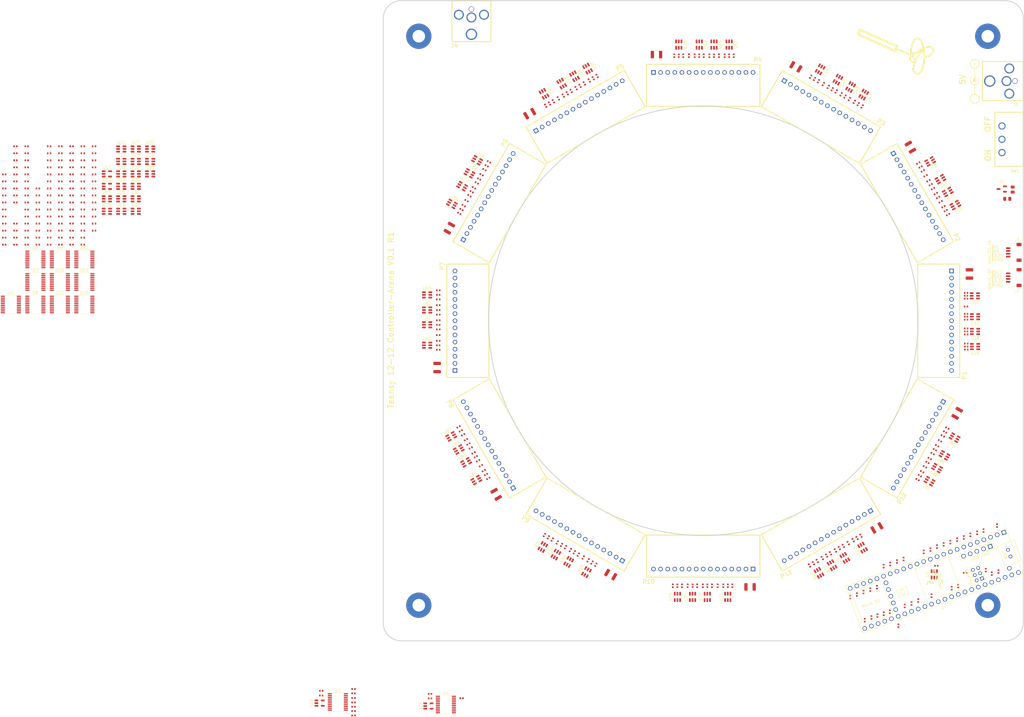
<source format=kicad_pcb>
(kicad_pcb (version 20240108) (generator "pcbnew") (generator_version "8.0")
  (layers (0 "F.Cu" signal) (1 "In1.Cu" power) (2 "In2.Cu" power) (3 "In3.Cu" power) (4 "In4.Cu" power) (31 "B.Cu" signal) (34 "B.Paste" user) (35 "F.Paste" user) (36 "B.SilkS" user "B.Silkscreen") (37 "F.SilkS" user "F.Silkscreen") (38 "B.Mask" user) (39 "F.Mask" user) (44 "Edge.Cuts" user))
  (net 0 "")
  (net 1 "+3.3V")
  (net 2 "+5V")
  (net 3 "/Panel Headers/HDR_CS_04_P1")
  (net 4 "/Power/SW_5V")
  (net 5 "/Teensy/SDA")
  (net 8 "/Teensy/SCL")
  (net 9 "/Teensy/A0")
  (net 11 "/Teensy/A1")
  (net 12 "/Panel Headers/HDR_SCK_0_P1")
  (net 13 "/Panel Headers/HDR_CS_03_P1")
  (net 14 "/Panel Headers/HDR_EXT_INT_P1")
  (net 15 "/Panel Headers/HDR_CS_00_P1")
  (net 16 "/Level Shifters/PAN5V.MISO_0")
  (net 17 "/Panel Headers/HDR_RESET")
  (net 18 "/Panel Headers/HDR_CS_02_P1")
  (net 19 "/Panel Headers/HDR_CS_01_P1")
  (net 20 "/Panel Headers/HDR_MOSI_0_P1")
  (net 21 "/Panel Headers/HDR_EXT_INT_P2")
  (net 22 "/Level Shifters/PAN5V.EXT_INT")
  (net 23 "GND")
  (net 27 "/Panel Headers/HDR_CS_09_P2")
  (net 28 "/Panel Headers/HDR_SCK_0_P2")
  (net 29 "/Panel Headers/HDR_CS_08_P2")
  (net 30 "/Panel Headers/HDR_CS_05_P2")
  (net 43 "/Panel Headers/HDR_MOSI_0_P2")
  (net 44 "/Panel Headers/HDR_CS_07_P2")
  (net 45 "/Panel Headers/HDR_CS_06_P2")
  (net 46 "/Panel Headers/HDR_SCK_0_P3")
  (net 47 "/Panel Headers/HDR_CS_11_P3")
  (net 48 "/Panel Headers/HDR_CS_10_P3")
  (net 49 "/Panel Headers/HDR_MOSI_0_P3")
  (net 50 "/Panel Headers/HDR_EXT_INT_P3")
  (net 51 "/Panel Headers/HDR_CS_13_P3")
  (net 52 "/Panel Headers/HDR_CS_14_P3")
  (net 53 "/Panel Headers/HDR_CS_12_P3")
  (net 54 "/Panel Headers/HDR_CS_19_P4")
  (net 55 "/Panel Headers/HDR_CS_15_P4")
  (net 56 "/Panel Headers/HDR_SCK_0_P4")
  (net 57 "/Panel Headers/HDR_CS_17_P4")
  (net 58 "/Panel Headers/HDR_CS_18_P4")
  (net 59 "/Panel Headers/HDR_MOSI_0_P4")
  (net 60 "/Panel Headers/HDR_EXT_INT_P4")
  (net 61 "/Panel Headers/HDR_CS_16_P4")
  (net 62 "/Panel Headers/HDR_MOSI_0_P5")
  (net 63 "/Panel Headers/HDR_CS_21_P5")
  (net 64 "/Level Shifters/PAN5V.MISO_1")
  (net 83 "/Level Shifters/PAN5V.RESET")
  (net 84 "/Level Shifters/PAN3V.RESET")
  (net 85 "/Level Shifters/PAN3V.SCK_0")
  (net 86 "/Level Shifters/PAN3V.MOSI_0")
  (net 87 "/Level Shifters/PAN3V.MISO_0")
  (net 88 "/Level Shifters/PAN3V.SCK_1")
  (net 89 "/Level Shifters/PAN3V.MOSI_1")
  (net 90 "/Level Shifters/PAN3V.MISO_1")
  (net 91 "/Level Shifters/PAN3V.CS_00")
  (net 92 "/Level Shifters/PAN3V.CS_01")
  (net 93 "/Level Shifters/PAN3V.CS_02")
  (net 94 "/Level Shifters/PAN3V.CS_03")
  (net 95 "/Level Shifters/PAN3V.CS_04")
  (net 96 "/Level Shifters/PAN3V.CS_05")
  (net 97 "/Level Shifters/PAN3V.CS_06")
  (net 98 "/Level Shifters/PAN3V.CS_07")
  (net 99 "/Panel Headers/HDR_EXT_INT_P5")
  (net 100 "/Level Shifters/PAN3V.CS_08")
  (net 101 "/Level Shifters/PAN3V.CS_09")
  (net 102 "/Level Shifters/PAN3V.CS_10")
  (net 103 "/Level Shifters/PAN3V.CS_11")
  (net 104 "/Level Shifters/PAN3V.CS_12")
  (net 105 "/Level Shifters/PAN3V.CS_13")
  (net 106 "/Level Shifters/PAN3V.CS_14")
  (net 107 "/Level Shifters/PAN3V.CS_15")
  (net 108 "/Level Shifters/PAN3V.CS_16")
  (net 109 "/Level Shifters/PAN3V.CS_17")
  (net 110 "/Level Shifters/PAN3V.CS_18")
  (net 111 "/Level Shifters/PAN3V.CS_19")
  (net 112 "/Level Shifters/PAN3V.CS_20")
  (net 113 "/Level Shifters/PAN3V.CS_21")
  (net 114 "/Level Shifters/PAN3V.CS_22")
  (net 115 "/Level Shifters/PAN3V.CS_23")
  (net 116 "/Level Shifters/PAN3V.CS_24")
  (net 117 "/Level Shifters/PAN3V.CS_25")
  (net 118 "/Level Shifters/PAN3V.CS_26")
  (net 119 "/Level Shifters/PAN3V.CS_27")
  (net 120 "/Level Shifters/PAN3V.CS_28")
  (net 121 "/Level Shifters/PAN3V.CS_29")
  (net 122 "/Level Shifters/PAN3V.EXT_INT")
  (net 123 "/Panel Headers/HDR_CS_24_P5")
  (net 124 "/Panel Headers/HDR_SCK_0_P5")
  (net 125 "/Panel Headers/HDR_CS_22_P5")
  (net 126 "/Panel Headers/HDR_CS_23_P5")
  (net 127 "/Panel Headers/HDR_CS_20_P5")
  (net 128 "/Panel Headers/HDR_MOSI_0_P6")
  (net 129 "/Panel Headers/HDR_CS_28_P6")
  (net 130 "/Panel Headers/HDR_SCK_0_P6")
  (net 131 "/Panel Headers/HDR_CS_27_P6")
  (net 132 "/Panel Headers/HDR_CS_25_P6")
  (net 133 "/Panel Headers/HDR_CS_26_P6")
  (net 134 "/Panel Headers/HDR_EXT_INT_P6")
  (net 135 "/Panel Headers/HDR_CS_29_P6")
  (net 136 "/Panel Headers/HDR_EXT_INT_P7")
  (net 137 "/Panel Headers/HDR_CS_00_P7")
  (net 138 "/Panel Headers/HDR_SCK_1_P7")
  (net 139 "/Panel Headers/HDR_CS_01_P7")
  (net 140 "/Panel Headers/HDR_CS_04_P7")
  (net 141 "/Panel Headers/HDR_CS_03_P7")
  (net 142 "/Panel Headers/HDR_CS_02_P7")
  (net 143 "/Panel Headers/HDR_MOSI_1_P7")
  (net 144 "/Panel Headers/HDR_EXT_INT_P8")
  (net 145 "/Panel Headers/HDR_CS_06_P8")
  (net 146 "/Panel Headers/HDR_SCK_1_P8")
  (net 147 "/Panel Headers/HDR_CS_08_P8")
  (net 148 "/Panel Headers/HDR_CS_05_P8")
  (net 149 "/Panel Headers/HDR_CS_07_P8")
  (net 150 "/Panel Headers/HDR_MOSI_1_P8")
  (net 151 "/Panel Headers/HDR_CS_09_P8")
  (net 152 "/Panel Headers/HDR_EXT_INT_P9")
  (net 153 "/Panel Headers/HDR_SCK_1_P9")
  (net 154 "/Panel Headers/HDR_CS_12_P9")
  (net 155 "/Panel Headers/HDR_MOSI_1_P9")
  (net 156 "/Panel Headers/HDR_CS_10_P9")
  (net 157 "/Panel Headers/HDR_CS_13_P9")
  (net 158 "/Panel Headers/HDR_CS_14_P9")
  (net 159 "/Panel Headers/HDR_CS_11_P9")
  (net 160 "/Panel Headers/HDR_CS_19_P10")
  (net 161 "/Panel Headers/HDR_CS_17_P10")
  (net 162 "/Panel Headers/HDR_CS_15_P10")
  (net 163 "/Panel Headers/HDR_EXT_INT_P10")
  (net 164 "/Panel Headers/HDR_MOSI_1_P10")
  (net 165 "/Panel Headers/HDR_CS_16_P10")
  (net 166 "/Panel Headers/HDR_SCK_1_P10")
  (net 167 "/Panel Headers/HDR_CS_18_P10")
  (net 168 "/Panel Headers/HDR_CS_23_P11")
  (net 169 "/Panel Headers/HDR_CS_20_P11")
  (net 170 "/Panel Headers/HDR_SCK_1_P11")
  (net 171 "/Panel Headers/HDR_CS_22_P11")
  (net 172 "/Panel Headers/HDR_CS_24_P11")
  (net 173 "/Panel Headers/HDR_CS_21_P11")
  (net 174 "/Panel Headers/HDR_MOSI_1_P11")
  (net 175 "/Panel Headers/HDR_EXT_INT_P11")
  (net 176 "/Panel Headers/HDR_MOSI_1_P12")
  (net 177 "/Panel Headers/HDR_CS_27_P12")
  (net 178 "/Panel Headers/HDR_SCK_1_P12")
  (net 179 "/Panel Headers/HDR_CS_29_P12")
  (net 180 "/Panel Headers/HDR_CS_26_P12")
  (net 181 "/Panel Headers/HDR_CS_28_P12")
  (net 182 "/Panel Headers/HDR_EXT_INT_P12")
  (net 183 "/Panel Headers/HDR_CS_25_P12")
  (net 184 "Net-(Q1-G)")
  (net 185 "/Teensy/TNY_RESET")
  (net 186 "/Teensy/TNY_SCK_0")
  (net 187 "/Teensy/TNY_MOSI_0")
  (net 188 "/Teensy/TNY_SCK_1")
  (net 189 "/Teensy/TNY_MOSI_1")
  (net 190 "/Teensy/TNY_CS_00")
  (net 191 "/Teensy/TNY_CS_01")
  (net 192 "/Teensy/TNY_CS_02")
  (net 193 "/Teensy/TNY_CS_03")
  (net 194 "/Teensy/TNY_CS_04")
  (net 195 "/Teensy/TNY_CS_05")
  (net 196 "/Teensy/TNY_CS_06")
  (net 197 "/Teensy/TNY_CS_07")
  (net 198 "/Teensy/TNY_CS_08")
  (net 199 "/Teensy/TNY_CS_09")
  (net 200 "/Teensy/TNY_CS_10")
  (net 201 "/Teensy/TNY_CS_11")
  (net 202 "/Teensy/TNY_CS_12")
  (net 203 "/Teensy/TNY_CS_13")
  (net 204 "/Teensy/TNY_CS_14")
  (net 205 "/Teensy/TNY_CS_15")
  (net 206 "/Teensy/TNY_CS_16")
  (net 207 "/Teensy/TNY_CS_17")
  (net 208 "/Teensy/TNY_CS_18")
  (net 209 "/Teensy/TNY_CS_19")
  (net 210 "/Teensy/TNY_CS_20")
  (net 211 "/Teensy/TNY_CS_21")
  (net 212 "/Teensy/TNY_CS_22")
  (net 213 "/Teensy/TNY_CS_23")
  (net 214 "/Teensy/TNY_CS_24")
  (net 215 "/Teensy/TNY_CS_25")
  (net 216 "/Teensy/TNY_CS_26")
  (net 217 "/Teensy/TNY_CS_27")
  (net 218 "/Teensy/TNY_CS_28")
  (net 219 "/Teensy/TNY_CS_29")
  (net 220 "/Teensy/TNY_EXT_INT")
  (net 221 "Net-(U3-B1)")
  (net 222 "/Level Shifters/PAN5V.SCK_0_P1")
  (net 223 "/Level Shifters/PAN5V.SCK_0_P2")
  (net 224 "Net-(U3-B2)")
  (net 225 "Net-(U3-B4)")
  (net 226 "/Level Shifters/PAN5V.SCK_0_P3")
  (net 227 "Net-(U3-B6)")
  (net 228 "/Level Shifters/PAN5V.SCK_0_P4")
  (net 229 "Net-(U3-B7)")
  (net 230 "/Level Shifters/PAN5V.SCK_0_P5")
  (net 231 "Net-(U3-B8)")
  (net 232 "/Level Shifters/PAN5V.SCK_0_P6")
  (net 233 "/Level Shifters/PAN5V.MOSI_0_P1")
  (net 234 "Net-(U4-B1)")
  (net 235 "Net-(U4-B2)")
  (net 236 "/Level Shifters/PAN5V.MOSI_0_P2")
  (net 237 "Net-(U4-B4)")
  (net 238 "/Level Shifters/PAN5V.MOSI_0_P3")
  (net 239 "/Level Shifters/PAN5V.MOSI_0_P4")
  (net 240 "Net-(U4-B6)")
  (net 241 "Net-(U4-B7)")
  (net 242 "/Level Shifters/PAN5V.MOSI_0_P5")
  (net 243 "/Level Shifters/PAN5V.MOSI_0_P6")
  (net 244 "Net-(U4-B8)")
  (net 245 "/Level Shifters/PAN5V.SCK_1_P7")
  (net 246 "Net-(U5-B1)")
  (net 247 "/Level Shifters/PAN5V.SCK_1_P8")
  (net 248 "Net-(U5-B2)")
  (net 249 "Net-(U5-B4)")
  (net 250 "/Level Shifters/PAN5V.SCK_1_P9")
  (net 251 "/Level Shifters/PAN5V.SCK_1_P10")
  (net 252 "Net-(U5-B6)")
  (net 253 "/Level Shifters/PAN5V.SCK_1_P11")
  (net 254 "Net-(U5-B7)")
  (net 255 "/Level Shifters/PAN5V.SCK_1_P12")
  (net 256 "Net-(U5-B8)")
  (net 257 "/Level Shifters/PAN5V.MOSI_1_P7")
  (net 258 "Net-(U6-B1)")
  (net 259 "/Level Shifters/PAN5V.MOSI_1_P8")
  (net 260 "Net-(U6-B2)")
  (net 261 "/Level Shifters/PAN5V.MOSI_1_P9")
  (net 262 "Net-(U6-B4)")
  (net 263 "/Level Shifters/PAN5V.MOSI_1_P10")
  (net 264 "Net-(U6-B6)")
  (net 265 "/Level Shifters/PAN5V.MOSI_1_P11")
  (net 266 "Net-(U6-B7)")
  (net 267 "Net-(U6-B8)")
  (net 268 "/Level Shifters/PAN5V.MOSI_1_P12")
  (net 269 "Net-(U7-B2)")
  (net 270 "/Level Shifters/PAN5V.CS_00_P7")
  (net 271 "/Level Shifters/PAN5V.CS_01_P1")
  (net 272 "Net-(U7-B3)")
  (net 273 "/Level Shifters/PAN5V.CS_01_P7")
  (net 274 "Net-(U7-B4)")
  (net 275 "/Level Shifters/PAN5V.CS_02_P1")
  (net 276 "Net-(U7-B5)")
  (net 277 "Net-(U7-B6)")
  (net 278 "/Level Shifters/PAN5V.CS_02_P7")
  (net 279 "Net-(U7-B7)")
  (net 280 "/Level Shifters/PAN5V.CS_03_P1")
  (net 281 "Net-(U7-B1)")
  (net 282 "/Level Shifters/PAN5V.CS_00_P1")
  (net 283 "Net-(U7-B8)")
  (net 284 "/Level Shifters/PAN5V.CS_03_P7")
  (net 285 "/Level Shifters/PAN5V.CS_04_P1")
  (net 286 "Net-(U8-B1)")
  (net 287 "Net-(U8-B2)")
  (net 288 "/Level Shifters/PAN5V.CS_04_P7")
  (net 289 "Net-(U8-B3)")
  (net 290 "/Level Shifters/PAN5V.CS_05_P2")
  (net 291 "/Level Shifters/PAN5V.CS_05_P8")
  (net 292 "Net-(U8-B4)")
  (net 293 "/Level Shifters/PAN5V.CS_06_P2")
  (net 294 "Net-(U8-B5)")
  (net 295 "Net-(U8-B6)")
  (net 296 "/Level Shifters/PAN5V.CS_06_P8")
  (net 297 "Net-(U8-B7)")
  (net 298 "/Level Shifters/PAN5V.CS_07_P2")
  (net 299 "Net-(U8-B8)")
  (net 300 "/Level Shifters/PAN5V.CS_07_P8")
  (net 301 "/Level Shifters/PAN5V.CS_08_P2")
  (net 302 "Net-(U9-B1)")
  (net 303 "/Level Shifters/PAN5V.CS_08_P8")
  (net 304 "Net-(U9-B2)")
  (net 305 "Net-(U9-B3)")
  (net 306 "/Level Shifters/PAN5V.CS_09_P2")
  (net 307 "/Level Shifters/PAN5V.CS_09_P8")
  (net 308 "Net-(U9-B4)")
  (net 309 "Net-(U9-B5)")
  (net 310 "/Level Shifters/PAN5V.CS_10_P3")
  (net 311 "Net-(U9-B6)")
  (net 312 "/Level Shifters/PAN5V.CS_10_P9")
  (net 313 "Net-(U9-B7)")
  (net 314 "/Level Shifters/PAN5V.CS_11_P3")
  (net 315 "/Level Shifters/PAN5V.CS_11_P9")
  (net 316 "Net-(U9-B8)")
  (net 317 "Net-(U10-B1)")
  (net 318 "/Level Shifters/PAN5V.CS_12_P3")
  (net 319 "Net-(U10-B2)")
  (net 320 "/Level Shifters/PAN5V.CS_12_P9")
  (net 321 "/Level Shifters/PAN5V.CS_13_P3")
  (net 322 "Net-(U10-B3)")
  (net 323 "Net-(U10-B4)")
  (net 324 "/Level Shifters/PAN5V.CS_13_P9")
  (net 325 "/Level Shifters/PAN5V.CS_14_P3")
  (net 326 "Net-(U10-B5)")
  (net 327 "/Level Shifters/PAN5V.CS_14_P9")
  (net 328 "Net-(U10-B6)")
  (net 329 "/Level Shifters/PAN5V.CS_15_P4")
  (net 330 "Net-(U10-B7)")
  (net 331 "Net-(U10-B8)")
  (net 332 "/Level Shifters/PAN5V.CS_15_P10")
  (net 333 "Net-(U11-B1)")
  (net 334 "/Level Shifters/PAN5V.CS_16_P4")
  (net 335 "Net-(U11-B2)")
  (net 336 "/Level Shifters/PAN5V.CS_16_P10")
  (net 337 "Net-(U11-B3)")
  (net 338 "/Level Shifters/PAN5V.CS_17_P4")
  (net 339 "/Level Shifters/PAN5V.CS_17_P10")
  (net 340 "Net-(U11-B4)")
  (net 341 "/Level Shifters/PAN5V.CS_18_P4")
  (net 342 "Net-(U11-B5)")
  (net 343 "/Level Shifters/PAN5V.CS_18_P10")
  (net 344 "Net-(U11-B6)")
  (net 345 "/Level Shifters/PAN5V.CS_19_P4")
  (net 346 "Net-(U11-B7)")
  (net 347 "Net-(U11-B8)")
  (net 348 "/Level Shifters/PAN5V.CS_19_P10")
  (net 349 "Net-(U12-B1)")
  (net 350 "/Level Shifters/PAN5V.CS_20_P5")
  (net 351 "/Level Shifters/PAN5V.CS_20_P11")
  (net 352 "Net-(U12-B2)")
  (net 353 "/Level Shifters/PAN5V.CS_21_P5")
  (net 354 "Net-(U12-B3)")
  (net 355 "Net-(U12-B4)")
  (net 356 "/Level Shifters/PAN5V.CS_21_P11")
  (net 357 "Net-(U12-B5)")
  (net 358 "/Level Shifters/PAN5V.CS_22_P5")
  (net 359 "Net-(U12-B6)")
  (net 360 "/Level Shifters/PAN5V.CS_22_P11")
  (net 361 "Net-(U12-B7)")
  (net 362 "/Level Shifters/PAN5V.CS_23_P5")
  (net 363 "/Level Shifters/PAN5V.CS_23_P11")
  (net 364 "Net-(U12-B8)")
  (net 365 "/Level Shifters/PAN5V.CS_24_P5")
  (net 366 "Net-(U13-B1)")
  (net 367 "Net-(U13-B2)")
  (net 368 "/Level Shifters/PAN5V.CS_24_P11")
  (net 369 "Net-(U13-B3)")
  (net 370 "/Level Shifters/PAN5V.CS_25_P6")
  (net 371 "/Level Shifters/PAN5V.CS_25_P12")
  (net 372 "Net-(U13-B4)")
  (net 373 "Net-(U13-B5)")
  (net 374 "/Level Shifters/PAN5V.CS_26_P6")
  (net 375 "/Level Shifters/PAN5V.CS_26_P12")
  (net 376 "Net-(U13-B6)")
  (net 377 "/Level Shifters/PAN5V.CS_27_P6")
  (net 378 "Net-(U13-B7)")
  (net 379 "/Level Shifters/PAN5V.CS_27_P12")
  (net 380 "Net-(U13-B8)")
  (net 381 "/Level Shifters/PAN5V.CS_28_P6")
  (net 382 "Net-(U14-B1)")
  (net 383 "/Level Shifters/PAN5V.CS_28_P12")
  (net 384 "Net-(U14-B2)")
  (net 385 "Net-(U14-B3)")
  (net 386 "/Level Shifters/PAN5V.CS_29_P6")
  (net 387 "Net-(U14-B4)")
  (net 388 "/Level Shifters/PAN5V.CS_29_P12")
  (net 389 "Net-(U14-B5)")
  (net 390 "Net-(U14-B6)")
  (net 391 "Net-(U14-A7)")
  (net 392 "Net-(U14-A8)")
  (net 393 "Net-(R127-Pad2)")
  (net 394 "Net-(R128-Pad2)")
  (net 395 "Net-(R129-Pad2)")
  (net 396 "Net-(R130-Pad2)")
  (net 397 "Net-(R131-Pad2)")
  (net 398 "Net-(R132-Pad2)")
  (net 399 "Net-(R133-Pad2)")
  (net 400 "Net-(R134-Pad2)")
  (net 401 "Net-(R135-Pad2)")
  (net 402 "Net-(R136-Pad2)")
  (net 403 "Net-(R137-Pad2)")
  (net 404 "Net-(R138-Pad2)")
  (net 405 "Net-(R139-Pad2)")
  (net 406 "Net-(R140-Pad2)")
  (net 407 "Net-(R141-Pad2)")
  (net 408 "Net-(R142-Pad2)")
  (net 409 "Net-(R143-Pad2)")
  (net 410 "Net-(R144-Pad2)")
  (net 411 "Net-(R145-Pad2)")
  (net 412 "Net-(R146-Pad2)")
  (net 413 "Net-(R147-Pad2)")
  (net 414 "Net-(R148-Pad2)")
  (net 415 "Net-(R149-Pad2)")
  (net 416 "Net-(R150-Pad2)")
  (net 417 "Net-(R151-Pad2)")
  (net 418 "Net-(R152-Pad2)")
  (net 419 "Net-(R153-Pad2)")
  (net 420 "Net-(R154-Pad2)")
  (net 421 "Net-(R155-Pad2)")
  (net 422 "Net-(R156-Pad2)")
  (net 423 "Net-(R157-Pad2)")
  (net 424 "Net-(R158-Pad2)")
  (net 425 "Net-(R159-Pad2)")
  (net 426 "Net-(R160-Pad2)")
  (net 427 "Net-(R161-Pad2)")
  (net 428 "Net-(R162-Pad2)")
  (net 429 "Net-(R163-Pad2)")
  (net 430 "Net-(R164-Pad2)")
  (net 431 "Net-(R165-Pad2)")
  (net 432 "Net-(R166-Pad2)")
  (net 433 "Net-(R167-Pad2)")
  (net 434 "Net-(R168-Pad2)")
  (net 435 "Net-(R169-Pad2)")
  (net 436 "Net-(R170-Pad2)")
  (net 437 "Net-(R171-Pad2)")
  (net 438 "Net-(R172-Pad2)")
  (net 439 "Net-(R173-Pad2)")
  (net 440 "Net-(R174-Pad2)")
  (net 441 "Net-(R175-Pad2)")
  (net 442 "Net-(R176-Pad2)")
  (net 443 "Net-(R177-Pad2)")
  (net 444 "Net-(R178-Pad2)")
  (net 445 "Net-(R179-Pad2)")
  (net 446 "Net-(R180-Pad2)")
  (net 447 "Net-(R181-Pad2)")
  (net 448 "Net-(R182-Pad2)")
  (net 449 "Net-(R183-Pad2)")
  (net 450 "Net-(R184-Pad2)")
  (net 451 "Net-(R185-Pad2)")
  (net 452 "Net-(R186-Pad2)")
  (net 453 "Net-(R187-Pad2)")
  (net 454 "Net-(R188-Pad2)")
  (net 455 "Net-(R189-Pad2)")
  (net 456 "Net-(R190-Pad2)")
  (net 457 "Net-(R191-Pad2)")
  (net 458 "Net-(R192-Pad2)")
  (net 459 "Net-(R193-Pad2)")
  (net 460 "Net-(R194-Pad2)")
  (net 461 "Net-(R195-Pad2)")
  (net 462 "Net-(R196-Pad2)")
  (net 463 "Net-(R197-Pad2)")
  (net 464 "Net-(R198-Pad2)")
  (net 465 "Net-(R199-Pad2)")
  (net 466 "Net-(R200-Pad2)")
  (net 467 "Net-(R201-Pad2)")
  (net 468 "Net-(R202-Pad2)")
  (net 469 "Net-(R203-Pad2)")
  (net 470 "Net-(R204-Pad2)")
  (net 471 "Net-(R205-Pad2)")
  (net 472 "Net-(R206-Pad2)")
  (net 473 "Net-(R207-Pad2)")
  (net 474 "Net-(R208-Pad2)")
  (net 475 "Net-(R209-Pad2)")
  (net 476 "Net-(R210-Pad2)")
  (net 477 "Net-(R211-Pad2)")
  (net 478 "Net-(R212-Pad2)")
  (net 479 "Net-(R213-Pad2)")
  (net 480 "Net-(R214-Pad2)")
  (net 481 "Net-(R215-Pad2)")
  (net 482 "Net-(R216-Pad2)")
  (net 483 "Net-(R217-Pad2)")
  (net 484 "Net-(R218-Pad2)")
  (net 485 "Net-(R219-Pad2)")
  (net 486 "Net-(R220-Pad2)")
  (net 487 "Net-(R221-Pad2)")
  (net 488 "Net-(R222-Pad2)")
  (net 493 "/Teensy/TNY_MISO_0")
  (net 504 "/Teensy/TNY_MISO_1")
  (net 512 "Net-(U3-A1)")
  (net 517 "Net-(U4-A1)")
  (net 521 "Net-(U5-A1)")
  (net 526 "Net-(U6-A1)")
  (net 531 "Net-(U7-A7)")
  (net 532 "Net-(U7-A3)")
  (net 533 "Net-(U7-A1)")
  (net 534 "Net-(U7-A5)")
  (net 535 "Net-(U8-A1)")
  (net 536 "Net-(U8-A3)")
  (net 537 "Net-(U8-A7)")
  (net 538 "Net-(U8-A5)")
  (net 539 "Net-(U9-A7)")
  (net 540 "Net-(U9-A3)")
  (net 541 "Net-(U9-A1)")
  (net 542 "Net-(U9-A5)")
  (net 543 "Net-(U10-A1)")
  (net 544 "Net-(U10-A7)")
  (net 545 "Net-(U10-A5)")
  (net 546 "Net-(U10-A3)")
  (net 547 "Net-(U11-A3)")
  (net 548 "Net-(U11-A7)")
  (net 549 "Net-(U11-A5)")
  (net 550 "Net-(U11-A1)")
  (net 551 "Net-(U12-A3)")
  (net 552 "Net-(U12-A5)")
  (net 553 "Net-(U12-A1)")
  (net 554 "Net-(U12-A7)")
  (net 555 "Net-(U13-A1)")
  (net 556 "Net-(U13-A7)")
  (net 557 "Net-(U13-A5)")
  (net 558 "Net-(U13-A3)")
  (net 559 "Net-(U14-A1)")
  (net 560 "Net-(U14-B7)")
  (net 561 "Net-(U14-A5)")
  (net 562 "Net-(U14-A3)")
  (net 563 "Net-(U14-B8)")
  (net 564 "Net-(U14-A6)")
  (net 569 "/Panel Headers/HDR_MISO_0_P1")
  (net 570 "/Panel Headers/HDR_MISO_0_P2")
  (net 571 "/Panel Headers/HDR_MISO_0_P3")
  (net 572 "/Panel Headers/HDR_MISO_0_P4")
  (net 573 "/Panel Headers/HDR_MISO_0_P5")
  (net 574 "/Panel Headers/HDR_MISO_0_P6")
  (net 575 "/Panel Headers/HDR_MISO_1_P7")
  (net 576 "/Panel Headers/HDR_MISO_1_P8")
  (net 577 "/Panel Headers/HDR_MISO_1_P9")
  (net 578 "/Panel Headers/HDR_MISO_1_P10")
  (net 579 "/Panel Headers/HDR_MISO_1_P11")
  (net 580 "/Panel Headers/HDR_MISO_1_P12")
  (footprint "Resistor_SMD:R_0402_1005Metric" (layer "F.Cu") (at 264.953181 216.151519 -30)
    (property "Reference" "R215" (hide yes))
    (property "Value" "68" (hide yes))
  )
  (footprint "Resistor_SMD:R_0402_1005Metric" (layer "F.Cu") (at -55.8205 135.5662)
    (property "Reference" "R62" (hide yes))
    (property "Value" "68" (hide yes))
  )
  (footprint "Resistor_SMD:R_0402_1005Metric" (layer "F.Cu") (at -59.8305 138.0762)
    (property "Reference" "R48" (hide yes))
    (property "Value" "68" (hide yes))
  )
  (footprint "Capacitor_SMD:C_0402_1005Metric" (layer "F.Cu") (at -67.8505 148.1162)
    (property "Reference" "C30" (hide yes))
    (property "Value" "0.1uF" (hide yes))
  )
  (footprint "Package_TO_SOT_SMD:SOT-23-6" (layer "F.Cu") (at 274.7827 168.8998 180)
    (property "Reference" "U36")
    (property "Value" "74LVC2G17" (hide yes))
  )
  (footprint "Resistor_SMD:R_0402_1005Metric" (layer "F.Cu") (at -51.8105 130.5462)
    (property "Reference" "R75" (hide yes))
    (property "Value" "68" (hide yes))
  )
  (footprint "Package_TO_SOT_SMD:SOT-23-6" (layer "F.Cu") (at 79.177271 186.5528)
    (property "Reference" "U60")
    (property "Value" "74LVC2G17" (hide yes))
  )
  (footprint "Resistor_SMD:R_0402_1005Metric" (layer "F.Cu") (at 180.8988 272.452628 -90)
    (property "Reference" "R201" (hide yes))
    (property "Value" "68" (hide yes))
  )
  (footprint "Resistor_SMD:R_0402_1005Metric" (layer "F.Cu") (at 99.638418 123.874571 150)
    (property "Reference" "R173" (hide yes))
    (property "Value" "68" (hide yes))
  )
  (footprint "Package_TO_SOT_SMD:SOT-23-3" (layer "F.Cu") (at 284.3983 130.7592 180)
    (property "Reference" "Q1")
    (property "Value" "MOSFET_NCHAN" (hide yes))
  )
  (footprint "Capacitor_SMD:C_0402_1005Metric" (layer "F.Cu") (at 91.443726 138.066596 -30)
    (property "Reference" "C67" (hide yes))
    (property "Value" "0.1uF" (hide yes))
  )
  (footprint "Resistor_SMD:R_0402_1005Metric" (layer "F.Cu") (at 83.147371 180.8988 180)
    (property "Reference" "R177" (hide yes))
    (property "Value" "68" (hide yes))
  )
  (footprint "Resistor_SMD:R_0402_1005Metric" (layer "F.Cu") (at 254.335981 234.541049 -30)
    (property "Reference" "R222" (hide yes))
    (property "Value" "68" (hide yes))
  )
  (footprint "Capacitor_SMD:C_0402_1005Metric" (layer "F.Cu") (at 97.743984 127.180228 -30)
    (property "Reference" "C69" (hide yes))
    (property "Value" "0.1uF" (hide yes))
  )
  (footprint "Package_TO_SOT_SMD:SOT-23-6" (layer "F.Cu") (at -19.7505 116.4562)
    (property "Reference" "U33")
    (property "Value" "74LVC2G17" (hide yes))
  )
  (footprint "Resistor_SMD:R_0402_1005Metric" (layer "F.Cu") (at 215.711579 265.207181 -60)
    (property "Reference" "R214" (hide yes))
    (property "Value" "68" (hide yes))
  )
  (footprint "Package_TO_SOT_SMD:SOT-23-6" (layer "F.Cu") (at 225.866366 91.671411 -120)
    (property "Reference" "U45")
    (property "Value" "74LVC2G17" (hide yes))
  )
  (footprint "Package_TO_SOT_SMD:SOT-23-6" (layer "F.Cu") (at -35.2005 138.7062)
    (property "Reference" "U20")
    (property "Value" "74LVC2G17" (hide yes))
  )
  (footprint "Capacitor_SMD:C_0402_1005Metric" (layer "F.Cu") (at 271.6342 176.3522 180)
    (property "Reference" "C48" (hide yes))
    (property "Value" "0.1uF" (hide yes))
  )
  (footprint "Package_TO_SOT_SMD:SOT-23-6" (layer "F.Cu") (at -24.9005 120.9062)
    (property "Reference" "U28")
    (property "Value" "74LVC2G17" (hide yes))
  )
  (footprint "Capacitor_SMD:C_0402_1005Metric" (layer "F.Cu") (at 264.156273 217.533403 150)
    (property "Reference" "C91" (hide yes))
    (property "Value" "0.1uF" (hide yes))
  )
  (footprint "Resistor_SMD:R_0402_1005Metric" (layer "F.Cu") (at 227.01196 96.931184 60)
    (property "Reference" "R147" (hide yes))
    (property "Value" "68" (hide yes))
  )
  (footprint "Resistor_SMD:R_0402_1005Metric" (layer "F.Cu") (at 275.59 253.555 90)
    (property "Reference" "R10" (hide yes))
    (property "Value" "68" (hide yes))
  )
  (footprint "Capacitor_SMD:C_0402_1005Metric" (layer "F.Cu") (at 91.4778 312.5978)
    (property "Reference" "C5" (hide yes))
    (property "Value" "0.1uF" (hide yes))
  )
  (footprint "Resistor_SMD:R_0402_1005Metric" (layer "F.Cu") (at 220.286964 262.565581 -60)
    (property "Reference" "R212" (hide yes))
    (property "Value" "68" (hide yes))
  )
  (footprint "Resistor_SMD:R_0402_1005Metric" (layer "F.Cu") (at 175.6156 272.440428 -90)
    (property "Reference" "R203" (hide yes))
    (property "Value" "68" (hide yes))
  )
  (footprint "Package_TO_SOT_SMD:SOT-23-6" (layer "F.Cu") (at 260.289 268.3709 90)
    (property "Reference" "U2")
    (property "Value" "74LVC2G17" (hide yes))
  )
  (footprint "Capacitor_SMD:C_1210_3225Metric" (layer "F.Cu") (at 210.858729 87.1206 -30)
    (property "Reference" "C97" (hide yes))
    (property "Value" "100uF" (hide yes))
  )
  (footprint "Resistor_SMD:R_0402_1005Metric" (layer "F.Cu") (at 92.247018 136.676852 150)
    (property "Reference" "R168" (hide yes))
    (property "Value" "68" (hide yes))
  )
  (footprint "Resistor_SMD:R_0402_1005Metric" (layer "F.Cu") (at 260.853215 132.371531 30)
    (property "Reference" "R139" (hide yes))
    (property "Value" "68" (hide yes))
  )
  (footprint "Resistor_SMD:R_0402_1005Metric" (layer "F.Cu") (at -47.8005 133.0562)
    (property "Reference" "R91" (hide yes))
    (property "Value" "68" (hide yes))
  )
  (footprint "Resistor_SMD:R_0402_1005Metric" (layer "F.Cu") (at -47.8005 120.5062)
    (property "Reference" "R86" (hide yes))
    (property "Value" "68" (hide yes))
  )
  (footprint "MountingHole:MountingHole_4.5mm_Pad" (layer "F.Cu") (at 76.2 76.2)
    (property "Reference" "H1" (hide yes))
    (property "Value" "MountingHole_Pad" (hide yes))
  )
  (footprint "Resistor_SMD:R_0402_1005Metric" (layer "F.Cu") (at 254.589981 121.498891 30)
    (property "Reference" "R135" (hide yes))
    (property "Value" "68" (hide yes))
  )
  (footprint "Resistor_SMD:R_0402_1005Metric" (layer "F.Cu") (at 92.018418 218.5272 -150)
    (property "Reference" "R189" (hide yes))
    (property "Value" "68" (hide yes))
  )
  (footprint "Resistor_SMD:R_0402_1005Metric" (layer "F.Cu") (at 262.336981 220.682911 -30)
    (property "Reference" "R234" (hide yes))
    (property "Value" "68" (hide yes))
  )
  (footprint "Capacitor_SMD:C_0402_1005Metric" (layer "F.Cu") (at 181.61 83.159571 -90)
    (property "Reference" "C61" (hide yes))
    (property "Value" "0.1uF" (hide yes))
  )
  (footprint "Resistor_SMD:R_0402_1005Metric" (layer "F.Cu") (at 83.147371 170.18 180)
    (property "Reference" "R181" (hide yes))
    (property "Value" "68" (hide yes))
  )
  (footprint "arena_custom:DCJACK_2PIN_HIGHCURRENT" (layer "F.Cu") (at 95 63.5028)
    (property "Reference" "J4")
    (property "Value" "Barrel_Jack" (hide yes))
  )
  (footprint "arena_custom:HEADER_TOP" (layer "F.Cu") (at 177.799999 266.474028 180)
    (property "Reference" "P10")
    (property "Value" "CONN15" (hide yes))
  )
  (footprint "Capacitor_SMD:C_0402_1005Metric" (layer "F.Cu") (at 41.3382 311.6326 180)
    (property "Reference" "C26" (hide yes))
    (property "Value" "0.1uF" (hide yes))
  )
  (footprint "Package_TO_SOT_SMD:SOT-23-6" (layer "F.Cu") (at 169.0472 79.177271 -90)
    (property "Reference" "U48")
    (property "Value" "74LVC2G17" (hide yes))
  )
  (footprint "Package_SO:TSSOP-20_4.4x6.5mm_P0.65mm" (layer "F.Cu") (at -43.2405 163.9562)
    (property "Reference" "U13")
    (property "Value" "TXB0108PW" (hide yes))
  )
  (footprint "Package_TO_SOT_SMD:SOT-23-6" (layer "F.Cu") (at 274.851928 181.6252 180)
    (property "Reference" "U38")
    (property "Value" "74LVC2G17" (hide yes))
  )
  (footprint "Package_TO_SOT_SMD:SOT-23-6" (layer "F.Cu") (at 219.117603 267.824988 120)
    (property "Reference" "U79")
    (property "Value" "74LVC2G17" (hide yes))
  )
  (footprint "Resistor_SMD:R_0402_1005Metric" (layer "F.Cu") (at 263.581581 137.072799 30)
    (property "Reference" "R141" (hide yes))
    (property "Value" "68" (hide yes))
  )
  (footprint "Capacitor_SMD:C_0402_1005Metric" (layer "F.Cu") (at -67.8505 120.5062)
    (property "Reference" "C19" (hide yes))
    (property "Value" "0.1uF" (hide yes))
  )
  (footprint "arena_custom:HEADER_TOP" (layer "F.Cu") (at 254.593961 222.137014 -120)
    (property "Reference" "P12")
    (property "Value" "CONN15" (hide yes))
  )
  (footprint "Resistor_SMD:R_0402_1005Metric" (layer "F.Cu") (at 167.4368 83.147371 90)
    (property "Reference" "R151" (hide yes))
    (property "Value" "68" (hide yes))
  )
  (footprint "Capacitor_SMD:C_0402_1005Metric" (layer "F.Cu") (at -63.8405 133.0562)
    (property "Reference" "C39" (hide yes))
    (property "Value" "0.1uF" (hide yes))
  )
  (footprint "Resistor_SMD:R_0402_1005Metric" (layer "F.Cu") (at 277.876 252.73 90)
    (property "Reference" "R9" (hide yes))
    (property "Value" "68" (hide yes))
  )
  (footprint "Resistor_SMD:R_0402_1005Metric" (layer "F.Cu") (at 172.6692 83.147371 90)
    (property "Reference" "R226" (hide yes))
    (property "Value" "68" (hide yes))
  )
  (footprint "Resistor_SMD:R_0402_1005Metric" (layer "F.Cu") (at -51.8105 128.0362)
    (property "Reference" "R74" (hide yes))
    (property "Value" "68" (hide yes))
  )
  (footprint "Package_TO_SOT_SMD:SOT-23-6" (layer "F.Cu") (at 79.177271 173.9748)
    (property "Reference" "U62")
    (property "Value" "74LVC2G17" (hide yes))
  )
  (footprint "arena_custom:HEADER_TOP" (layer "F.Cu") (at 89.125971 177.8 90)
    (property "Reference" "P7")
    (property "Value" "CONN15" (hide yes))
  )
  (footprint "Resistor_SMD:R_0402_1005Metric" (layer "F.Cu") (at -55.8205 150.6262)
    (property "Reference" "R68" (hide yes))
    (property "Value" "68" (hide yes))
  )
  (footprint "Capacitor_SMD:C_0402_1005Metric" (layer "F.Cu") (at -63.8405 135.5662)
    (property "Reference" "C40" (hide yes))
    (property "Value" "0.1uF" (hide yes))
  )
  (footprint "Resistor_SMD:R_0402_1005Metric" (layer "F.Cu") (at 52.895 318.77 180)
    (property "Reference" "R44" (hide yes))
    (property "Value" "68" (hide yes))
  )
  (footprint "Capacitor_SMD:C_0402_1005Metric" (layer "F.Cu") (at 96.570484 226.387209 30)
    (property "Reference" "C76" (hide yes))
    (property "Value" "0.1uF" (hide yes))
  )
  (footprint "Capacitor_SMD:C_0402_1005Metric" (layer "F.Cu") (at 83.159571 173.99)
    (property "Reference" "C73" (hide yes))
    (property "Value" "0.1uF" (hide yes))
  )
  (footprint "Resistor_SMD:R_0402_1005Metric" (layer "F.Cu") (at 166.9288 272.452628 -90)
    (property "Reference" "R206" (hide yes))
    (property "Value" "68" (hide yes))
  )
  (footprint "Resistor_SMD:R_0402_1005Metric" (layer "F.Cu") (at 132.371531 94.746784 120)
    (property "Reference" "R163" (hide yes))
    (property "Value" "68" (hide yes))
  )
  (footprint "Resistor_SMD:R_0402_1005Metric" (layer "F.Cu") (at 134.917088 262.336981 -120)
    (property "Reference" "R231" (hide yes))
    (property "Value" "68" (hide yes))
  )
  (footprint "Resistor_SMD:R_0402_1005Metric" (layer "F.Cu") (at 282.702 250.952 90)
    (property "Reference" "R8" (hide yes))
    (property "Value" "68" (hide yes))
  )
  (footprint "Resistor_SMD:R_0402_1005Metric" (layer "F.Cu") (at -51.8105 148.1162)
    (property "Reference" "R82" (hide yes))
    (property "Value" "68" (hide yes))
  )
  (footprint "Resistor_SMD:R_0402_1005Metric" (layer "F.Cu") (at 130.341703 259.695381 -120)
    (property "Reference" "R194" (hide yes))
    (property "Value" "68" (hide yes))
  )
  (footprint "Resistor_SMD:R_0402_1005Metric" (layer "F.Cu") (at -39.7805 140.5862)
    (property "Reference" "R124" (hide yes))
    (property "Value" "68" (hide yes))
  )
  (footprint "Capacitor_SMD:C_0402_1005Metric" (layer "F.Cu") (at 41.3636 309.9816 180)
    (property "Reference" "C2" (hide yes))
    (property "Value" "0.1uF" (hide yes))
  )
  (footprint "Resistor_SMD:R_0402_1005Metric" (layer "F.Cu") (at -51.8105 117.9962)
    (property "Reference" "R70" (hide yes))
    (property "Value" "68" (hide yes))
  )
  (footprint "Capacitor_SMD:C_1210_3225Metric" (layer "F.Cu") (at 161.09 82.739971)
    (property "Reference" "C98" (hide yes))
    (property "Value" "100uF" (hide yes))
  )
  (footprint "Package_TO_SOT_SMD:SOT-23-6" (layer "F.Cu") (at 274.851928 176.3624 180)
    (property "Reference" "U37")
    (property "Value" "74LVC2G17" (hide yes))
  )
  (footprint "Package_TO_SOT_SMD:SOT-23-6" (layer "F.Cu") (at 79.177271 168.5696)
    (property "Reference" "U63")
    (property "Value" "74LVC2G17" (hide yes))
  )
  (footprint "Resistor_SMD:R_0402_1005Metric" (layer "F.Cu") (at 229.569717 257.206181 -60)
    (property "Reference" "R233" (hide yes))
    (property "Value" "68" (hide yes))
  )
  (footprint "Capacitor_SMD:C_1210_3225Metric" (layer "F.Cu") (at 268.479399 210.858729 -120)
    (property "Reference" "C106" (hide yes))
    (property "Value" "100uF" (hide yes))
  )
  (footprint "Resistor_SMD:R_0402_1005Metric" (layer "F.Cu") (at 52.895 315.6458 180)
    (property "Reference" "R42" (hide yes))
    (property "Value" "68" (hide yes))
  )
  (footprint "Package_TO_SOT_SMD:SOT-23-6" (layer "F.Cu") (at 176.3624 79.177271 -90)
    (property "Reference" "U49")
    (property "Value" "74LVC2G17" (hide yes))
  )
  (footprint "Package_TO_SOT_SMD:SOT-23-6" (layer "F.Cu") (at -30.0505 138.7062)
    (property "Reference" "U26")
    (property "Value" "74LVC2G17" (hide yes))
  )
  (footprint "Resistor_SMD:R_0402_1005Metric" (layer "F.Cu") (at 170.6372 83.147371 90)
    (property "Reference" "R152" (hide yes))
    (property "Value" "68" (hide yes))
  )
  (footprint "Capacitor_SMD:C_0402_1005Metric" (layer "F.Cu") (at 257.856015 228.419771 150)
    (property "Reference" "C93" (hide yes))
    (property "Value" "0.1uF" (hide yes))
  )
  (footprint "Package_TO_SOT_SMD:SOT-23-6" (layer "F.Cu") (at 125.175915 261.297188 60)
    (property "Reference" "U70")
    (property "Value" "74LVC2G17" (hide yes))
  )
  (footprint "Resistor_SMD:R_0402_1005Metric" (layer "F.Cu") (at 99.409818 231.329481 -150)
    (property "Reference" "R184" (hide yes))
    (property "Value" "68" (hide yes))
  )
  (footprint "Resistor_SMD:R_0402_1005Metric" (layer "F.Cu") (at -59.8305 143.0962)
    (property "Reference" "R50" (hide yes))
    (property "Value" "68" (hide yes))
  )
  (footprint "arena_custom:slide_switch" (layer "F.Cu") (at 287.02 113.0027 90)
    (property "Reference" "SW1")
    (property "Value" "SW_SPDT" (hide yes))
  )
  (footprint "Package_TO_SOT_SMD:SOT-23-6" (layer "F.Cu") (at 234.691511 258.833388 120)
    (property "Reference" "U76")
    (property "Value" "74LVC2G17" (hide yes))
  )
  (footprint "Package_TO_SOT_SMD:SOT-23-6" (layer "F.Cu") (at 88.013811 136.068782 -30)
    (property "Reference" "U56")
    (property "Value" "74LVC2G17" (hide yes))
  )
  (footprint "Resistor_SMD:R_0402_1005Metric" (layer "F.Cu") (at 271.7058 185.9534)
    (property "Reference" "R133" (hide yes))
    (property "Value" "68" (hide yes))
  )
  (footprint "Package_TO_SOT_SMD:SOT-23-6" (layer "F.Cu") (at 127.243637 93.109011 -60)
    (property "Reference" "U53")
    (property "Value" "74LVC2G17" (hide yes))
  )
  (footprint "Resistor_SMD:R_0402_1005Metric" (layer "F.Cu") (at 96.931184 128.588039 150)
    (property "Reference" "R171" (hide yes))
    (property "Value" "68" (hide yes))
  )
  (footprint "Resistor_SMD:R_0402_1005Metric" (layer "F.Cu") (at -43.7905 135.5662)
    (property "Reference" "R107" (hide yes))
    (property "Value" "68" (hide yes))
  )
  (footprint "Resistor_SMD:R_0402_1005Metric" (layer "F.Cu") (at 263.352981 218.923147 -30)
    (property "Reference" "R216" (hide yes))
    (property "Value" "68" (hide yes))
  )
  (footprint "Resistor_SMD:R_0402_1005Metric" (layer "F.Cu") (at 271.661972 167.8736)
    (property "Reference" "R127" (hide yes))
    (property "Value" "68" (hide yes))
  )
  (footprint "Resistor_SMD:R_0402_1005Metric" (layer "F.Cu") (at 127.790046 97.377818 120)
    (property "Reference" "R161" (hide yes))
    (property "Value" "68" (hide yes))
  )
  (footprint "Resistor_SMD:R_0402_1005Metric" (layer "F.Cu") (at 256.190181 124.270518 30)
    (property "Reference" "R136" (hide yes))
    (property "Value" "68" (hide yes))
  )
  (footprint "Package_SO:TSSOP-20_4.4x6.5mm_P0.65mm" (layer "F.Cu") (at -60.7405 155.9062)
    (property "Reference" "U6")
    (property "Value" "TXB0108PW" (hide yes))
  )
  (footprint "Resistor_SMD:R_0402_1005Metric" (layer "F.Cu") (at -51.8105 143.0962)
    (property "Reference" "R80" (hide yes))
    (property "Value" "68" (hide yes))
  )
  (footprint "Resistor_SMD:R_0402_1005Metric" (layer "F.Cu") (at 133.157325 261.320981 -120)
    (property "Reference" "R193" (hide yes))
    (property "Value" "68" (hide yes))
  )
  (footprint "Capacitor_SMD:C_0402_1005Metric" (layer "F.Cu") (at 176.337 83.159571 -90)
    (property "Reference" "C60" (hide yes))
    (property "Value" "0.1uF" (hide yes))
  )
  (footprint "Resistor_SMD:R_0402_1005Metric" (layer "F.Cu") (at 83.159571 175.6156 180)
    (property "Reference" "R179" (hide yes))
    (property "Value" "68" (hide yes))
  )
  (footprint "Resistor_SMD:R_0402_1005Metric" (layer "F.Cu") (at 52.895 317.1952 180)
    (property "Reference" "R43" (hide yes))
    (property "Value" "68" (hide yes))
  )
  (footprint "Package_SO:TSSOP-20_4.4x6.5mm_P0.65mm" (layer "F.Cu") (at -51.9905 163.9562)
    (property "Reference" "U10")
    (property "Value" "TXB0108PW" (hide yes))
  )
  (footprint "Resistor_SMD:R_0402_1005Metric" (layer "F.Cu") (at 218.923147 92.247018 60)
    (property "Reference" "R144" (hide yes))
    (property "Value" "68" (hide yes))
  )
  (footprint "Capacitor_SMD:C_0402_1005Metric" (layer "F.Cu") (at 271.7104 187.0202 180)
    (property "Reference" "C50" (hide yes))
    (property "Value" "0.1uF" (hide yes))
  )
  (footprint "Resistor_SMD:R_0402_1005Metric" (layer "F.Cu") (at 124.270518 99.409818 120)
    (property "Reference" "R160" (hide yes))
    (property "Value" "68" (hide yes))
  )
  (footprint "Resistor_SMD:R_0402_1005Metric" (layer "F.Cu") (at 98.393818 229.569717 -150)
    (property "Reference" "R230" (hide yes))
    (property "Value" "68" (hide yes))
  )
  (footprint "Resistor_SMD:R_0402_1005Metric" (layer "F.Cu") (at 139.44848 264.953181 -120)
    (property "Reference" "R191" (hide yes))
    (property "Value" "68" (hide yes))
  )
  (footprint "Capacitor_SMD:C_0402_1005Metric" (layer "F.Cu") (at -67.8505 135.5662)
    (property "Reference" "C25" (hide yes))
    (property "Value" "0.1uF" (hide yes))
  )
  (footprint "Resistor_SMD:R_0402_1005Metric" (layer "F.Cu") (at 223.228468 260.853215 -60)
    (property "Reference" "R211" (hide yes))
    (property "Value" "68" (hide yes))
  )
  (footprint "Resistor_SMD:R_0402_1005Metric" (layer "F.Cu") (at -47.8005 130.5462)
    (property "Reference" "R90" (hide yes))
    (property "Value" "68" (hide yes))
  )
  (footprint "Capacitor_SMD:C_0402_1005Metric" (layer "F.Cu") (at -71.8605 148.1162)
    (property "Reference" "C15" (hide yes))
    (property "Value" "0.1uF" (hide yes))
  )
  (footprint "Capacitor_SMD:C_1210_3225Metric" (layer "F.Cu") (at 103.8306 239.801298 120)
    (property "Reference" "C102" (hide yes))
    (property "Value" "100uF" (hide yes))
  )
  (footprint "arena_custom:HEADER_TOP" (layer "F.Cu") (at 133.462985 254.593961 150)
    (property "Reference" "P9")
    (property "Value" "CONN15" (hide yes))
  )
  (footprint "Resistor_SMD:R_0402_1005Metric" (layer "F.Cu") (at 216.151519 90.646818 60)
    (property "Reference" "R143" (hide yes))
    (property "Value" "68" (hide yes))
  )
  (footprint "Resistor_SMD:R_0402_1005Metric" (layer "F.Cu") (at -47.8005 135.5662)
    (property "Reference" "R92" (hide yes))
    (property "Value" "68" (hide yes))
  )
  (footprint "Resistor_SMD:R_0402_1005Metric" (layer "F.Cu") (at 242.2398 282.448 90)
    (property "Reference" "R36" (hide yes))
    (property "Value" "68" (hide yes))
  )
  (footprint "Capacitor_SMD:C_0402_1005Metric" (layer "F.Cu") (at -63.8405 150.6262)
    (property "Reference" "C46" (hide yes))
    (property "Value" "0.1uF" (hide yes))
  )
  (footprint "Resistor_SMD:R_0402_1005Metric" (layer "F.Cu") (at 184.9628 272.452628 -90)
    (property "Reference" "R200" (hide yes))
    (property "Value" "68" (hide yes))
  )
  (footprint "Resistor_SMD:R_0402_1005Metric" (layer "F.Cu") (at -55.8205 120.5062)
    (property "Reference" "R56" (hide yes))
    (property "Value" "68" (hide yes))
  )
  (footprint "arena_custom:HEADER_TOP" (layer "F.Cu") (at 222.137014 254.593961 -150)
    (property "Reference" "P11")
    (property "Value" "CONN15" (hide yes))
  )
  (footprint "Capacitor_SMD:C_0402_1005Metric" (layer "F.Cu") (at 228.419771 97.743984 -120)
    (property "Reference" "C57" (hide yes))
    (property "Value" "0.1uF" (hide yes))
  )
  (footprint "Capacitor_SMD:C_0402_1005Metric" (layer "F.Cu") (at 179.263 272.440428 90)
    (property "Reference" "C84" (hide yes))
    (property "Value" "0.1uF" (hide yes))
  )
  (footprint "Resistor_SMD:R_0402_1005Metric" (layer "F.Cu") (at -39.7805 138.0762)
    (property "Reference" "R123" (hide yes))
    (property "Value" "68" (hide yes))
  )
  (footprint "Resistor_SMD:R_0402_1005Metric" (layer "F.Cu") (at 268.8336 272.5542 90)
    (property "Reference" "R29" (hide yes))
    (property "Value" "68" (hide yes))
  )
  (footprint "Capacitor_SMD:C_0402_1005Metric" (layer "F.Cu") (at 264.395073 138.48021 -150)
    (property "Reference" "C54" (hide yes))
    (property "Value" "0.1uF" (hide yes))
  )
  (footprint "Resistor_SMD:R_0402_1005Metric" (layer "F.Cu") (at 123.874571 255.961581 -120)
    (property "Reference" "R197" (hide yes))
    (property "Value" "68" (hide yes))
  )
  (footprint "Resistor_SMD:R_0402_1005Metric" (layer "F.Cu") (at 262.565581 135.313035 30)
    (property "Reference" "R140" (hide yes))
    (property "Value" "68" (hide yes))
  )
  (footprint "arena_custom:JST_SH_SM04B-SRSS-TB_1x04-1MP_P1.00mm_Horizontal" (layer "F.Cu") (at 288.701 153.379 90)
    (property "Reference" "J3")
    (property "Value" "Conn_01x04" (hide yes))
  )
  (footprint "Resistor_SMD:R_0402_1005Metric" (layer "F.Cu") (at -43.7905 143.0962)
    (property "Reference" "R110" (hide yes))
    (property "Value" "68" (hide yes))
  )
  (footprint "Resistor_SMD:R_0402_1005Metric" (layer "F.Cu") (at 271.6804 182.6768)
    (property "Reference" "R132" (hide yes))
    (property "Value" "68" (hide yes))
  )
  (footprint "Resistor_SMD:R_0402_1005Metric" (layer "F.Cu") (at -59.8305 140.5862)
    (property "Reference" "R49" (hide yes))
    (property "Value" "68" (hide yes))
  )
  (footprint "Resistor_SMD:R_0402_1005Metric" (layer "F.Cu") (at -51.8105 135.5662)
    (property "Reference" "R77" (hide yes))
    (property "Value" "68" (hide yes))
  )
  (footprint "Capacitor_SMD:C_0402_1005Metric" (layer "F.Cu") (at 129.21279 96.570484 -60)
    (property "Reference" "C64" (hide yes))
    (property "Value" "0.1uF" (hide yes))
  )
  (footprint "Capacitor_SMD:C_0402_1005Metric" (layer "F.Cu") (at 255.149473 233.133638 150)
    (property "Reference" "C94" (hide yes))
    (property "Value" "0.1uF" (hide yes))
  )
  (footprint "Capacitor_SMD:C_0402_1005Metric" (layer "F.Cu") (at 271.641172 168.8846 180)
    (property "Reference" "C47" (hide yes))
    (property "Value" "0.1uF" (hide yes))
  )
  (footprint "Capacitor_SMD:C_0402_1005Metric" (layer "F.Cu") (at -63.8405 120.5062)
    (property "Reference" "C34" (hide yes))
    (property "Value" "0.1uF" (hide yes))
  )
  (footprint "Resistor_SMD:R_0402_1005Metric" (layer "F.Cu") (at 222.442674 94.279018 60)
    (property "Reference" "R145" (hide yes))
    (property "Value" "68" (hide yes))
  )
  (footprint "Package_TO_SOT_SMD:SOT-23-6" (layer "F.Cu") (at 129.733633 263.928588 60)
    (property "Reference" "U69")
    (property "Value" "74LVC2G17" (hide yes))
  )
  (footprint "Package_SO:TSSOP-20_4.4x6.5mm_P0.65mm" (layer "F.Cu") (at 47.2871 313.9446)
    (property "Reference" "U3")
    (property "Value" "TXB0108PW" (hide yes))
  )
  (footprint "Resistor_SMD:R_0402_1005Metric" (layer "F.Cu") (at 179.9844 83.159571 90)
    (property "Reference" "R155" (hide yes))
    (property "Value" "68" (hide yes))
  )
  (footprint "Resistor_SMD:R_0402_1005Metric" (layer "F.Cu") (at 261.320981 222.442674 -30)
    (property "Reference" "R217" (hide yes))
    (property "Value" "68" (hide yes))
  )
  (footprint "Capacitor_SMD:C_0402_1005Metric" (layer "F.Cu") (at -71.8605 138.0762)
    (property "Reference" "C11" (hide yes))
    (property "Value" "0.1uF" (hide yes))
  )
  (footprint "Capacitor_SMD:C_0402_1005Metric" (layer "F.Cu") (at -67.8505 117.9962)
    (property "Reference" "C18" (hide yes))
    (property "Value" "0.1uF" (hide yes))
  )
  (footprint "Resistor_SMD:R_0402_1005Metric" (layer "F.Cu") (at 224.994332 259.847781 -60)
    (property "Reference" "R210" (hide yes))
    (property "Value" "68" (hide yes))
  )
  (footprint "Resistor_SMD:R_0402_1005Metric" (layer "F.Cu") (at 271.6256 172.72)
    (property "Reference" "R223" (hide yes))
    (property "Value" "68" (hide yes))
  )
  (footprint "Package_TO_SOT_SMD:SOT-23-6" (layer "F.Cu") (at -24.9005 125.3562)
    (property "Reference" "U29")
    (property "Value" "74LVC2G17" (hide yes))
  )
  (footprint "Capacitor_SMD:C_0402_1005Metric" (layer "F.Cu") (at 221.820657 261.666015 120)
    (property "Reference" "C89" (hide yes))
    (property "Value" "0.1uF" (hide yes))
  )
  (footprint "Resistor_SMD:R_0402_1005Metric" (layer "F.Cu") (at 52.896 312.5216 180)
    (property "Reference" "R40" (hide yes))
    (property "Value" "68" (hide yes))
  )
  (footprint "Capacitor_SMD:C_0402_1005Metric" (layer "F.Cu") (at 83.159571 179.263)
    (property "Reference" "C72" (hide yes))
    (property "Value" "0.1uF" (hide yes))
  )
  (footprint "Package_TO_SOT_SMD:SOT-23-6" (layer "F.Cu") (at 267.586188 219.531217 150)
    (property "Reference" "U80")
    (property "Value" "74LVC2G17" (hide yes))
  )
  (footprint "Capacitor_SMD:C_0402_1005Metric" (layer "F.Cu") (at 226.387209 259.029515 120)
    (property "Reference" "C88" (hide yes))
    (property "Value" "0.1uF" (hide yes))
  )
  (footprint "Capacitor_SMD:C_0402_1005Metric" (layer "F.Cu") (at -67.8505 123.0162)
    (property "Reference" "C20" (hide yes))
    (property "Value" "0.1uF" (hide yes))
  )
  (footprint "Resistor_SMD:R_0402_1005Metric" (layer "F.Cu") (at 252.1712 278.7904 90)
    (property "Reference" "R32" (hide yes))
    (property "Value" "68" (hide yes))
  )
  (footprint "Capacitor_SMD:C_0402_1005Metric" (layer "F.Cu") (at -67.8505 145.6062)
    (property "Reference" "C29" (hide yes))
    (property "Value" "0.1uF" (hide yes))
  )
  (footprint "Resistor_SMD:R_0402_1005Metric" (layer "F.Cu") (at -51.8105 115.4862)
    (property "Reference" "R69" (hide yes))
    (property "Value" "68" (hide yes))
  )
  (footprint "Package_TO_SOT_SMD:SOT-23-6" (layer "F.Cu") (at -24.9005 129.8062)
    (property "Reference" "U30")
    (property "Value" "74LVC2G17" (hide yes))
  )
  (footprint "Capacitor_SMD:C_0402_1005Metric" (layer "F.Cu") (at -67.8505 133.0562)
    (property "Reference" "C24" (hide yes))
    (property "Value" "0.1uF" (hide yes))
  )
  (footprint "Resistor_SMD:R_0402_1005Metric" (layer "F.Cu") (at 263.652 257.6698 90)
    (property "Reference" "R15" (hide yes))
    (property "Value" "68" (hide yes))
  )
  (footprint "Resistor_SMD:R_0402_1005Metric" (layer "F.Cu") (at 232.664 275.59 90)
    (property "Reference" "R23" (hide yes))
    (property "Value" "68" (hide yes))
  )
  (footprint "Resistor_SMD:R_0402_1005Metric" (layer "F.Cu") (at 94.746784 223.228468 -150)
    (property "Reference" "R187" (hide yes))
    (property "Value" "68" (hide yes))
  )
  (footprint "Resistor_SMD:R_0402_1005Metric" (layer "F.Cu") (at 259.334 276 90)
    (property "Reference" "R4" (hide yes))
    (property "Value" "68" (hide yes))
  )
  (footprint "Resistor_SMD:R_0402_1005Metric" (layer "F.Cu") (at -43.7905 117.9962)
    (property "Reference" "R100" (hide yes))
    (property "Value" "68" (hide yes))
  )
  (footprint "Resistor_SMD:R_0402_1005Metric" (layer "F.Cu") (at 93.263018 134.917088 150)
    (property "Reference" "R228" (hide yes))
    (property "Value" "68" (hide yes))
  )
  (footprint "Resistor_SMD:R_0402_1005Metric" (layer "F.Cu") (at -43.7905 138.0762)
    (property "Reference" "R108" (hide yes))
    (property "Value" "68" (hide yes))
  )
  (footprint "Resistor_SMD:R_0402_1005Metric" (layer "F.Cu") (at -47.8005 143.0962)
    (property "Reference" "R95" (hide yes))
    (property "Value" "68" (hide yes))
  )
  (footprint "Resistor_SMD:R_0402_1005Metric" (layer "F.Cu") (at -39.7805 135.5662)
    (property "Reference" "R122" (hide yes))
    (property "Value" "68" (hide yes))
  )
  (footprint "Capacitor_SMD:C_0402_1005Metric" (layer "F.Cu") (at 122.466361 255.149473 60)
    (property "Reference" "C82" (hide yes))
    (property "Value" "0.1uF" (hide yes))
  )
  (footprint "Capacitor_SMD:C_0402_1005Metric" (layer "F.Cu") (at -67.8505 125.5262)
    (property "Reference" "C21" (hide yes))
    (property "Value" "0.1uF" (hide yes))
  )
  (footprint "Resistor_SMD:R_0402_1005Metric" (layer "F.Cu") (at 259.847781 130.605667 30)
    (property "Reference" "R138" (hide yes))
    (property "Value" "68" (hide yes))
  )
  (footprint "Capacitor_SMD:C_0402_1005Metric" (layer "F.Cu") (at -63.8405 138.0762)
    (property "Reference" "C41" (hide yes))
    (property "Value" "0.1uF" (hide yes))
  )
  (footprint "Resistor_SMD:R_0402_1005Metric" (layer "F.Cu") (at -47.8005 115.4862)
    (property "Reference" "R84" (hide yes))
    (property "Value" "68" (hide yes))
  )
  (footprint "Capacitor_SMD:C_0402_1005Metric" (layer "F.Cu") (at 138.48021 91.204926 -60)
    (property "Reference" "C66" (hide yes))
    (property "Value" "0.1uF" (hide yes))
  )
  (footprint "Resistor_SMD:R_0402_1005Metric" (layer "F.Cu") (at 242.2144 265.4422 90)
    (property "Reference" "R6" (hide yes))
    (property "Value" "68" (hide yes))
  )
  (footprint "Capacitor_SMD:C_0402_1005Metric" (layer "F.Cu") (at 122.879974 100.211726 -60)
    (property "Reference" "C63" (hide yes))
    (property "Value" "0.1uF" (hide yes))
  )
  (footprint "Resistor_SMD:R_0402_1005Metric" (layer "F.Cu") (at 83.147371 166.9288 180)
    (property "Reference" "R182" (hide yes))
    (property "Value" "68" (hide yes))
  )
  (footprint "Resistor_SMD:R_0402_1005Metric" (layer "F.Cu") (at -43.7905 145.6062)
    (property "Reference" "R111" (hide yes))
    (property "Value" "68" (hide yes))
  )
  (footprint "Resistor_SMD:R_0402_1005Metric" (layer "F.Cu") (at -59.8305 150.6262)
    (property "Reference" "R53" (hide yes))
    (property "Value" "68" (hide yes))
  )
  (footprint "Resistor_SMD:R_0402_1005Metric" (layer "F.Cu") (at 94.279018 133.157325 150)
    (property "Reference" "R169" (hide yes))
    (property "Value" "68" (hide yes))
  )
  (footprint "Resistor_SMD:R_0402_1005Metric" (layer "F.Cu") (at 139.88842 90.392818 120)
    (property "Reference" "R166" (hide yes))
    (property "Value" "68" (hide yes))
  )
  (footprint "Capacitor_SMD:C_0402_1005Metric" (layer "F.Cu") (at 217.533403 91.443726 -120)
    (property "Reference" "C55" (hide yes))
    (property "Value" "0.1uF" (hide yes))
  )
  (footprint "Resistor_SMD:R_0402_1005Metric" (layer "F.Cu") (at -55.8205 138.0762)
    (property "Reference" "R63" (hide yes))
    (property "Value" "68" (hide yes))
  )
  (footprint "Resistor_SMD:R_0402_1005Metric" (layer "F.Cu") (at 257.206181 126.030282 30)
    (property "Reference" "R224" (hide yes))
    (property "Value" "68" (hide yes))
  )
  (footprint "Package_TO_SOT_SMD:SOT-23-6" (layer "F.Cu") (at -24.9005 134.2562)
    (property "Reference" "U31")
    (property "Value" "74LVC2G17" (hide yes))
  )
  (footprint "Resistor_SMD:R_0402_1005Metric" (layer "F.Cu") (at -43.7905 125.5262)
    (property "Reference" "R103" (hide yes))
    (property "Value" "68" (hide yes))
  )
  (footprint "Resistor_SMD:R_0402_1005Metric" (layer "F.Cu") (at -39.7805 125.5262)
    (property "Reference" "R118" (hide yes))
    (property "Value" "68" (hide yes))
  )
  (footprint "Resistor_SMD:R_0402_1005Metric" (layer "F.Cu") (at -55.8205 130.5462)
    (property "Reference" "R60" (hide yes))
    (property "Value" "68" (hide yes))
  )
  (footprint "Package_TO_SOT_SMD:SOT-23-6" (layer "F.Cu") (at -30.0505 134.2562)
    (property "Reference" "U25")
    (property "Value" "74LVC2G17" (hide yes))
  )
  (footprint "Capacitor_SMD:C_0402_1005Metric" (layer "F.Cu") (at -63.8405 128.0362)
    (property "Reference" "C37" (hide yes))
    (property "Value" "0.1uF" (hide yes))
  )
  (footprint "Resistor_SMD:R_0402_1005Metric" (layer "F.Cu") (at 271.661972 169.9056)
    (property "Reference" "R128" (hide yes))
    (property "Value" "68" (hide yes))
  )
  (footprint "Resistor_SMD:R_0402_1005Metric" (layer "F.Cu") (at -51.8105 123.0162)
    (property "Reference" "R72" (hide yes))
    (property "Value" "68" (hide yes))
  )
  (footprint "Resistor_SMD:R_0402_1005Metric" (layer "F.Cu") (at 235.0008 274.6878 90)
    (property "Reference" "R22" (hide yes))
    (property "Value" "68" (hide yes))
  )
  (footprint "Resistor_SMD:R_0402_1005Metric" (layer "F.Cu") (at -47.8005 148.1162)
    (property "Reference" "R97" (hide yes))
    (property "Value" "68" (hide yes))
  )
  (footprint "Capacitor_SMD:C_0402_1005Metric" (layer "F.Cu") (at 100.450526 122.466361 -30)
    (property "Reference" "C70" (hide yes))
    (property "Value" "0.1uF" (hide yes))
  )
  (footprint "Resistor_SMD:R_0402_1005Metric" (layer "F.Cu") (at -47.8005 128.0362)
    (property "Reference" "R89" (hide yes))
    (property "Value" "68" (hide yes))
  )
  (footprint "Resistor_SMD:R_0402_1005Metric" (layer "F.Cu") (at -39.7805 120.5062)
    (property "Reference" "R116" (hide yes))
    (property "Value" "68" (hide yes))
  )
  (footprint "MountingHole:MountingHole_4.5mm_Pad" (layer "F.Cu") (at 279.4 279.4)
    (property "Reference" "H3" (hide yes))
    (property "Value" "MountingHole_Pad" (hide yes))
  )
  (footprint "Package_TO_SOT_SMD:SOT-23-6" (layer "F.Cu") (at 228.356362 262.490988 120)
    (property "Reference" "U77")
    (property "Value" "74LVC2G17" (hide yes))
  )
  (footprint "Resistor_SMD:R_0402_1005Metric" (layer "F.Cu") (at -39.7805 117.9962)
    (property "Reference" "R115" (hide yes))
    (property "Value" "68" (hide yes))
  )
  (footprint "Capacitor_SMD:C_0402_1005Metric" (layer "F.Cu") (at 186.567999 272.453428 90)
    (property "Reference" "C83" (hide yes))
    (property "Value" "0.1uF" (hide yes))
  )
  (footprint "Resistor_SMD:R_0402_1005Metric" (layer "F.Cu") (at 235.458 284.734 90)
    (property "Reference" "R38" (hide yes))
    (property "Value" "68" (hide yes))
  )
  (footprint "MountingHole:MountingHole_4.5mm_Pad" (layer "F.Cu") (at 76.2 279.4)
    (property "Reference" "H4" (hide yes))
    (property "Value" "MountingHole_Pad" (hide yes))
  )
  (footprint "Capacitor_SMD:C_0402_1005Metric" (layer "F.Cu") (at 168.5544 272.453428 90)
    (property "Reference" "C86" (hide yes))
    (property "Value" "0.1uF" (hide yes))
  )
  (footprint "Package_TO_SOT_SMD:SOT-23-5" (layer "F.Cu") (at -35.2005 125.3562)
    (property "Reference" "U17")
    (property "Value" "74LVC1G17" (hide yes))
  )
  (footprint "Package_TO_SOT_SMD:SOT-23-5" (layer "F.Cu") (at 79.6345 315.4054)
    (property "Reference" "U16")
    (property "Value" "74LVC1G17" (hide yes))
  )
  (footprint "Capacitor_SMD:C_0402_1005Metric" (layer "F.Cu") (at 261.0408 265.3174)
    (property "Reference" "C1" (hide yes))
    (property "Value" "0.1uF" (hide yes))
  )
  (footprint "Package_TO_SOT_SMD:SOT-23-6" (layer "F.Cu") (at 262.490988 127.243637 -150)
    (property "Reference" "U41")
    (property "Value" "74LVC2G17" (hide yes))
  )
  (footprint "Resistor_SMD:R_0402_1005Metric" (layer "F.Cu") (at 249.3264 262.89 90)
    (property "Reference" "R18" (hide yes))
    (property "Value" "68" (hide yes))
  )
  (footprint "Resistor_SMD:R_0402_1005Metric" (layer "F.Cu") (at -47.8005 125.5262)
    (property "Reference" "R88" (hide yes))
    (property "Value" "68" (hide yes))
  )
  (footprint "Package_TO_SOT_SMD:SOT-23-6" (layer "F.Cu") (at -24.9005 138.7062)
    (property "Reference" "U32")
    (property "Value" "74LVC2G17" (hide yes))
  )
  (footprint "Resistor_SMD:R_0402_1005Metric" (layer "F.Cu") (at 270.8148 255.2192 90)
    (property "Reference" "R12" (hide yes))
    (property "Value" "68" (hide yes))
  )
  (footprint "Package_TO_SOT_SMD:SOT-23-6" (layer "F.Cu") (at 230.424084 94.302811 -120)
    (property "Reference" "U46")
    (property "Value" "74LVC2G17" (hide yes))
  )
  (footprint "Package_TO_SOT_SMD:SOT-23-6" (layer "F.Cu") (at 94.302811 125.175915 -30)
    (property "Reference" "U58")
    (property "Value" "74LVC2G17" (hide yes))
  )
  (footprint "arena_custom:DCJACK_2PIN_HIGHCURRENT" (layer "F.Cu") (at 292.1 92.202 -90)
    (property "Reference" "J1")
    (property "Value" "Barrel_Jack" (hide yes))
  )
  (footprint "Resistor_SMD:R_0402_1005Metric" (layer "F.Cu") (at 283.21 267.3726 90)
    (property "Reference" "R25" (hide yes))
    (property "Value" "68" (hide yes))
  )
  (footprint "Capacitor_SMD:C_0402_1005Metric" (layer "F.Cu") (at -63.8405 125.5262)
    (property "Reference" "C36" (hide yes))
    (property "Value" "0.1uF" (hide yes))
  )
  (footprint "Resistor_SMD:R_0402_1005Metric" (layer "F.Cu") (at 125.634335 256.977581 -120)
    (property "Reference" "R196" (hide yes))
    (property "Value" "68" (hide yes))
  )
  (footprint "Resistor_SMD:R_0402_1005Metric" (layer "F.Cu") (at -51.8105 125.5262)
    (property "Reference" "R73" (hide yes))
    (property "Value" "68" (hide yes))
  )
  (footprint "Capacitor_SMD:C_0402_1005Metric" (layer "F.Cu") (at -71.8605 143.0962)
    (property "Reference" "C13" (hide yes))
    (property "Value" "0.1uF" (hide yes))
  )
  (footprint "Resistor_SMD:R_0402_1005Metric" (layer "F.Cu") (at -55.8205 125.5262)
    (property "Reference" "R58" (hide yes))
    (property "Value" "68" (hide yes))
  )
  (footprint "Capacitor_SMD:C_0402_1005Metric" (layer "F.Cu") (at 271.6596 181.6354 180)
    (property "Reference" "C49" (hide yes))
    (property "Value" "0.1uF" (hide yes))
  )
  (footprint "Package_TO_SOT_SMD:SOT-23-6" (layer "F.Cu") (at -19.7505 125.3562)
    (property "Reference" "U35")
    (property "Value" "74LVC2G17" (hide yes))
  )
  (footprint "Resistor_SMD:R_0402_1005Metric" (layer "F.Cu") (at -47.8005 123.0162)
    (property "Reference" "R87" (hide yes))
    (property "Value" "68" (hide yes))
  )
  (footprint "Resistor_SMD:R_0402_1005Metric" (layer "F.Cu") (at -39.7805 145.6062)
    (property "Reference" "R126" (hide yes))
    (property "Value" "68" (hide yes))
  )
  (footprint "Resistor_SMD:R_0402_1005Metric" (layer "F.Cu") (at 225.258296 95.904618 60)
    (property "Reference" "R146" (hide yes))
    (property "Value" "68" (hide yes))
  )
  (footprint "Resistor_SMD:R_0402_1005Metric" (layer "F.Cu") (at 227.809953 258.222181 -60)
    (property "Reference" "R209" (hide yes))
    (property "Value" "68" (hide yes))
  )
  (footprint "Resistor_SMD:R_0402_1005Metric" (layer "F.Cu") (at -51.8105 120.5062)
    (property "Reference" "R71" (hide yes))
    (property "Value" "68" (hide yes))
  )
  (footprint "Package_TO_SOT_SMD:SOT-23-6" (layer "F.Cu") (at 79.177271 179.2376)
    (property "Reference" "U61")
    (property "Value" "74LVC2G17" (hide yes))
  )
  (footprint "Capacitor_SMD:C_1210_3225Metric" (layer "F.Cu") (at 115.798701 103.8306 30)
    (property "Reference" "C99" (hide yes))
    (property "Value" "100uF" (hide yes))
  )
  (footprint "Capacitor_SMD:C_0402_1005Metric" (layer "F.Cu") (at -67.8505 143.0962)
    (property "Reference" "C28" (hide yes))
    (property "Value" "0.1uF" (hide yes))
  )
  (footprint "Resistor_SMD:R_0402_1005Metric" (layer "F.Cu") (at -43.7905 128.0362)
    (property "Reference" "R104" (hide yes))
    (property "Value" "68" (hide yes))
  )
  (footprint "arena_custom:HEADER_TOP" (layer "F.Cu") (at 133.462985 101.006038 30)
    (property "Reference" "P5")
    (property "Value" "CONN15" (hide yes))
  )
  (footprint "Package_TO_SOT_SMD:SOT-23-6" (layer "F.Cu") (at 93.109011 228.356362 30)
    (property "Reference" "U65")
    (property "Value" "74LVC2G17" (hide yes))
  )
  (footprint "Resistor_SMD:R_0402_1005Metric" (layer "F.Cu") (at 237.8456 283.781 90)
    (property "Reference" "R3" (hide yes))
    (property "Value" "68" (hide yes))
  )
  (footprint "Capacitor_SMD:C_1210_3225Metric" (layer "F.Cu") (at 239.801298 251.769399 -150)
    (property "Reference" "C105" (hide yes))
    (property "Value" "100uF" (hide yes))
  )
  (footprint "Capacitor_SMD:C_0402_1005Metric" (layer "F.Cu") (at -71.8605 150.6262)
    (property "Reference" "C16" (hide yes))
    (property "Value" "0.1uF" (hide yes))
  )
  (footprint "Capacitor_SMD:C_0402_1005Metric" (layer "F.Cu") (at 255.388273 122.879974 -150)
    (property "Reference" "C51" (hide yes))
    (property "Value" "0.1uF" (hide yes))
  )
  (footprint "Resistor_SMD:R_0402_1005Metric" (layer "F.Cu") (at -59.8305 130.5462)
    (property "Reference" "R45" (hide yes))
    (property "Value" "68" (hide yes))
  )
  (footprint "Package_TO_SOT_SMD:SOT-23-6" (layer "F.Cu") (at 173.9748 276.422728 90)
    (property "Reference" "U74")
    (property "Value" "74LVC2G17" (hide yes))
  )
  (footprint "Capacitor_SMD:C_0402_1005Metric" (layer "F.Cu") (at -67.8505 128.0362)
    (property "Reference" "C22" (hide yes))
    (property "Value" "0.1uF" (hide yes))
  )
  (footprint "Package_TO_SOT_SMD:SOT-23-6" (layer "F.Cu") (at -24.9005 116.4562)
    (property "Reference" "U27")
    (property "Value" "74LVC2G17" (hide yes))
  )
  (footprint "Package_SO:TSSOP-20_4.4x6.5mm_P0.65mm" (layer "F.Cu") (at -43.2405 172.0062)
    (property "Reference" "U14")
    (property "Value" "TXB0108PW" (hide yes))
  )
  (footprint "Resistor_SMD:R_0402_1005Metric" (layer "F.Cu") (at 188.6712 83.147371 90)
    (property "Reference" "R158" (hide yes))
    (property "Value" "68" (hide yes))
  )
  (footprint "Resistor_SMD:R_0402_1005Metric" (layer "F.Cu") (at 93.034418 220.286964 -150)
    (property "Reference" "R188" (hide yes))
    (property "Value" "68" (hide yes))
  )
  (footprint "Capacitor_SMD:C_0402_1005Metric" (layer "F.Cu") (at 217.119789 264.395073 120)
    (property "Reference" "C90" (hide yes))
    (property "Value" "0.1uF" (hide yes))
  )
  (footprint "Resistor_SMD:R_0402_1005Metric" (layer "F.Cu") (at 237.4392 273.8242 -90)
    (property "Reference" "R21" (hide yes))
    (property "Value" "68" (hide yes))
  )
  (footprint "Capacitor_SMD:C_0402_1005Metric" (layer "F.Cu") (at 100.211726 232.720025 30)
    (property "Reference" "C75" (hide yes))
    (property "Value" "0.1uF" (hide yes))
  )
  (footprint "Resistor_SMD:R_0402_1005Metric" (layer "F.Cu") (at 101.264018 121.05895 150)
    (property "Reference" "R174" (hide yes))
    (property "Value" "68" (hide yes))
  )
  (footprint "Resistor_SMD:R_0402_1005Metric" (layer "F.Cu") (at 188.1632 272.452628 -90)
    (property "Reference" "R199" (hide yes))
    (property "Value" "68" (hide yes))
  )
  (footprint "Capacitor_SMD:C_0402_1005Metric" (layer "F.Cu") (at 261.666015 133.779342 -150)
    (property "Reference" "C53" (hide yes))
    (property "Value" "0.1uF" (hide yes))
  )
  (footprint "Package_TO_SOT_SMD:SOT-23-6" (layer "F.Cu") (at -30.0505 129.8062)
    (property "Reference" "U24")
    (property "Value" "74LVC2G17" (hide yes))
  )
  (footprint "arena_custom:HEADER_TOP" (layer "F.Cu") (at 177.8 89.125971)
    (property "Reference" "P4")
    (property "Value" "CONN15" (hide yes))
  )
  (footprint "Resistor_SMD:R_0805_2012Metric" (layer "F.Cu") (at 286.3615 134.2625)
    (property "Reference" "R1" (hide yes))
    (property "Value" "200" (hide yes))
  )
  (footprint "Resistor_SMD:R_0402_1005Metric" (layer "F.Cu") (at 128.588039 258.668815 -120)
    (property "Reference" "R195" (hide yes))
    (property "Value" "68" (hide yes))
  )
  (footprint "Capacitor_SMD:C_0402_1005Metric" (layer "F.Cu") (at -63.8405 148.1162)
    (property "Reference" "C45" (hide yes))
    (property "Value" "0.1uF" (hide yes))
  )
  (footprint "Resistor_SMD:R_0402_1005Metric" (layer "F.Cu") (at 271.3106 267.8176 180)
    (property "Reference" "R28" (hide yes))
    (property "Value" "68" (hide yes))
  )
  (footprint "Resistor_SMD:R_0402_1005Metric" (layer "F.Cu") (at -59.8305 145.6062)
    (property "Reference" "R51" (hide yes))
    (property "Value" "68" (hide yes))
  )
  (footprint "Capacitor_SMD:C_0402_1005Metric" (layer "F.Cu") (at 173.989999 272.440428 90)
    (property "Reference" "C85" (hide yes))
    (property "Value" "0.1uF" (hide yes))
  )
  (footprint "Resistor_SMD:R_0402_1005Metric" (layer "F.Cu") (at 83.147371 188.1632 180)
    (property "Reference" "R175" (hide yes))
    (property "Value" "68" (hide yes))
  )
  (footprint "Resistor_SMD:R_0402_1005Metric" (layer "F.Cu") (at 170.18 272.452628 -90)
    (property "Reference" "R205" (hide yes))
    (property "Value" "68" (hide yes))
  )
  (footprint "Resistor_SMD:R_0402_1005Metric" (layer "F.Cu") (at -55.8205 140.5862)
    (property "Reference" "R64" (hide yes))
    (property "Value" "68" (hide yes))
  )
  (footprint "Capacitor_SMD:C_0402_1005Metric" (layer "F.Cu") (at 80.2256 311.0484 180)
    (property "Reference" "C4" (hide yes))
    (property "Value" "0.1uF" (hide yes))
  )
  (footprint "Resistor_SMD:R_0402_1005Metric" (layer "F.Cu") (at -51.8105 140.5862)
    (property "Reference" "R79" (hide yes))
    (property "Value" "68" (hide yes))
  )
  (footprint "Resistor_SMD:R_0402_1005Metric" (layer "F.Cu") (at -59.8305 135.5662)
    (property "Reference" "R47" (hide yes))
    (property "Value" "68" (hide yes))
  )
  (footprint "Resistor_SMD:R_0402_1005Metric" (layer "F.Cu") (at 255.961581 231.725428 -30)
    (property "Reference" "R221" (hide yes))
    (property "Value" "68" (hide yes))
  )
  (footprint "Package_TO_SOT_SMD:SOT-23-6" (layer "F.Cu") (at 263.928588 225.866366 150)
    (property "Reference" "U81")
    (property "Value" "74LVC2G17" (hide yes))
  )
  (footprint "Resistor_SMD:R_0402_1005Metric" (layer "F.Cu") (at 90.646818 139.44848 150)
    (property "Reference" "R167" (hide yes))
    (property "Value" "68" (hide yes))
  )
  (footprint "Capacitor_SMD:C_0402_1005Metric" (layer "F.Cu") (at -71.8605 145.6062)
    (property "Reference" "C14" (hide yes))
    (property "Value" "0.1uF" (hide yes))
  )
  (footprint "Package_TO_SOT_SMD:SOT-23-6" (layer "F.Cu") (at 91.671411 129.733633 -30)
    (property "Reference" "U57")
    (property "Value" "74LVC2G17" (hide yes))
  )
  (footprint "Resistor_SMD:R_0402_1005Metric" (layer "F.Cu") (at 271.655 177.3936)
    (property "Reference" "R130" (hide yes))
    (property "Value" "68" (hide yes))
  )
  (footprint "Resistor_SMD:R_0402_1005Metric" (layer "F.Cu") (at 268.478 255.9812 90)
    (property "Reference" "R13" (hide yes))
    (property "Value" "68" (hide yes))
  )
  (footprint "Resistor_SMD:R_0402_1005Metric" (layer "F.Cu") (at 182.9308 272.452628 -90)
    (property "Reference" "R232" (hide yes))
    (property "Value" "68" (hide yes))
  )
  (footprint "Package_TO_SOT_SMD:SOT-23-6" (layer "F.Cu") (at 274.851928 187.0304 180)
    (property "Reference" "U39")
    (property "Value" "74LVC2G17" (hide yes))
  )
  (footprint "Package_TO_SOT_SMD:SOT-23-6" (layer "F.Cu") (at 168.5696 276.422728 90)
    (property "Reference" "U75")
    (property "Value" "74LVC2G17" (hide yes))
  )
  (footprint "Package_TO_SOT_SMD:SOT-23-6" (layer "F.Cu") (at 219.531217 88.013811 -120)
    (property "Reference" "U44")
    (property "Value" "74LVC2G17" (hide yes))
  )
  (footprint "Resistor_SMD:R_0402_1005Metric" (layer "F.Cu") (at -55.8205 123.0162)
    (property "Reference" "R57" (hide yes))
    (property "Value" "68" (hide yes))
  )
  (footprint "Resistor_SMD:R_0402_1005Metric" (layer "F.Cu") (at -43.7905 133.0562)
    (property "Reference" "R106" (hide yes))
    (property "Value" "68" (hide yes))
  )
  (footprint "Package_TO_SOT_SMD:SOT-23-6" (layer "F.Cu") (at 97.005411 120.494874 -30)
    (property "Reference" "U59")
    (property "Value" "74LVC2G17" (hide yes))
  )
  (footprint "Capacitor_SMD:C_0402_1005Metric" (layer "F.Cu") (at 187.0456 83.146571 -90)
    (property "Reference" "C62" (hide yes))
    (property "Value" "0.1uF" (hide yes))
  )
  (footprint "Capacitor_SMD:C_1210_3225Metric" (layer "F.Cu") (at 272.860028 161.09 -90)
    (property "Reference" "C95" (hide yes))
    (property "Value" "100uF" (hide yes))
  )
  (footprint "Capacitor_SMD:C_1210_3225Metric" (layer "F.Cu") (at 251.769399 115.798701 -60)
    (property "Reference" "C96" (hide yes))
    (property "Value" "100uF" (hide yes))
  )
  (footprint "teensy:Teensy41" (layer "F.Cu") (at 260.3104 270.5454 -160)
    (property "Reference" "U1")
    (property "Value" "Teensy4.1" (hide yes))
  )
  (footprint "Package_SO:TSSOP-20_4.4x6.5mm_P0.65mm" (layer "F.Cu") (at 85.8851 314.8728)
    (property "Reference" "U4")
    (property "Value" "TXB0108PW" (hide yes))
  )
  (footprint "Package_TO_SOT_SMD:SOT-23-6" (layer "F.Cu") (at 235.105125 97.005411 -120)
    (property "Reference" "U47")
    (property "Value" "74LVC2G17" (hide yes))
  )
  (footprint "arena_custom:HEADER_TOP" (layer "F.Cu") (at 266.474028 177.8 -90)
    (property "Reference" "P1")
    (property "Value" "CONN15" (hide yes))
  )
  (footprint "Resistor_SMD:R_0402_1005Metric" (layer "F.Cu") (at -55.8205 145.6062)
    (property "Reference" "R66" (hide yes))
    (property "Value" "68" (hide yes))
  )
  (footprint "Package_TO_SOT_SMD:SOT-23-6" (layer "F.Cu") (at 258.594588 235.105125 150)
    (property "Reference" "U83")
    (property "Value" "74LVC2G17" (hide yes))
  )
  (footprint "Resistor_SMD:R_0402_1005Metric" (layer "F.Cu") (at 280.8224 268.1102 90)
    (property "Reference" "R26" (hide yes))
    (property "Value" "68" (hide yes))
  )
  (footprint "Package_TO_SOT_SMD:SOT-23-6" (layer "F.Cu") (at 136.068782 267.586188 60)
    (property "Reference" "U68")
    (property "Value" "74LVC2G17" (hide yes))
  )
  (footprint "Package_TO_SOT_SMD:SOT-23-6" (layer "F.Cu") (at 223.798644 265.122388 120)
    (property "Reference" "U78")
    (property "Value" "74LVC2G17" (hide yes))
  )
  (footprint "Resistor_SMD:R_0402_1005Metric" (layer "F.Cu") (at 121.05895 254.335981 -120)
    (property "Reference" "R198" (hide yes))
    (property "Value" "68" (hide yes))
  )
  (footprint "Resistor_SMD:R_0402_1005Metric" (layer "F.Cu") (at 244.5512 264.6802 90)
    (property "Reference" "R7" (hide yes))
    (property "Value" "68" (hide yes))
  )
  (footprint "Capacitor_SMD:C_0402_1005Metric" (layer "F.Cu") (at -63.8405 115.4862)
    (property "Reference" "C32" (hide yes))
    (property "Value" "0.1uF" (hide yes))
  )
  (footprint "Resistor_SMD:R_0402_1005Metric" (layer "F.Cu") (at 95.752218 224.994332 -150)
    (property "Reference" "R186" (hide yes))
    (property "Value" "68" (hide yes))
  )
  (footprint "Package_SO:TSSOP-20_4.4x6.5mm_P0.65mm" (layer "F.Cu") (at -60.7405 163.9562)
    (property "Reference" "U7")
    (property "Value" "TXB0108PW" (hide yes))
  )
  (footprint "Resistor_SMD:R_0402_1005Metric" (layer "F.Cu") (at 278.6888 266.8646 90)
    (property "Reference" "R27" (hide yes))
    (property "Value" "68" (hide yes))
  )
  (footprint "Capacitor_SMD:C_0402_1005Metric" (layer "F.Cu") (at -67.8505 115.4862)
    (property "Reference" "C17" (hide yes))
    (property "Value" "0.1uF" (hide yes))
  )
  (footprint "Resistor_SMD:R_0402_1005Metric" (layer "F.Cu") (at 266.0396 256.857 90)
    (property "Reference" "R14" (hide yes))
    (property "Value" "68" (hide yes))
  )
  (footprint "Resistor_SMD:R_0402_1005Metric" (layer "F.Cu") (at -55.8205 128.0362)
    (property "Reference" "R59" (hide yes))
    (property "Value" "68" (hide yes))
  )
  (footprint "Capacitor_SMD:C_0402_1005Metric" (layer "F.Cu") (at 260.492515 223.853219 150)
    (property "Reference" "C92" (hide yes))
    (property "Value" "0.1uF" (hide yes))
  )
  (footprint "Resistor_SMD:R_0402_1005Metric" (layer "F.Cu") (at 271.655 175.3362)
    (property "Reference" "R129" (hide yes))
    (property "Value" "68" (hide yes))
  )
  (footprint "arena_custom:HEADER_TOP" (layer "F.Cu") (at 101.006038 133.462985 60)
    (property "Reference" "P6")
    (property "Value" "CONN15" (hide yes))
  )
  (footprint "Resistor_SMD:R_0402_1005Metric" (layer "F.Cu") (at -55.8205 133.0562)
    (property "Reference" "R61" (hide yes))
    (property "Value" "68" (hide yes))
  )
  (footprint "Resistor_SMD:R_0402_1005Metric" (layer "F.Cu") (at 240.0046 283.1084 90)
    (property "Reference" "R37" (hide yes))
    (property "Value" "68" (hide yes))
  )
  (footprint "Resistor_SMD:R_0402_1005Metric" (layer "F.Cu") (at -47.8005 138.0762)
    (property "Reference" "R93" (hide yes))
    (property "Value" "68" (hide yes))
  )
  (footprint "Resistor_SMD:R_0402_1005Metric" (layer "F.Cu") (at -51.8105 138.0762)
    (property "Reference" "R78" (hide yes))
    (property "Value" "68" (hide yes))
  )
  (footprint "Resistor_SMD:R_0402_1005Metric" (layer "F.Cu") (at -43.7905 120.5062)
    (property "Reference" "R101" (hide yes))
    (property "Value" "68" (hide yes))
  )
  (footprint "Capacitor_SMD:C_0402_1005Metric" (layer "F.Cu") (at -63.8405 140.5862)
    (property "Reference" "C42" (hide yes))
    (property "Value" "0.1uF" (hide yes))
  )
  (footprint "Resistor_SMD:R_0402_1005Metric" (layer "F.Cu") (at 137.072799 92.018418 120)
    (property "Reference" "R165" (hide yes))
    (property "Value" "68" (hide yes))
  )
  (footprint "Resistor_SMD:R_0402_1005Metric" (layer "F.Cu") (at 218.5272 263.581581 -60)
    (property "Reference" "R213" (hide yes))
    (property "Value" "68" (hide yes))
  )
  (footprint "Capacitor_SMD:C_0402_1005Metric" (layer "F.Cu") (at -63.8405 123.0162)
    (property "Reference" "C35" (hide yes))
    (property "Value" "0.1uF" (hide yes))
  )
  (footprint "Package_TO_SOT_SMD:SOT-23-6" (layer "F.Cu") (at -30.0505 125.3562)
    (property "Reference" "U23")
    (property "Value" "74LVC2G17" (hide yes))
  )
  (footprint "Resistor_SMD:R_0402_1005Metric" (layer "F.Cu") (at 90.392818 215.711579 -150)
    (property "Reference" "R190" (hide yes))
    (property "Value" "68" (hide yes))
  )
  (footprint "Package_TO_SOT_SMD:SOT-23-6" (layer "F.Cu") (at 181.6252 79.177271 -90)
    (property "Reference" "U50")
    (property "Value" "74LVC2G17" (hide yes))
  )
  (footprint "Resistor_SMD:R_0402_1005Metric" (layer "F.Cu") (at 98.622418 125.634335 150)
    (property "Reference" "R172" (hide yes))
    (property "Value" "68" (hide yes))
  )
  (footprint "Resistor_SMD:R_0402_1005Metric" (layer "F.Cu") (at -51.8105 133.0562)
    (property "Reference" "R76" (hide yes))
    (property "Value" "68" (hide yes))
  )
  (footprint "Resistor_SMD:R_0402_1005Metric" (layer "F.Cu") (at 249.7328 279.6662 90)
    (property "Reference" "R33" (hide yes))
    (property "Value" "68" (hide yes))
  )
  (footprint "Capacitor_SMD:C_0402_1005Metric" (layer "F.Cu") (at -71.8605 125.5262)
    (property "Reference" "C6" (hide yes))
    (property "Value" "0.1uF" (hide yes))
  )
  (footprint "Capacitor_SMD:C_0402_1005Metric" (layer "F.Cu") (at 131.74678 260.492515 60)
    (property "Reference" "C80" (hide yes))
    (property "Value" "0.1uF" (hide yes))
  )
  (footprint "Capacitor_SMD:C_0402_1005Metric" (layer "F.Cu") (at 91.204926 217.119789 30)
    (property "Reference" "C78" (hide yes))
    (property "Value" "0.1uF" (hide yes))
  )
  (footprint "arena_custom:HEADER_TOP" (layer "F.Cu") (at 101.006038 222.137014 120)
    (property "Reference" "P8")
    (property "Value" "CONN15" (hide yes))
  )
  (footprint "Resistor_SMD:R_0402_1005Metric" (layer "F.Cu") (at -47.8005 145.6062)
    (property "Reference" "R96" (hide yes))
    (property "Value" "68" (hide yes))
  )
  (footprint "Resistor_SMD:R_0402_1005Metric" (layer "F.Cu") (at -39.7805 115.4862)
    (property "Reference" "R114" (hide yes))
    (property "Value" "68" (hide yes))
  )
  (footprint "Package_TO_SOT_SMD:SOT-23-6" (layer "F.Cu") (at -35.2005 134.2562)
    (property "Reference" "U19")
    (property "Value" "74LVC2G17" (hide yes))
  )
  (footprint "Resistor_SMD:R_0402_1005Metric" (layer "F.Cu") (at -51.8105 150.6262)
    (property "Reference" "R83" (hide yes))
    (property "Value" "68" (hide yes))
  )
  (footprint "Capacitor_SMD:C_0402_1005Metric" (layer "F.Cu") (at 233.133638 100.450526 -120)
    (property "Reference" "C58" (hide yes))
    (property "Value" "0.1uF" (hide yes))
  )
  (footprint "Package_TO_SOT_SMD:SOT-23-6" (layer "F.Cu") (at 179.2376 276.422728 90)
    (property "Reference" "U73")
    (property "Value" "74LVC2G17" (hide yes))
  )
  (footprint "Resistor_SMD:R_0402_1005Metric" (layer "F.Cu") (at -47.8005 150.6262)
    (property "Reference" "R98" (hide yes))
    (property "Value" "68" (hide yes))
  )
  (footprint "Resistor_SMD:R_0402_1005Metric" (layer "F.Cu") (at -43.7905 115.4862)
    (property "Reference" "R99" (hide yes))
    (property "Value" "68" (hide yes))
  )
  (footprint "Resistor_SMD:R_0402_1005Metric" (layer "F.Cu") (at -55.8205 148.1162)
    (property "Reference" "R67" (hide yes))
    (property "Value" "68" (hide yes))
  )
  (footprint "Resistor_SMD:R_0402_1005Metric" (layer "F.Cu") (at -39.7805 128.0362)
    (property "Reference" "R119" (hide yes))
    (property "Value" "68" (hide yes))
  )
  (footprint "Capacitor_SMD:C_0402_1005Metric" (layer "F.Cu") (at 127.180228 257.856015 60)
    (property "Reference" "C81" (hide yes))
    (property "Value" "0.1uF" (hide yes))
  )
  (footprint "Resistor_SMD:R_0402_1005Metric" (layer "F.Cu") (at 266.4968 273.304 90)
    (property "Reference" "R30" (hide yes))
    (property "Value" "68" (hide yes))
  )
  (footprint "Package_SO:TSSOP-20_4.4x6.5mm_P0.65mm" (layer "F.Cu") (at -43.2405 155.9062)
    (property "Reference" "U12")
    (property "Value" "TXB0108PW" (hide yes))
  )
  (footprint "MountingHole:MountingHole_4.5mm_Pad" (layer "F.Cu") (at 279.4 76.2)
    (property "Reference" "H2" (hide yes))
    (property "Value" "MountingHole_Pad" (hide yes))
  )
  (footprint "Resistor_SMD:R_0402_1005Metric" (layer "F.Cu") (at 261.2644 258.4704 90)
    (property "Reference" "R16" (hide yes))
    (property "Value" "68" (hide yes))
  )
  (footprint "Resistor_SMD:R_0402_1005Metric" (layer "F.Cu") (at 83.147371 182.9308 180)
    (property "Reference" "R229" (hide yes))
    (property "Value" "68" (hide yes))
  )
  (footprint "Resistor_SMD:R_0402_1005Metric" (layer "F.Cu") (at 177.647599 272.452628 -90)
    (property "Reference" "R202" (hide yes))
    (property "Value" "68" (hide yes))
  )
  (footprint "Resistor_SMD:R_0402_1005Metric" (layer "F.Cu") (at 52.895 314.1218 180)
    (property "Reference" "R41" (hide yes))
    (property "Value" "68" (hide yes))
  )
  (footprint "Package_TO_SOT_SMD:SOT-23-6" (layer "F.Cu") (at 186.5528 276.422728 90)
    (property "Reference" "U72")
    (property "Value" "74LVC2G17" (hide yes))
  )
  (footprint "Resistor_SMD:R_0402_1005Metric" (layer "F.Cu") (at 231.725428 99.638418 60)
    (property "Reference" "R149" (hide yes))
    (property "Value" "68" (hide yes))
  )
  (footprint "Resistor_SMD:R_0402_1005Metric" (layer "F.Cu") (at 246.9896 263.8044 90)
    (property "Reference" "R19" (hide yes))
    (property "Value" "68" (hide yes))
  )
  (footprint "Resistor_SMD:R_0402_1005Metric" (layer "F.Cu") (at 244.3988 281.7246 90)
    (property "Reference" "R35" (hide yes))
    (property "Value" "68" (hide yes))
  )
  (footprint "Resistor_SMD:R_0402_1005Metric" (layer "F.Cu") (at -39.7805 133.0562)
    (property "Reference" "R121" (hide yes))
    (property "Value" "68" (hide yes))
  )
  (footprint "Capacitor_SMD:C_0402_1005Metric" (layer "F.Cu") (at -63.8405 143.0962)
    (property "Reference" "C43" (hide yes))
    (property "Value" "0.1uF" (hide yes))
  )
  (footprint "Resistor_SMD:R_0402_1005Metric" (layer "F.Cu") (at -43.7905 140.5862)
    (property "Reference" "R109" (hide yes))
    (property "Value" "68" (hide yes))
  )
  (footprint "Resistor_SMD:R_0402_1005Metric" (layer "F.Cu") (at 126.030282 98.393818 120)
    (property "Reference" "R227" (hide yes))
    (property "Value" "68" (hide yes))
  )
  (footprint "Package_TO_SOT_SMD:SOT-23-6" (layer "F.Cu") (at 96.766611 234.691511 30)
    (property "Reference" "U64")
    (property "Value" "74LVC2G17" (hide yes))
  )
  (footprint "Resistor_SMD:R_0402_1005Metric" (layer "F.Cu") (at 183.388 83.147371 90)
    (property "Reference" "R156" (hide yes))
    (property "Value" "68" (hide yes))
  )
  (footprint "Package_TO_SOT_SMD:SOT-23-6" (layer "F.Cu") (at 265.122388 131.801355 -150)
    (property "Reference" "U42")
    (property "Value" "74LVC2G17" (hide yes))
  )
  (footprint "Resistor_SMD:R_0402_1005Metric" (layer "F.Cu") (at -43.7905 123.0162)
    (property "Reference" "R102" (hide yes))
    (property "Value" "68" (hide yes))
  )
  (footprint "Resistor_SMD:R_0402_1005Metric" (layer "F.Cu") (at 247.4722 286.7274 -90)
    (property "Reference" "R34" (hide yes))
    (property "Value" "68" (hide yes))
  )
  (footprint "Resistor_SMD:R_0402_1005Metric" (layer "F.Cu") (at 258.9276 259.525 90)
    (property "Reference" "R17" (hide yes))
    (property "Value" "68" (hide yes))
  )
  (footprint "Capacitor_SMD:C_0402_1005Metric" (layer "F.Cu") (at 80.2262 312.674 180)
    (property "Reference" "C27" (hide yes))
    (property "Value" "0.1uF" (hide yes))
  )
  (footprint "Package_TO_SOT_SMD:SOT-23-6" (layer "F.Cu") (at 267.824988 136.482396 -150)
    (property "Reference" "U43")
    (property "Value" "74LVC2G17" (hide yes))
  )
  (footprint "Resistor_SMD:R_0402_1005Metric" (layer "F.Cu") (at 239.8268 272.9606 -90)
    (property "Reference" "R20" (hide yes))
    (property "Value" "68" (hide yes))
  )
  (footprint "Package_TO_SOT_SMD:SOT-23-5" (layer "F.Cu") (at 40.7725 314.3606)
    (property "Reference" "U15")
    (property "Value" "74LVC1G17" (hide yes))
  )
  (footprint "Resistor_SMD:R_0402_1005Metric" (layer "F.Cu") (at 273.177 254.254 90)
    (property "Reference" "R11" (hide yes))
    (property "Value" "68" (hide yes))
  )
  (footprint "Resistor_SMD:R_0402_1005Metric" (layer "F.Cu") (at 95.904618 130.341703 150)
    (property "Reference" "R170" (hide yes))
    (property "Value" "68" (hide yes))
  )
  (footprint "Resistor_SMD:R_0402_1005Metric" (layer "F.Cu") (at 136.676852 263.352981 -120)
    (property "Reference" "R192" (hide yes))
    (property "Value" "68" (hide yes))
  )
  (footprint "Resistor_SMD:R_0402_1005Metric" (layer "F.Cu") (at -39.7805 130.5462)
    (property "Reference" "R120" (hide yes))
    (property "Value" "68" (hide yes))
  )
  (footprint "Resistor_SMD:R_0402_1005Metric" (layer "F.Cu") (at -55.8205 143.0962)
    (property "Reference" "R65" (hide yes))
    (property "Value" "68" (hide yes))
  )
  (footprint "Package_TO_SOT_SMD:SOT-23-6" (layer "F.Cu") (at 90.477611 223.798644 30)
    (property "Reference" "U66")
    (property "Value" "74LVC2G17" (hide yes))
  )
  (footprint "Capacitor_SMD:C_0402_1005Metric" (layer "F.Cu") (at -67.8505 130.5462)
    (property "Reference" "C23" (hide yes))
    (property "Value" "0.1uF" (hide yes))
  )
  (footprint "Package_TO_SOT_SMD:SOT-23-6" (layer "F.Cu") (at 136.482396 87.775011 -60)
    (property "Reference" "U55")
    (property "Value" "74LVC2G17" (hide yes))
  )
  (footprint "Resistor_SMD:R_0402_1005Metric" (layer "F.Cu") (at -39.7805 143.0962)
    (property "Reference" "R125" (hide yes))
    (property "Value" "68" (hide yes))
  )
  (footprint "Package_TO_SOT_SMD:SOT-23-6" (layer "F.Cu") (at 120.494874 258.594588 60)
    (property "Reference" "U71")
    (property "Value" "74LVC2G17" (hide yes))
  )
  (footprint "Resistor_SMD:R_0402_1005Metric" (layer "F.Cu") (at -43.7905 150.6262)
    (property "Reference" "R113" (hide yes))
    (property "Value" "68" (hide yes))
  )
  (footprint "Capacitor_SMD:C_0402_1005Metric" (layer "F.Cu") (at 52.8952 310.896)
    (property "Reference" "C3" (hide yes))
    (property "Value" "0.1uF" (hide yes))
  )
  (footprint "Resistor_SMD:R_0402_1005Metric" (layer "F.Cu") (at 256.54 260.35 90)
    (property "Reference" "R5" (hide yes))
    (property "Value" "68" (hide yes))
  )
  (footprint "Capacitor_SMD:C_0402_1005Metric" (layer "F.Cu") (at -71.8605 133.0562)
    (property "Reference" "C9" (hide yes))
    (property "Value" "0.1uF" (hide yes))
  )
  (footprint "Capacitor_SMD:C_0402_1005Metric" (layer "F.Cu") (at 169.032 83.146571 -90)
    (property "Reference" "C59" (hide yes))
    (property "Value" "0.1uF" (hide yes))
  )
  (footprint "Resistor_SMD:R_0402_1005Metric" (layer "F.Cu") (at 230.2764 276.5044 90)
    (property "Reference" "R24" (hide yes))
    (property "Value" "68" (hide yes))
  )
  (footprint "Resistor_SMD:R_0402_1005Metric" (layer "F.Cu") (at -51.8105 145.6062)
    (property "Reference" "R81" (hide yes))
    (property "Value" "68" (hide yes))
  )
  (footprint "Resistor_SMD:R_0402_1005Metric" (layer "F.Cu") (at -43.7905 148.1162)
    (property "Reference" "R112" (hide yes))
    (property "Value" "68" (hide yes))
  )
  (footprint "Resistor_SMD:R_0402_1005Metric" (layer "F.Cu") (at 265.207181 139.88842 30)
    (property "Reference" "R142" (hide yes))
    (property "Value" "68" (hide yes))
  )
  (footprint "Resistor_SMD:R_0402_1005Metric" (layer "F.Cu") (at -47.8005 140.5862)
    (property "Reference" "R94" (hide yes))
    (property "Value" "68" (hide yes))
  )
  (footprint "Capacitor_SMD:C_1210_3225Metric" (layer "F.Cu") (at 87.1206 144.74127 60)
    (property "Reference" "C100" (hide yes))
    (property "Value" "100uF" (hide yes))
  )
  (footprint "Capacitor_SMD:C_0402_1005Metric" (layer "F.Cu") (at 83.146571 186.568)
    (property "Reference" "C71" (hide yes))
    (property "Value" "0.1uF" (hide yes))
  )
  (footprint "Resistor_SMD:R_0402_1005Metric" (layer "F.Cu") (at 172.212 272.452628 -90)
    (property "Reference" "R204" (hide yes))
    (property "Value" "68" (hide yes))
  )
  (footprint "Capacitor_SMD:C_0402_1005Metric" (layer "F.Cu") (at 95.107484 131.74678 -30)
    (property "Reference" "C68" (hide yes))
    (property "Value" "0.1uF" (hide yes))
  )
  (footprint "Capacitor_SMD:C_0402_1005Metric" (layer "F.Cu") (at -71.8605 135.5662)
    (property "Reference" "C10" (hide yes))
    (property "Value" "0.1uF" (hide yes))
  )
  (footprint "Resistor_SMD:R_0402_1005Metric" (layer "F.Cu") (at 220.682911 93.263018 60)
    (property "Reference" "R225" (hide yes))
    (property "Value" "68" (hide yes))
  )
  (footprint "Resistor_SMD:R_0402_1005Metric" (layer "F.Cu") (at 177.9524 83.147371 90)
    (property "Reference" "R154" (hide yes))
    (property "Value" "68" (hide yes))
  )
  (footprint "Capacitor_SMD:C_0402_1005Metric" (layer "F.Cu") (at 93.933984 221.820657 30)
    (property "Reference" "C77" (hide yes))
    (property "Value" "0.1uF" (hide yes))
  )
  (footprint "Resistor_SMD:R_0402_1005Metric" (layer "F.Cu") (at 83.147371 184.9628 180)
    (property "Reference" "R176" (hide yes))
    (property "Value" "68" (hide yes))
  )
  (footprint "Resistor_SMD:R_0402_1005Metric" (layer "F.Cu") (at 271.7312 188.087)
    (property "Reference" "R134" (hide yes))
    (property "Value" "68" (hide yes))
  )
  (footprint "Package_TO_SOT_SMD:SOT-23-6" (layer "F.Cu") (at 187.0304 79.177271 -90)
    (property "Reference" "U51")
    (property "Value" "74LVC2G17" (hide yes))
  )
  (footprint "Capacitor_SMD:C_0402_1005Metric" (layer "F.Cu") (at 232.720025 255.388273 120)
    (property "Reference" "C87" (hide yes))
    (property "Value" "0.1uF" (hide yes))
  )
  (footprint "Capacitor_SMD:C_0402_1005Metric" (layer "F.Cu") (at -71.8605 130.5462)
    (property "Reference" "C8" (hide yes))
    (property "Value" "0.1uF" (hide yes))
  )
  (footprint "Resistor_SMD:R_0402_1005Metric" (layer "F.Cu") (at 83.147371 177.6476 180)
    (property "Reference" "R178" (hide yes))
    (property "Value" "68" (hide yes))
  )
  (footprint "Package_TO_SOT_SMD:SOT-23-6" (layer "F.Cu") (at 87.775011 219.117603 30)
    (property "Reference" "U67")
    (property "Value" "74LVC2G17" (hide yes))
  )
  (footprint "Package_SO:TSSOP-20_4.4x6.5mm_P0.65mm" (layer "F.Cu") (at -60.7405 172.0062)
    (property "Reference" "U8")
    (property "Value" "TXB0108PW" (hide yes))
  )
  (footprint "Resistor_SMD:R_0402_1005Metric" (layer "F.Cu") (at 259.695381 225.258296 -30)
    (property "Reference" "R218" (hide yes))
    (property "Value" "68" (hide yes))
  )
  (footprint "Package_TO_SOT_SMD:SOT-23-6" (layer "F.Cu") (at -30.0505 120.9062)
    (property "Reference" "U22")
    (property "Value" "74LVC2G17" (hide yes))
  )
  (footprint "Capacitor_SMD:C_0402_1005Metric" (layer "F.Cu") (at -63.8405 130.5462)
    (property "Reference" "C38" (hide yes))
    (property "Value" "0.1uF" (hide yes))
  )
  (footprint "Resistor_SMD:R_0402_1005Metric" (layer "F.Cu") (at 97.377818 227.809953 -150)
    (property "Reference" "R185" (hide yes))
    (property "Value" "68" (hide yes))
  )
  (footprint "Resistor_SMD:R_0402_1005Metric" (layer "F.Cu") (at 135.313035 93.034418 120)
    (property "Reference" "R164" (hide yes))
    (property "Value" "68" (hide yes))
  )
  (footprint "Package_TO_SOT_SMD:SOT-23-6" (layer "F.Cu") (at 258.833388 120.908488 -150)
    (property "Reference" "U40")
    (property "Value" "74LVC2G17" (hide yes))
  )
  (footprint "Capacitor_SMD:C_0402_1005Metric" (layer "F.Cu") (at -63.8405 117.9962)
    (property "Reference" "C33" (hide yes))
    (property "Value" "0.1uF" (hide yes))
  )
  (footprint "arena_custom:HEADER_TOP" (layer "F.Cu") (at 254.593961 133.462985 -60)
    (property "Reference" "P2")
    (property "Value" "CONN15" (hide yes))
  )
  (footprint "Capacitor_SMD:C_1210_3225Metric" (layer "F.Cu") (at 194.51 272.860028 180)
    (property "Reference" "C104" (hide yes))
    (property "Value" "100uF" (hide yes))
  )
  (footprint "Capacitor_SMD:C_0402_1005Metric" (layer "F.Cu") (at -71.8605 140.5862)
    (property "Reference" "C12" (hide yes))
    (property "Value" "0.1uF" (hide yes))
  )
  (footprint "Resistor_SMD:R_0402_1005Metric" (layer "F.Cu") (at -55.8205 115.4862)
    (property "Reference" "R54" (hide yes))
    (property "Value" "68" (hide yes))
  )
  (footprint "Resistor_SMD:R_0402_1005Metric" (layer "F.Cu") (at -59.8305 133.0562)
    (property "Reference" "R46" (hide yes))
    (property "Value" "68" (hide yes))
  )
  (footprint "Capacitor_SMD:C_0402_1005Metric" (layer "F.Cu") (at -63.8405 145.6062)
    (property "Reference" "C44" (hide yes))
    (property "Value" "0.1uF" (hide yes))
  )
  (footprint "Capacitor_SMD:C_0402_1005Metric" (layer "F.Cu") (at 83.146571 168.5544)
    (property "Reference" "C74" (hide yes))
    (property "Value" "0.1uF" (hide yes))
  )
  (footprint "Resistor_SMD:R_0402_1005Metric" (layer "F.Cu") (at -39.7805 123.0162)
    (property "Reference" "R117" (hide yes))
    (property "Value" "68" (hide yes))
  )
  (footprint "Package_SO:TSSOP-20_4.4x6.5mm_P0.65mm" (layer "F.Cu") (at -51.9905 155.9062)
    (property "Reference" "U9")
    (property "Value" "TXB0108PW" (hide yes))
  )
  (footprint "Resistor_SMD:R_0402_1005Metric" (layer "F.Cu") (at 121.498891 101.010018 120)
    (property "Reference" "R159" (hide yes))
    (property "Value" "68" (hide yes))
  )
  (footprint "Resistor_SMD:R_0402_1005Metric" (layer "F.Cu") (at 130.605667 95.752218 120)
    (property "Reference" "R162" (hide yes))
    (property "Value" "68" (hide yes))
  )
  (footprint "Resistor_SMD:R_0402_1005Metric" (layer "F.Cu") (at 231.329481 256.190181 -60)
    (property "Reference" "R208" (hide yes))
    (property "Value" "68" (hide yes))
  )
  (footprint "Package_TO_SOT_SMD:SOT-23-6" (layer "F.Cu") (at -30.0505 116.4562)
    (property "Reference" "U21")
    (property "Value" "74LVC2G17" (hide yes))
  )
  (footprint "Resistor_SMD:R_0402_1005Metric" (layer "F.Cu") (at 258.668815 227.01196 -30)
    (property "Reference" "R219" (hide yes))
    (property "Value" "68" (hide yes))
  )
  (footprint "Resistor_SMD:R_0402_1005Metric" (layer "F.Cu") (at 101.010018 234.101108 -150)
    (property "Reference" "R183" (hide yes))
    (property "Value" "68" (hide yes))
  )
  (footprint "arena_custom:JST_SH_SM04B-SRSS-TB_1x04-1MP_P1.00mm_Horizontal" (layer "F.Cu") (at 288.701 162.39 90)
    (property "Reference" "J2")
    (property "Value" "Conn_01x04" (hide yes))
  )
  (footprint "Capacitor_SMD:C_0402_1005Metric" (layer "F.Cu") (at 133.779342 93.933984 -60)
    (property "Reference" "C65" (hide yes))
    (property "Value" "0.1uF" (hide yes))
  )
  (footprint "Capacitor_SMD:C_0402_1005Metric" (layer "F.Cu") (at 223.853219 95.107484 -120)
    (property "Reference" "C56" (hide yes))
    (property "Value" "0.1uF" (hide yes))
  )
  (footprint "Package_TO_SOT_SMD:SOT-23-6" (layer "F.Cu") (at 120.908488 96.766611 -60)
    (property "Reference" "U52")
    (property "Value" "74LVC2G17" (hide yes))
  )
  (footprint "Package_TO_SOT_SMD:SOT-23-6" (layer "F.Cu") (at 131.801355 90.477611 -60)
    (property "Reference" "U54")
    (property "Value" "74LVC2G17" (hide yes))
  )
  (footprint "Resistor_SMD:R_0402_1005Metric" (layer "F.Cu") (at 83.147371 172.212 180)
    (property "Reference" "R180" (hide yes))
    (property "Value" "68" (hide yes))
  )
  (footprint "Capacitor_SMD:C_0402_1005Metric" (layer "F.Cu") (at 259.029515 129.21279 -150)
    (property "Reference" "C52" (hide yes))
    (property "Value" "0.1uF" (hide yes))
  )
  (footprint "Resistor_SMD:R_0402_1005Metric" (layer "F.Cu") (at 258.222181 127.790046 30)
    (property "Reference" "R137" (hide yes))
    (property "Value" "68" (hide yes))
  )
  (footprint "Resistor_SMD:R_0402_1005Metric" (layer "F.Cu") (at 229.965664 98.622418 60)
    (property "Reference" "R148" (hide yes))
    (property "Value" "68" (hide yes))
  )
  (footprint "Capacitor_SMD:C_1210_3225Metric" (layer "F.Cu") (at 144.74127 268.479399 150)
    (property "Reference" "C103" (hide yes))
    (property "Value" "100uF" (hide yes))
  )
  (footprint "Package_TO_SOT_SMD:SOT-23-6" (layer "F.Cu") (at -19.7505 120.9062)
    (property "Reference" "U34")
    (property "Value" "74LVC2G17" (hide yes))
  )
  (footprint "Capacitor_SMD:C_1210_3225Metric" (layer "F.Cu") (at 82.739971 194.51 90)
    (property "Reference" "C101" (hide yes))
    (property "Value" "100uF" (hide yes))
  )
  (footprint "Resistor_SMD:R_0402_1005Metric" (layer "F.Cu") (at -47.8005 117.9962)
    (property "Reference" "R85" (hide yes))
    (property "Value" "68" (hide yes))
  )
  (footprint "Resistor_SMD:R_0402_1005Metric" (layer "F.Cu") (at -59.8305 148.1162)
    (property "Reference" "R52" (hide yes))
    (property "Value" "68" (hide yes))
  )
  (footprint "Capacitor_SMD:C_0402_1005Metric" (layer "F.Cu") (at -71.8605 128.0362)
    (property "Reference" "C7" (hide yes))
    (property "Value" "0.1uF" (hide yes))
  )
  (footprint "arena_custom:HEADER_TOP" (layer "F.Cu") (at 222.137014 101.006038 -30)
    (property "Reference" "P3")
    (property "Value" "CONN15" (hide yes))
  )
  (footprint "Resistor_SMD:R_0402_1005Metric" (layer "F.Cu") (at 234.101108 254.589981 -60)
    (property "Reference" "R207" (hide yes))
    (property "Value" "68" (hide yes))
  )
  (footprint "Package_SO:TSSOP-20_4.4x6.5mm_P0.65mm" (layer "F.Cu") (at -51.9905 172.0062)
    (property "Reference" "U11")
    (property "Value" "TXB0108PW" (hide yes))
  )
  (footprint "Resistor_SMD:R_0402_1005Metric" (layer "F.Cu") (at -43.7905 130.5462)
    (property "Reference" "R105" (hide yes))
    (property "Value" "68" (hide yes))
  )
  (footprint "Resistor_SMD:R_0402_1005Metric" (layer "F.Cu") (at 271.6804 180.5686)
    (property "Reference" "R131" (hide yes))
    (property "Value" "68" (hide yes))
  )
  (footprint "Resistor_SMD:R_0402_1005Metric" (layer "F.Cu") (at 174.7012 83.147371 90)
    (property "Reference" "R153" (hide yes))
    (property "Value" "68" (hide yes))
  )
  (footprint "Resistor_SMD:R_0805_2012Metric" (layer "F.Cu") (at 288.29 130.9605 -90)
    (property "Reference" "R2" (hide yes))
    (property "Value" "20k" (hide yes))
  )
  (footprint "Resistor_SMD:R_0402_1005Metric" (layer "F.Cu") (at 52.896 309.3212 180)
    (property "Reference" "R39" (hide yes))
    (property "Value" "68" (hide yes))
  )
  (footprint "Resistor_SMD:R_0402_1005Metric" (layer "F.Cu") (at 256.977581 229.965664 -30)
    (property "Reference" "R220" (hide yes))
    (property "Value" "68" (hide yes))
  )
  (footprint "Package_SO:TSSOP-20_4.4x6.5mm_P0.65mm" (layer "F.Cu") (at -69.4905 172.0062)
    (property "Reference" "U5")
    (property "Value" "TXB0108PW" (hide yes))
  )
  (footprint "Resistor_SMD:R_0402_1005Metric" (layer "F.Cu") (at 185.42 83.147371 90)
    (property "Reference" "R157" (hide yes))
    (property "Value" "68" (hide yes))
  )
  (footprint "Capacitor_SMD:C_0402_1005Metric" (layer "F.Cu") (at 138.066596 264.156273 60)
    (property "Reference" "C79" (hide yes))
    (property "Value" "0.1uF" (hide yes))
  )
  (footprint "Resistor_SMD:R_0402_1005Metric" (layer "F.Cu") (at 254.5588 277.7236 90)
    (property "Reference" "R31" (hide yes))
    (property "Value" "68" (hide yes))
  )
  (footprint "Package_TO_SOT_SMD:SOT-23-5" (layer "F.Cu") (at -35.2005 129.8062)
    (property "Reference" "U18")
    (property "Value" "74LVC1G17" (hide yes))
  )
  (footprint "Resistor_SMD:R_0402_1005Metric" (layer "F.Cu") (at -55.8205 117.9962)
    (property "Reference" "R55" (hide yes))
    (property "Value" "68" (hide yes))
  )
  (footprint "Resistor_SMD:R_0402_1005Metric" (layer "F.Cu") (at 234.541049 101.264018 60)
    (property "Reference" "R150" (hide yes))
    (property "Value" "68" (hide yes))
  )
  (footprint "Package_TO_SOT_SMD:SOT-23-6" (layer "F.Cu") (at 261.297188 230.424084 150)
    (property "Reference" "U82")
    (property "Value" "74LVC2G17" (hide yes))
  )
  (footprint "Capacitor_SMD:C_0402_1005Metric" (layer "F.Cu") (at -67.8505 150.6262)
    (property "Reference" "C31" (hide yes))
    (property "Value" "0.1uF" (hide yes))
  )
  (gr_line (start 256.199044 87.297682) (end 256.271976 87.058327) (stroke (width 0.514144)) (layer "F.SilkS"))
  (gr_line (start 253.328128 89.085184) (end 253.428895 89.190784) (stroke (width 0.514144)) (layer "F.SilkS"))
  (gr_line (start 253.398643 85.370906) (end 253.047927 85.47159) (stroke (width 0.514144)) (layer "F.SilkS"))
  (gr_line (start 273.458677 92.763687) (end 273.412617 92.697601) (stroke (width 0.15487)) (layer "F.SilkS"))
  (gr_line (start 275.079658 84.502663) (end 275.156965 84.520506) (stroke (width 0.179621)) (layer "F.SilkS"))
  (gr_line (start 273.801544 84.787649) (end 273.864193 84.743099) (stroke (width 0.179621)) (layer "F.SilkS"))
  (gr_line (start 256.682667 84.850824) (end 256.710096 84.544275) (stroke (width 0.514144)) (layer "F.SilkS"))
  (gr_line (start 252.01772 82.16411) (end 251.877536 82.16992) (stroke (width 0.514144)) (layer "F.SilkS"))
  (gr_line (start 252.053344 83.360095) (end 252.337198 83.279574) (stroke (width 0.514144)) (layer "F.SilkS"))
  (gr_line (start 252.648282 87.995452) (end 252.864904 88.424901) (stroke (width 0.514144)) (layer "F.SilkS"))
  (gr_line (start 255.368341 88.978587) (end 255.474286 88.838667) (stroke (width 0.514144)) (layer "F.SilkS"))
  (gr_line (start 275.307038 100.056867) (end 275.232792 100.081989) (stroke (width 0.179621)) (layer "F.SilkS"))
  (gr_line (start 276.124191 97.727336) (end 276.162666 97.794252) (stroke (width 0.179621)) (layer "F.SilkS"))
  (gr_line (start 253.852396 89.497068) (end 253.962792 89.543132) (stroke (width 0.514144)) (layer "F.SilkS"))
  (gr_line (start 253.107055 88.828682) (end 253.329101 89.139146) (stroke (width 0.514144)) (layer "F.SilkS"))
  (gr_line (start 274.514275 87.647619) (end 274.435586 87.633567) (stroke (width 0.179621)) (layer "F.SilkS"))
  (gr_line (start 276.144971 92.629798) (end 276.102596 92.697601) (stroke (width 0.15487)) (layer "F.SilkS"))
  (gr_line (start 253.599513 89.404428) (end 253.881595 89.536188) (stroke (width 0.514144)) (layer "F.SilkS"))
  (gr_line (start 273.683213 99.738719) (end 273.627717 99.68581) (stroke (width 0.179621)) (layer "F.SilkS"))
  (gr_line (start 273.929041 99.922493) (end 273.864208 99.88093) (stroke (width 0.179621)) (layer "F.SilkS"))
  (gr_line (start 276.351319 92.042732) (end 276.338422 92.11912) (stroke (width 0.15487)) (layer "F.SilkS"))
  (gr_line (start 255.525857 82.231349) (end 253.909263 83.976567) (stroke (width 0.514144)) (layer "F.SilkS"))
  (gr_line (start 273.74118 97.322884) (end 273.801544 97.275447) (stroke (width 0.179621)) (layer "F.SilkS"))
  (gr_line (start 252.552095 78.774228) (end 252.838191 78.144863) (stroke (width 0.514144)) (layer "F.SilkS"))
  (gr_line (start 251.969289 84.954351) (end 251.774238 84.647473) (stroke (width 0.514144)) (layer "F.SilkS"))
  (gr_line (start 253.435013 77.325878) (end 253.641567 77.156405) (stroke (width 0.514144)) (layer "F.SilkS"))
  (gr_line (start 274.675394 87.663951) (end 274.594245 87.657781) (stroke (width 0.179621)) (layer "F.SilkS"))
  (gr_line (start 259.176866 80.098993) (end 259.525148 80.289985) (stroke (width 0.514144)) (layer "F.SilkS"))
  (gr_line (start 273.432595 99.449323) (end 273.391031 99.38449) (stroke (width 0.179621)) (layer "F.SilkS"))
  (gr_line (start 273.178102 85.824768) (end 273.192154 85.74608) (stroke (width 0.179621)) (layer "F.SilkS"))
  (gr_line (start 252.166875 85.147003) (end 251.969289 84.954351) (stroke (width 0.514144)) (layer "F.SilkS"))
  (gr_line (start 252.693095 88.053999) (end 252.775458 88.230525) (stroke (width 0.514144)) (layer "F.SilkS"))
  (gr_line (start 275.832018 87.250921) (end 275.774039 87.301144) (stroke (width 0.179621)) (layer "F.SilkS"))
  (gr_line (start 251.774238 84.647473) (end 251.684112 84.419114) (stroke (width 0.514144)) (layer "F.SilkS"))
  (gr_line (start 276.162666 85.306454) (end 276.197954 85.375353) (stroke (width 0.179621)) (layer "F.SilkS"))
  (gr_line (start 274.757623 87.666031) (end 274.675394 87.663951) (stroke (width 0.179621)) (layer "F.SilkS"))
  (gr_line (start 275.000969 84.488611) (end 275.079658 84.502663) (stroke (width 0.179621)) (layer "F.SilkS"))
  (gr_line (start 255.06343 89.325641) (end 255.481002 88.89717) (stroke (width 0.514144)) (layer "F.SilkS"))
  (gr_line (start 273.391023 85.239538) (end 273.432586 85.174706) (stroke (width 0.179621)) (layer "F.SilkS"))
  (gr_line (start 276.347273 98.392536) (end 276.353443 98.473685) (stroke (width 0.179621)) (layer "F.SilkS"))
  (gr_line (start 275.450382 97.115569) (end 275.51928 97.150857) (stroke (width 0.179621)) (layer "F.SilkS"))
  (gr_line (start 273.679039 93.007324) (end 273.618965 92.950211) (stroke (width 0.15487)) (layer "F.SilkS"))
  (gr_line (start 255.036411 82.539878) (end 255.042022 82.457412) (stroke (width 0.514144)) (layer "F.SilkS"))
  (gr_line (start 276.197954 86.760877) (end 276.162666 86.829776) (stroke (width 0.179621)) (layer "F.SilkS"))
  (gr_line (start 255.276137 77.430101) (end 255.346218 77.514994) (stroke (width 0.514144)) (layer "F.SilkS"))
  (gr_line (start 276.323059 85.74608) (end 276.337111 85.824768) (stroke (width 0.179621)) (layer "F.SilkS"))
  (gr_line (start 253.521335 77.222379) (end 253.965722 76.96148) (stroke (width 0.514144)) (layer "F.SilkS"))
  (gr_line (start 275.94042 97.481511) (end 275.990643 97.539491) (stroke (width 0.179621)) (layer "F.SilkS"))
  (gr_line (start 256.875322 83.833962) (end 256.742183 83.87768) (stroke (width 0.514144)) (layer "F.SilkS"))
  (gr_line (start 254.654616 76.988025) (end 254.738231 77.019672) (stroke (width 0.514144)) (layer "F.SilkS"))
  (gr_line (start 274.135626 84.595772) (end 274.208191 84.567161) (stroke (width 0.179621)) (layer "F.SilkS"))
  (gr_line (start 273.237589 92.344278) (end 273.213638 92.270036) (stroke (width 0.15487)) (layer "F.SilkS"))
  (gr_line (start 274.514268 96.976409) (end 274.594239 96.966247) (stroke (width 0.179621)) (layer "F.SilkS"))
  (gr_line (start 275.307038 87.569069) (end 275.232792 87.594191) (stroke (width 0.179621)) (layer "F.SilkS"))
  (gr_line (start 276.353443 98.638142) (end 276.347273 98.719291) (stroke (width 0.179621)) (layer "F.SilkS"))
  (gr_line (start 273.801558 99.836379) (end 273.741193 99.788942) (stroke (width 0.179621)) (layer "F.SilkS"))
  (gr_line (start 254.131302 89.588144) (end 254.188191 89.596579) (stroke (width 0.514144)) (layer "F.SilkS"))
  (gr_line (start 274.911957 93.414485) (end 274.834853 93.420012) (stroke (width 0.15487)) (layer "F.SilkS"))
  (gr_line (start 275.586196 87.434695) (end 275.51928 87.473171) (stroke (width 0.179621)) (layer "F.SilkS"))
  (gr_line (start 274.834853 93.420012) (end 274.757606 93.421855) (stroke (width 0.15487)) (layer "F.SilkS"))
  (gr_line (start 259.542541 82.121242) (end 259.303428 82.48594) (stroke (width 0.514144)) (layer "F.SilkS"))
  (gr_line (start 255.432428 81.506674) (end 255.645993 81.235336) (stroke (width 0.514144)) (layer "F.SilkS"))
  (gr_line (start 274.757623 91.163801) (end 274.757623 87.739042) (stroke (width 0.168772)) (layer "F.SilkS"))
  (gr_line (start 273.391031 99.38449) (end 273.352554 99.317574) (stroke (width 0.179621)) (layer "F.SilkS"))
  (gr_line (start 253.135036 82.646298) (end 253.29269 82.463024) (stroke (width 0.514144)) (layer "F.SilkS"))
  (gr_line (start 251.858224 83.534084) (end 252.053344 83.360095) (stroke (width 0.514144)) (layer "F.SilkS"))
  (gr_line (start 274.135639 100.028256) (end 274.064857 99.996257) (stroke (width 0.179621)) (layer "F.SilkS"))
  (gr_line (start 273.16177 85.985887) (end 273.16794 85.904738) (stroke (width 0.179621)) (layer "F.SilkS"))
  (gr_line (start 274.594245 87.657781) (end 274.514275 87.647619) (stroke (width 0.179621)) (layer "F.SilkS"))
  (gr_line (start 275.450382 87.508459) (end 275.379601 87.540458) (stroke (width 0.179621)) (layer "F.SilkS"))
  (gr_line (start 276.229953 99.177894) (end 276.197954 99.248675) (stroke (width 0.179621)) (layer "F.SilkS"))
  (gr_line (start 255.220933 77.362302) (end 255.627103 77.91908) (stroke (width 0.514144)) (layer "F.SilkS"))
  (gr_line (start 259.525148 80.289985) (end 259.78989 80.507871) (stroke (width 0.514144)) (layer "F.SilkS"))
  (gr_line (start 246.348282 81.480219) (end 233.048664 75.525588) (stroke (width 0.514144)) (layer "F.SilkS"))
  (gr_line (start 273.154682 91.657214) (end 273.163894 91.580397) (stroke (width 0.15487)) (layer "F.SilkS"))
  (gr_line (start 276.360531 91.965914) (end 276.351319 92.042732) (stroke (width 0.15487)) (layer "F.SilkS"))
  (gr_line (start 246.463759 81.532354) (end 247.222944 79.751814) (stroke (width 0.514144)) (layer "F.SilkS"))
  (gr_line (start 254.303207 76.931315) (end 254.393603 76.93489) (stroke (width 0.514144)) (layer "F.SilkS"))
  (gr_line (start 256.040481 87.747626) (end 256.121828 87.527581) (stroke (width 0.514144)) (layer "F.SilkS"))
  (gr_line (start 274.208191 97.054959) (end 274.282438 97.029837) (stroke (width 0.179621)) (layer "F.SilkS"))
  (gr_line (start 253.881595 89.536188) (end 254.324682 89.610855) (stroke (width 0.514144)) (layer "F.SilkS"))
  (gr_line (start 275.435657 93.272624) (end 275.363562 93.303944) (stroke (width 0.15487)) (layer "F.SilkS"))
  (gr_line (start 274.680359 93.420012) (end 274.603255 93.414485) (stroke (width 0.15487)) (layer "F.SilkS"))
  (gr_line (start 257.844701 80.028055) (end 258.211627 79.972669) (stroke (width 0.514144)) (layer "F.SilkS"))
  (gr_line (start 275.709728 93.110496) (end 275.643643 93.156555) (stroke (width 0.15487)) (layer "F.SilkS"))
  (gr_line (start 274.526438 93.405273) (end 274.450049 93.392377) (stroke (width 0.15487)) (layer "F.SilkS"))
  (gr_line (start 274.839851 87.663951) (end 274.757623 87.666031) (stroke (width 0.179621)) (layer "F.SilkS"))
  (gr_line (start 258.842153 80.017626) (end 259.176866 80.098993) (stroke (width 0.514144)) (layer "F.SilkS"))
  (gr_line (start 253.29269 82.463024) (end 253.412685 82.343878) (stroke (width 0.514144)) (layer "F.SilkS"))
  (gr_line (start 256.455241 80.603086) (end 256.647542 80.491892) (stroke (width 0.514144)) (layer "F.SilkS"))
  (gr_line (start 259.950052 81.16405) (end 259.836255 81.519547) (stroke (width 0.514144)) (layer "F.SilkS"))
  (gr_line (start 255.147913 89.218914) (end 255.259498 89.105469) (stroke (width 0.514144)) (layer "F.SilkS"))
  (gr_line (start 275.140979 93.375796) (end 275.065163 93.392377) (stroke (width 0.15487)) (layer "F.SilkS"))
  (gr_line (start 275.887512 84.938218) (end 275.94042 84.993713) (stroke (width 0.179621)) (layer "F.SilkS"))
  (gr_line (start 253.965362 76.988768) (end 254.076566 76.957025) (stroke (width 0.514144)) (layer "F.SilkS"))
  (gr_line (start 259.78989 80.507871) (end 259.966569 80.689146) (stroke (width 0.514144)) (layer "F.SilkS"))
  (gr_line (start 273.25665 85.518698) (end 273.285261 85.446135) (stroke (width 0.179621)) (layer "F.SilkS"))
  (gr_line (start 274.208204 100.056867) (end 274.135639 100.028256) (stroke (width 0.179621)) (layer "F.SilkS"))
  (gr_line (start 274.435586 100.121364) (end 274.358278 100.103522) (stroke (width 0.179621)) (layer "F.SilkS"))
  (gr_line (start 276.353443 85.985887) (end 276.355522 86.068115) (stroke (width 0.179621)) (layer "F.SilkS"))
  (gr_line (start 256.678724 81.644514) (end 256.650167 81.387806) (stroke (width 0.514144)) (layer "F.SilkS"))
  (gr_line (start 254.482303 76.945573) (end 254.569307 76.963305) (stroke (width 0.514144)) (layer "F.SilkS"))
  (gr_line (start 275.450382 84.627771) (end 275.51928 84.663059) (stroke (width 0.179621)) (layer "F.SilkS"))
  (gr_line (start 275.896248 92.950211) (end 275.836173 93.007324) (stroke (width 0.15487)) (layer "F.SilkS"))
  (gr_line (start 273.370242 90.993331) (end 273.412617 90.925528) (stroke (width 0.15487)) (layer "F.SilkS"))
  (gr_line (start 273.213638 91.353093) (end 273.237589 91.278851) (stroke (width 0.15487)) (layer "F.SilkS"))
  (gr_line (start 273.209998 98.955257) (end 273.192155 98.877949) (stroke (width 0.179621)) (layer "F.SilkS"))
  (gr_line (start 251.877536 82.16992) (end 251.922517 81.614249) (stroke (width 0.514144)) (layer "F.SilkS"))
  (gr_line (start 233.757241 73.863743) (end 247.056859 79.818372) (stroke (width 0.514144)) (layer "F.SilkS"))
  (gr_line (start 275.887512 97.426016) (end 275.94042 97.481511) (stroke (width 0.179621)) (layer "F.SilkS"))
  (gr_line (start 276.102596 92.697601) (end 276.056536 92.763687) (stroke (width 0.15487)) (layer "F.SilkS"))
  (gr_line (start 255.866011 88.156561) (end 255.955157 87.957419) (stroke (width 0.514144)) (layer "F.SilkS"))
  (gr_line (start 276.351319 91.580397) (end 276.360531 91.657214) (stroke (width 0.15487)) (layer "F.SilkS"))
  (gr_line (start 254.302959 89.603371) (end 254.429429 89.595126) (stroke (width 0.514144)) (layer "F.SilkS"))
  (gr_line (start 276.323059 98.877949) (end 276.305217 98.955257) (stroke (width 0.179621)) (layer "F.SilkS"))
  (gr_line (start 255.671304 78.034008) (end 255.731261 78.156298) (stroke (width 0.514144)) (layer "F.SilkS"))
  (gr_line (start 276.124191 85.239538) (end 276.162666 85.306454) (stroke (width 0.179621)) (layer "F.SilkS"))
  (gr_line (start 273.163894 91.580397) (end 273.176791 91.504009) (stroke (width 0.15487)) (layer "F.SilkS"))
  (gr_line (start 256.005789 78.856859) (end 256.103824 79.177541) (stroke (width 0.514144)) (layer "F.SilkS"))
  (gr_line (start 257.779754 83.532072) (end 257.434774 83.6898) (stroke (width 0.514144)) (layer "F.SilkS"))
  (gr_line (start 256.357616 80.272018) (end 255.706384 80.763982) (stroke (width 0.514144)) (layer "F.SilkS"))
  (gr_line (start 273.741193 87.301144) (end 273.683213 87.250921) (stroke (width 0.179621)) (layer "F.SilkS"))
  (gr_line (start 258.090858 83.404417) (end 257.779754 83.532072) (stroke (width 0.514144)) (layer "F.SilkS"))
  (gr_line (start 259.966569 80.689146) (end 259.993367 80.838851) (stroke (width 0.514144)) (layer "F.SilkS"))
  (gr_line (start 276.229953 97.933932) (end 276.258563 98.006496) (stroke (width 0.179621)) (layer "F.SilkS"))
  (gr_line (start 256.942987 80.339952) (end 257.168924 80.23152) (stroke (width 0.514144)) (layer "F.SilkS"))
  (gr_line (start 256.75071 82.712449) (end 256.739244 82.43984) (stroke (width 0.514144)) (layer "F.SilkS"))
  (gr_line (start 253.269248 84.659038) (end 253.123313 84.504252) (stroke (width 0.514144)) (layer "F.SilkS"))
  (gr_line (start 275.832018 99.738719) (end 275.774039 99.788942) (stroke (width 0.179621)) (layer "F.SilkS"))
  (gr_line (start 274.757623 100.153828) (end 274.675394 100.151749) (stroke (width 0.179621)) (layer "F.SilkS"))
  (gr_line (start 273.285261 97.933932) (end 273.31726 97.863151) (stroke (width 0.179621)) (layer "F.SilkS"))
  (gr_line (start 276.347273 85.904738) (end 276.353443 85.985887) (stroke (width 0.179621)) (layer "F.SilkS"))
  (gr_line (start 275.651027 84.743099) (end 275.713675 84.787649) (stroke (width 0.179621)) (layer "F.SilkS"))
  (gr_line (start 275.953362 90.732993) (end 276.006791 90.795216) (stroke (width 0.15487)) (layer "F.SilkS"))
  (gr_line (start 276.006791 92.827913) (end 275.953362 92.890135) (stroke (width 0.15487)) (layer "F.SilkS"))
  (gr_line (start 281.201 159.874) (end 281.201 165.374) (stroke (width 0.381)) (layer "F.SilkS"))
  (gr_line (start 252.56042 83.13397) (end 252.542989 83.175007) (stroke (width 0.514144)) (layer "F.SilkS"))
  (gr_line (start 273.163894 92.042732) (end 273.154682 91.965915) (stroke (width 0.15487)) (layer "F.SilkS"))
  (gr_line (start 276.258563 85.518698) (end 276.283685 85.592944) (stroke (width 0.179621)) (layer "F.SilkS"))
  (gr_line (start 273.256654 86.617532) (end 273.231531 86.543286) (stroke (width 0.179621)) (layer "F.SilkS"))
  (gr_line (start 276.144971 90.99333) (end 276.183661 91.062707) (stroke (width 0.15487)) (layer "F.SilkS"))
  (gr_line (start 253.672708 82.321579) (end 251.877536 82.169922) (stroke (width 0.514144)) (layer "F.SilkS"))
  (gr_line (start 256.650167 81.387806) (end 256.61758 81.135749) (stroke (width 0.514144)) (layer "F.SilkS"))
  (gr_line (start 274.151651 93.303944) (end 274.079555 93.272624) (stroke (width 0.15487)) (layer "F.SilkS"))
  (gr_line (start 275.713675 87.348581) (end 275.651027 87.393132) (stroke (width 0.179621)) (layer "F.SilkS"))
  (gr_line (start 273.352554 99.317574) (end 273.317265 99.248675) (stroke (width 0.179621)) (layer "F.SilkS"))
  (gr_line (start 273.6832 84.885309) (end 273.74118 84.835086) (stroke (width 0.179621)) (layer "F.SilkS"))
  (gr_line (start 252.264493 79.665606) (end 252.552095 78.774228) (stroke (width 0.514144)) (layer "F.SilkS"))
  (gr_line (start 273.561851 90.732993) (end 273.618965 90.672917) (stroke (width 0.15487)) (layer "F.SilkS"))
  (gr_line (start 273.561851 92.890135) (end 273.508421 92.827913) (stroke (width 0.15487)) (layer "F.SilkS"))
  (gr_line (start 273.192154 98.233878) (end 273.209996 98.156569) (stroke (width 0.179621)) (layer "F.SilkS"))
  (gr_line (start 275.379601 87.540458) (end 275.307038 87.569069) (stroke (width 0.179621)) (layer "F.SilkS"))
  (gr_line (start 273.524573 85.051693) (end 273.574796 84.993713) (stroke (width 0.179621)) (layer "F.SilkS"))
  (gr_line (start 273.352554 86.829776) (end 273.317265 86.760877) (stroke (width 0.179621)) (layer "F.SilkS"))
  (gr_line (start 273.801544 97.275447) (end 273.864193 97.230896) (stroke (width 0.179621)) (layer "F.SilkS"))
  (gr_line (start 276.283685 99.031084) (end 276.258563 99.10533) (stroke (width 0.179621)) (layer "F.SilkS"))
  (gr_line (start 252.813388 83.330316) (end 252.914922 82.982534) (stroke (width 0.514144)) (layer "F.SilkS"))
  (gr_line (start 274.135639 87.540458) (end 274.064857 87.508459) (stroke (width 0.179621)) (layer "F.SilkS"))
  (gr_line (start 275.832018 97.373107) (end 275.887512 97.426016) (stroke (width 0.179621)) (layer "F.SilkS"))
  (gr_line (start 273.331551 92.560422) (end 273.296546 92.489614) (stroke (width 0.15487)) (layer "F.SilkS"))
  (gr_line (start 276.038079 97.599855) (end 276.082629 97.662503) (stroke (width 0.179621)) (layer "F.SilkS"))
  (gr_line (start 273.627717 99.68581) (end 273.574807 99.630315) (stroke (width 0.179621)) (layer "F.SilkS"))
  (gr_line (start 255.042022 82.457412) (end 255.046822 82.39657) (stroke (width 0.514144)) (layer "F.SilkS"))
  (gr_line (start 251.877536 82.169922) (end 251.908122 81.714717) (stroke (width 0.514144)) (layer "F.SilkS"))
  (gr_line (start 273.508421 92.827913) (end 273.458677 92.763687) (stroke (width 0.15487)) (layer "F.SilkS"))
  (gr_line (start 274.514268 84.488611) (end 274.594239 84.478449) (stroke (width 0.179621)) (layer "F.SilkS"))
  (gr_line (start 276.038079 85.112057) (end 276.082629 85.174706) (stroke (width 0.179621)) (layer "F.SilkS"))
  (gr_line (start 275.774039 87.301144) (end 275.713675 87.348581) (stroke (width 0.179621)) (layer "F.SilkS"))
  (gr_line (start 256.76 83.267298) (end 256.757661 82.988359) (stroke (width 0.514144)) (layer "F.SilkS"))
  (gr_line (start 273.741193 99.788942) (end 273.683213 99.738719) (stroke (width 0.179621)) (layer "F.SilkS"))
  (gr_line (start 233.048664 75.525588) (end 233.757241 73.863743) (stroke (width 0.514144)) (layer "F.SilkS"))
  (gr_line (start 273.31726 97.863151) (end 273.352548 97.794252) (stroke (width 0.179621)) (layer "F.SilkS"))
  (gr_line (start 275.774039 97.322884) (end 275.832018 97.373107) (stroke (width 0.179621)) (layer "F.SilkS"))
  (gr_line (start 255.259498 89.105469) (end 255.368341 88.978587) (stroke (width 0.514144)) (layer "F.SilkS"))
  (gr_line (start 275.307038 84.567161) (end 275.379601 84.595772) (stroke (width 0.179621)) (layer "F.SilkS"))
  (gr_line (start 276.321841 91.428193) (end 276.338422 91.504008) (stroke (width 0.15487)) (layer "F.SilkS"))
  (gr_line (start 253.428895 89.190784) (end 253.531823 89.285068) (stroke (width 0.514144)) (layer "F.SilkS"))
  (gr_line (start 276.337111 85.824768) (end 276.347273 85.904738) (stroke (width 0.179621)) (layer "F.SilkS"))
  (gr_line (start 252.164419 80.079481) (end 252.277697 79.618968) (stroke (width 0.514144)) (layer "F.SilkS"))
  (gr_line (start 254.820151 77.058187) (end 254.900378 77.103508) (stroke (width 0.514144)) (layer "F.SilkS"))
  (gr_line (start 256.463519 86.287504) (end 256.517769 86.014304) (stroke (width 0.514144)) (layer "F.SilkS"))
  (gr_poly (pts (xy 274.691671 85.999718) (xy 274.691671 85.55059) (xy 274.82351 85.55059) (xy 274.82351 85.999718) (xy 275.272643 85.999718) (xy 275.272643 86.136516) (xy 274.82351 86.136516) (xy 274.82351 86.585642) (xy 274.691671 86.585642) (xy 274.691671 86.136516) (xy 274.242538 86.136516) (xy 274.242538 85.999718)) (fill solid) (layer "F.SilkS"))
  (gr_line (start 273.574807 99.630315) (end 273.524583 99.572336) (stroke (width 0.179621)) (layer "F.SilkS"))
  (gr_line (start 274.358278 100.103522) (end 274.28245 100.081989) (stroke (width 0.179621)) (layer "F.SilkS"))
  (gr_line (start 276.353443 98.473685) (end 276.355522 98.555913) (stroke (width 0.179621)) (layer "F.SilkS"))
  (gr_line (start 259.023559 82.799008) (end 258.722802 83.026055) (stroke (width 0.514144)) (layer "F.SilkS"))
  (gr_line (start 275.000969 96.976409) (end 275.079658 96.990462) (stroke (width 0.179621)) (layer "F.SilkS"))
  (gr_line (start 276.038079 99.511971) (end 275.990643 99.572336) (stroke (width 0.179621)) (layer "F.SilkS"))
  (gr_line (start 275.896248 90.672917) (end 275.953362 90.732993) (stroke (width 0.15487)) (layer "F.SilkS"))
  (gr_line (start 275.156965 100.103522) (end 275.079658 100.121364) (stroke (width 0.179621)) (layer "F.SilkS"))
  (gr_line (start 274.594239 84.478449) (end 274.675391 84.472279) (stroke (width 0.179621)) (layer "F.SilkS"))
  (gr_line (start 255.789534 78.284609) (end 255.846123 78.418881) (stroke (width 0.514144)) (layer "F.SilkS"))
  (gr_line (start 276.283685 85.592944) (end 276.305217 85.668771) (stroke (width 0.179621)) (layer "F.SilkS"))
  (gr_line (start 253.133544 88.841221) (end 253.229639 88.968564) (stroke (width 0.514144)) (layer "F.SilkS"))
  (gr_line (start 274.757623 96.89627) (end 274.757623 93.471512) (stroke (width 0.168772)) (layer "F.SilkS"))
  (gr_line (start 275.94042 87.142517) (end 275.887512 87.198012) (stroke (width 0.179621)) (layer "F.SilkS"))
  (gr_line (start 273.231528 85.592944) (end 273.25665 85.518698) (stroke (width 0.179621)) (layer "F.SilkS"))
  (gr_line (start 254.873437 77.076596) (end 255.220933 77.362302) (stroke (width 0.514144)) (layer "F.SilkS"))
  (gr_line (start 275.000969 87.647619) (end 274.921 87.657781) (stroke (width 0.179621)) (layer "F.SilkS"))
  (gr_line (start 273.16794 98.719291) (end 273.16177 98.638142) (stroke (width 0.179621)) (layer "F.SilkS"))
  (gr_line (start 273.231528 98.080742) (end 273.25665 98.006496) (stroke (width 0.179621)) (layer "F.SilkS"))
  (gr_line (start 276.218667 91.133515) (end 276.249987 91.20561) (stroke (width 0.15487)) (layer "F.SilkS"))
  (gr_line (start 256.703154 81.905602) (end 256.678724 81.644514) (stroke (width 0.514144)) (layer "F.SilkS"))
  (gr_line (start 252.277697 79.618968) (end 252.405794 79.18749) (stroke (width 0.514144)) (layer "F.SilkS"))
  (gr_line (start 255.046822 82.39657) (end 255.049075 82.373567) (stroke (width 0.514144)) (layer "F.SilkS"))
  (gr_line (start 273.995957 99.960969) (end 273.929041 99.922493) (stroke (width 0.179621)) (layer "F.SilkS"))
  (gr_line (start 252.914922 82.982534) (end 253.135036 82.646298) (stroke (width 0.514144)) (layer "F.SilkS"))
  (gr_line (start 274.358267 97.008304) (end 274.435577 96.990462) (stroke (width 0.179621)) (layer "F.SilkS"))
  (gr_line (start 274.064843 97.115569) (end 274.135626 97.08357) (stroke (width 0.179621)) (layer "F.SilkS"))
  (gr_line (start 273.15969 86.068115) (end 273.16177 85.985887) (stroke (width 0.179621)) (layer "F.SilkS"))
  (gr_line (start 274.514275 100.135417) (end 274.435586 100.121364) (stroke (width 0.179621)) (layer "F.SilkS"))
  (gr_line (start 273.524573 97.539491) (end 273.574796 97.481511) (stroke (width 0.179621)) (layer "F.SilkS"))
  (gr_line (start 254.393603 76.93489) (end 254.482303 76.945573) (stroke (width 0.514144)) (layer "F.SilkS"))
  (gr_line (start 274.675391 96.960077) (end 274.757623 96.957998) (stroke (width 0.179621)) (layer "F.SilkS"))
  (gr_line (start 276.197954 97.863151) (end 276.229953 97.933932) (stroke (width 0.179621)) (layer "F.SilkS"))
  (gr_line (start 273.805485 93.110496) (end 273.74126 93.060753) (stroke (width 0.15487)) (layer "F.SilkS"))
  (gr_line (start 246.413145 81.651057) (end 246.463759 81.532354) (stroke (width 0.514144)) (layer "F.SilkS"))
  (gr_line (start 276.301574 92.270036) (end 276.277623 92.344278) (stroke (width 0.15487)) (layer "F.SilkS"))
  (gr_line (start 275.713675 97.275447) (end 275.774039 97.322884) (stroke (width 0.179621)) (layer "F.SilkS"))
  (gr_line (start 273.352548 97.794252) (end 273.391023 97.727336) (stroke (width 0.179621)) (layer "F.SilkS"))
  (gr_line (start 275.651027 97.230896) (end 275.713675 97.275447) (stroke (width 0.179621)) (layer "F.SilkS"))
  (gr_line (start 252.066861 80.566931) (end 252.164419 80.079481) (stroke (width 0.514144)) (layer "F.SilkS"))
  (gr_line (start 273.524583 87.084537) (end 273.477146 87.024173) (stroke (width 0.179621)) (layer "F.SilkS"))
  (gr_line (start 254.429429 89.595126) (end 254.554235 89.57066) (stroke (width 0.514144)) (layer "F.SilkS"))
  (gr_line (start 275.887512 99.68581) (end 275.832018 99.738719) (stroke (width 0.179621)) (layer "F.SilkS"))
  (gr_line (start 257.434774 83.6898) (end 257.147111 83.738716) (stroke (width 0.514144)) (layer "F.SilkS"))
  (gr_line (start 273.192154 85.74608) (end 273.209996 85.668771) (stroke (width 0.179621)) (layer "F.SilkS"))
  (gr_line (start 256.566963 85.733638) (end 256.610946 85.445904) (stroke (width 0.514144)) (layer "F.SilkS"))
  (gr_line (start 275.51928 97.150857) (end 275.586196 97.189333) (stroke (width 0.179621)) (layer "F.SilkS"))
  (gr_line (start 251.985926 81.07922) (end 252.066861 80.566931) (stroke (width 0.514144)) (layer "F.SilkS"))
  (gr_line (start 256.588437 81.13962) (end 253.909288 83.976566) (stroke (width 0.514144)) (layer "F.SilkS"))
  (gr_line (start 276.006791 90.795216) (end 276.056536 90.859442) (stroke (width 0.15487)) (layer "F.SilkS"))
  (gr_line (start 255.864154 78.448817) (end 256.087136 79.124247) (stroke (width 0.514144)) (layer "F.SilkS"))
  (gr_line (start 255.773197 88.344655) (end 255.866011 88.156561) (stroke (width 0.514144)) (layer "F.SilkS"))
  (gr_line (start 252.862258 84.007779) (end 252.804643 83.656706) (stroke (width 0.514144)) (layer "F.SilkS"))
  (gr_line (start 246.942174 80.746439) (end 252.56042 83.13397) (stroke (width 0.514144)) (layer "F.SilkS"))
  (gr_line (start 256.610946 85.445904) (end 256.649566 85.1515) (stroke (width 0.514144)) (layer "F.SilkS"))
  (gr_line (start 276.337111 98.79926) (end 276.323059 98.877949) (stroke (width 0.179621)) (layer "F.SilkS"))
  (gr_line (start 253.747749 77.08872) (end 253.855718 77.032754) (stroke (width 0.514144)) (layer "F.SilkS"))
  (gr_poly (pts (xy 274.832166 98.298797) (xy 274.832166 98.813028) (xy 274.683015 98.813028) (xy 274.683015 98.298797)) (fill solid) (layer "F.SilkS"))
  (gr_line (start 256.731697 84.232249) (end 256.747318 83.915146) (stroke (width 0.514144)) (layer "F.SilkS"))
  (gr_line (start 276.162666 97.794252) (end 276.197954 97.863151) (stroke (width 0.179621)) (layer "F.SilkS"))
  (gr_line (start 273.477146 87.024173) (end 273.432595 86.961524) (stroke (width 0.179621)) (layer "F.SilkS"))
  (gr_line (start 258.722802 83.026055) (end 258.371227 83.2262) (stroke (width 0.514144)) (layer "F.SilkS"))
  (gr_line (start 253.909263 83.976567) (end 252.648282 87.995452) (stroke (width 0.514144)) (layer "F.SilkS"))
  (gr_line (start 257.168924 80.23152) (end 257.485784 80.119245) (stroke (width 0.514144)) (layer "F.SilkS"))
  (gr_line (start 256.279733 79.885603) (end 256.357618 80.272016) (stroke (width 0.514144)) (layer "F.SilkS"))
  (gr_line (start 275.887512 87.198012) (end 275.832018 87.250921) (stroke (width 0.179621)) (layer "F.SilkS"))
  (gr_line (start 253.229639 88.968564) (end 253.328128 89.085184) (stroke (width 0.514144)) (layer "F.SilkS"))
  (gr_line (start 274.064857 87.508459) (end 273.995957 87.473171) (stroke (width 0.179621)) (layer "F.SilkS"))
  (gr_line (start 274.358267 84.520506) (end 274.435577 84.502663) (stroke (width 0.179621)) (layer "F.SilkS"))
  (gr_line (start 275.990643 85.051693) (end 276.038079 85.112057) (stroke (width 0.179621)) (layer "F.SilkS"))
  (gr_line (start 275.379601 100.028256) (end 275.307038 100.056867) (stroke (width 0.179621)) (layer "F.SilkS"))
  (gr_line (start 252.68782 85.409914) (end 252.402307 85.308503) (stroke (width 0.514144)) (layer "F.SilkS"))
  (gr_line (start 273.524583 99.572336) (end 273.477146 99.511971) (stroke (width 0.179621)) (layer "F.SilkS"))
  (gr_line (start 254.420562 76.894705) (end 254.873437 77.076596) (stroke (width 0.514144)) (layer "F.SilkS"))
  (gr_line (start 273.939372 93.198929) (end 273.87157 93.156555) (stroke (width 0.15487)) (layer "F.SilkS"))
  (gr_line (start 274.988775 93.405273) (end 274.911957 93.414485) (stroke (width 0.15487)) (layer "F.SilkS"))
  (gr_line (start 255.073137 82.733063) (end 255.036411 82.539878) (stroke (width 0.514144)) (layer "F.SilkS"))
  (gr_line (start 274.064843 84.627771) (end 274.135626 84.595772) (stroke (width 0.179621)) (layer "F.SilkS"))
  (gr_line (start 247.222944 79.751814) (end 233.689051 73.692292) (stroke (width 0.514144)) (layer "F.SilkS"))
  (gr_line (start 251.709684 83.828453) (end 251.858224 83.534084) (stroke (width 0.514144)) (layer "F.SilkS"))
  (gr_line (start 273.412617 92.697601) (end 273.370242 92.629798) (stroke (width 0.15487)) (layer "F.SilkS"))
  (gr_line (start 274.224891 93.331579) (end 274.151651 93.303944) (stroke (width 0.15487)) (layer "F.SilkS"))
  (gr_line (start 254.074763 89.576401) (end 254.131302 89.588144) (stroke (width 0.514144)) (layer "F.SilkS"))
  (gr_line (start 273.209998 86.467459) (end 273.192155 86.390151) (stroke (width 0.179621)) (layer "F.SilkS"))
  (gr_line (start 273.176791 92.11912) (end 273.163894 92.042732) (stroke (width 0.15487)) (layer "F.SilkS"))
  (gr_line (start 276.305217 98.156569) (end 276.323059 98.233878) (stroke (width 0.179621)) (layer "F.SilkS"))
  (gr_line (start 273.154682 91.965915) (end 273.149155 91.888811) (stroke (width 0.15487)) (layer "F.SilkS"))
  (gr_line (start 255.474286 88.838667) (end 255.57718 88.686106) (stroke (width 0.514144)) (layer "F.SilkS"))
  (gr_line (start 273.864208 87.393132) (end 273.801558 87.348581) (stroke (width 0.179621)) (layer "F.SilkS"))
  (gr_line (start 254.900378 77.103508) (end 254.978913 77.155575) (stroke (width 0.514144)) (layer "F.SilkS"))
  (gr_line (start 275.065163 93.392377) (end 274.988775 93.405273) (stroke (width 0.15487)) (layer "F.SilkS"))
  (gr_line (start 246.924743 80.787476) (end 246.942174 80.746439) (stroke (width 0.514144)) (layer "F.SilkS"))
  (gr_line (start 252.56043 83.13397) (end 251.578214 82.728334) (stroke (width 0.514144)) (layer "F.SilkS"))
  (gr_line (start 273.192155 98.877949) (end 273.178102 98.79926) (stroke (width 0.179621)) (layer "F.SilkS"))
  (gr_line (start 276.355522 86.068115) (end 276.353443 86.150343) (stroke (width 0.179621)) (layer "F.SilkS"))
  (gr_line (start 259.836255 81.519547) (end 259.696227 81.826924) (stroke (width 0.514144)) (layer "F.SilkS"))
  (gr_line (start 273.178102 98.79926) (end 273.16794 98.719291) (stroke (width 0.179621)) (layer "F.SilkS"))
  (gr_line (start 273.391031 86.896692) (end 273.352554 86.829776) (stroke (width 0.179621)) (layer "F.SilkS"))
  (gr_line (start 274.675394 100.151749) (end 274.594245 100.145579) (stroke (width 0.179621)) (layer "F.SilkS"))
  (gr_line (start 254.324682 89.610855) (end 254.665025 89.571112) (stroke (width 0.514144)) (layer "F.SilkS"))
  (gr_line (start 252.949007 88.555546) (end 253.039961 88.70345) (stroke (width 0.514144)) (layer "F.SilkS"))
  (gr_line (start 273.352548 85.306454) (end 273.391023 85.239538) (stroke (width 0.179621)) (layer "F.SilkS"))
  (gr_line (start 258.371227 83.2262) (end 258.090858 83.404417) (stroke (width 0.514144)) (layer "F.SilkS"))
  (gr_line (start 253.188466 77.597686) (end 253.521335 77.222379) (stroke (width 0.514144)) (layer "F.SilkS"))
  (gr_line (start 252.775458 88.230525) (end 252.860801 88.397806) (stroke (width 0.514144)) (layer "F.SilkS"))
  (gr_line (start 273.432595 86.961524) (end 273.391031 86.896692) (stroke (width 0.179621)) (layer "F.SilkS"))
  (gr_line (start 252.673597 83.279574) (end 252.673597 83.254005) (stroke (width 0.514144)) (layer "F.SilkS"))
  (gr_line (start 255.706384 80.763982) (end 254.954221 81.363387) (stroke (width 0.514144)) (layer "F.SilkS"))
  (gr_line (start 255.790885 88.395804) (end 256.248971 87.209539) (stroke (width 0.514144)) (layer "F.SilkS"))
  (gr_line (start 276.305217 98.955257) (end 276.283685 99.031084) (stroke (width 0.179621)) (layer "F.SilkS"))
  (gr_line (start 273.87157 93.156555) (end 273.805485 93.110496) (stroke (width 0.15487)) (layer "F.SilkS"))
  (gr_line (start 276.162666 86.829776) (end 276.124191 86.896692) (stroke (width 0.179621)) (layer "F.SilkS"))
  (gr_line (start 276.082629 99.449323) (end 276.038079 99.511971) (stroke (width 0.179621)) (layer "F.SilkS"))
  (gr_line (start 273.929026 84.701535) (end 273.995943 84.663059) (stroke (width 0.179621)) (layer "F.SilkS"))
  (gr_line (start 276.337111 98.312566) (end 276.347273 98.392536) (stroke (width 0.179621)) (layer "F.SilkS"))
  (gr_line (start 274.757623 96.957998) (end 274.839851 96.960077) (stroke (width 0.179621)) (layer "F.SilkS"))
  (gr_line (start 251.922517 81.614249) (end 251.985926 81.07922) (stroke (width 0.514144)) (layer "F.SilkS"))
  (gr_line (start 253.329101 89.139146) (end 253.599513 89.404428) (stroke (width 0.514144)) (layer "F.SilkS"))
  (gr_line (start 253.636966 84.854792) (end 253.457742 84.793319) (stroke (width 0.514144)) (layer "F.SilkS"))
  (gr_line (start 255.481314 77.703871) (end 255.546331 77.807734) (stroke (width 0.514144)) (layer "F.SilkS"))
  (gr_line (start 256.430595 80.273243) (end 253.672708 82.321578) (stroke (width 0.514144)) (layer "F.SilkS"))
  (gr_line (start 274.079555 93.272624) (end 274.008748 93.237619) (stroke (width 0.15487)) (layer "F.SilkS"))
  (gr_line (start 255.955157 87.957419) (end 256.040481 87.747626) (stroke (width 0.514144)) (layer "F.SilkS"))
  (gr_line (start 276.277623 91.278851) (end 276.301574 91.353092) (stroke (width 0.15487)) (layer "F.SilkS"))
  (gr_line (start 274.450049 93.392377) (end 274.374233 93.375796) (stroke (width 0.15487)) (layer "F.SilkS"))
  (gr_line (start 275.94042 99.630315) (end 275.887512 99.68581) (stroke (width 0.179621)) (layer "F.SilkS"))
  (gr_line (start 274.921 87.657781) (end 274.839851 87.663951) (stroke (width 0.179621)) (layer "F.SilkS"))
  (gr_line (start 254.738231 77.019672) (end 254.820151 77.058187) (stroke (width 0.514144)) (layer "F.SilkS"))
  (gr_line (start 275.651027 99.88093) (end 275.586196 99.922493) (stroke (width 0.179621)) (layer "F.SilkS"))
  (gr_line (start 274.282438 84.542039) (end 274.358267 84.520506) (stroke (width 0.179621)) (layer "F.SilkS"))
  (gr_line (start 254.665025 89.571112) (end 255.06343 89.325641) (stroke (width 0.514144)) (layer "F.SilkS"))
  (gr_line (start 254.189219 76.937786) (end 254.303207 76.931315) (stroke (width 0.514144)) (layer "F.SilkS"))
  (gr_line (start 254.954221 81.363387) (end 253.672708 82.321579) (stroke (width 0.514144)) (layer "F.SilkS"))
  (gr_line (start 273.265225 92.417518) (end 273.237589 92.344278) (stroke (width 0.15487)) (layer "F.SilkS"))
  (gr_line (start 246.889631 79.885306) (end 246.282282 81.309738) (stroke (width 0.514144)) (layer "F.SilkS"))
  (gr_line (start 274.757623 84.470199) (end 274.839851 84.472279) (stroke (width 0.179621)) (layer "F.SilkS"))
  (gr_line (start 273.192155 86.390151) (end 273.178102 86.311462) (stroke (width 0.179621)) (layer "F.SilkS"))
  (gr_line (start 275.307038 97.054959) (end 275.379601 97.08357) (stroke (width 0.179621)) (layer "F.SilkS"))
  (gr_line (start 276.366058 91.888811) (end 276.360531 91.965914) (stroke (width 0.15487)) (layer "F.SilkS"))
  (gr_line (start 252.869967 78.088253) (end 253.048311 77.793901) (stroke (width 0.514144)) (layer "F.SilkS"))
  (gr_line (start 254.657018 81.746046) (end 255.004495 81.752769) (stroke (width 0.514144)) (layer "F.SilkS"))
  (gr_line (start 255.41461 77.606271) (end 255.481314 77.703871) (stroke (width 0.514144)) (layer "F.SilkS"))
  (gr_line (start 273.458677 90.859442) (end 273.508421 90.795216) (stroke (width 0.15487)) (layer "F.SilkS"))
  (gr_line (start 256.195137 79.520617) (end 256.279733 79.885603) (stroke (width 0.514144)) (layer "F.SilkS"))
  (gr_line (start 273.285265 99.177894) (end 273.256654 99.10533) (stroke (width 0.179621)) (layer "F.SilkS"))
  (gr_line (start 274.435577 84.502663) (end 274.514268 84.488611) (stroke (width 0.179621)) (layer "F.SilkS"))
  (gr_line (start 275.990643 99.572336) (end 275.94042 99.630315) (stroke (width 0.179621)) (layer "F.SilkS"))
  (gr_line (start 276.124191 99.38449) (end 276.082629 99.449323) (stroke (width 0.179621)) (layer "F.SilkS"))
  (gr_line (start 273.627717 87.198012) (end 273.574807 87.142517) (stroke (width 0.179621)) (layer "F.SilkS"))
  (gr_line (start 276.229953 85.446135) (end 276.258563 85.518698) (stroke (width 0.179621)) (layer "F.SilkS"))
  (gr_line (start 256.739244 82.43984) (end 256.723359 82.170801) (stroke (width 0.514144)) (layer "F.SilkS"))
  (gr_line (start 275.575841 93.198929) (end 275.506464 93.237619) (stroke (width 0.15487)) (layer "F.SilkS"))
  (gr_line (start 256.517769 86.014304) (end 256.566963 85.733638) (stroke (width 0.514144)) (layer "F.SilkS"))
  (gr_line (start 253.047927 85.47159) (end 252.68782 85.409914) (stroke (width 0.514144)) (layer "F.SilkS"))
  (gr_line (start 276.197954 99.248675) (end 276.162666 99.317574) (stroke (width 0.179621)) (layer "F.SilkS"))
  (gr_line (start 273.296546 91.133515) (end 273.331551 91.062707) (stroke (width 0.15487)) (layer "F.SilkS"))
  (gr_line (start 233.689051 73.692292) (end 232.879253 75.591534) (stroke (width 0.514144)) (layer "F.SilkS"))
  (gr_line (start 256.710096 84.544275) (end 256.731697 84.232249) (stroke (width 0.514144)) (layer "F.SilkS"))
  (gr_line (start 275.156965 97.008304) (end 275.232792 97.029837) (stroke (width 0.179621)) (layer "F.SilkS"))
  (gr_line (start 254.188191 89.596579) (end 254.245415 89.601666) (stroke (width 0.514144)) (layer "F.SilkS"))
  (gr_line (start 255.033738 89.318524) (end 255.147913 89.218914) (stroke (width 0.514144)) (layer "F.SilkS"))
  (gr_line (start 273.213638 92.270036) (end 273.193372 92.194936) (stroke (width 0.15487)) (layer "F.SilkS"))
  (gr_line (start 273.6832 97.373107) (end 273.74118 97.322884) (stroke (width 0.179621)) (layer "F.SilkS"))
  (gr_line (start 276.347273 86.231492) (end 276.337111 86.311462) (stroke (width 0.179621)) (layer "F.SilkS"))
  (gr_line (start 275.290322 93.331579) (end 275.21608 93.35553) (stroke (width 0.15487)) (layer "F.SilkS"))
  (gr_line (start 274.675391 84.472279) (end 274.757623 84.470199) (stroke (width 0.179621)) (layer "F.SilkS"))
  (gr_line (start 273.627705 84.938218) (end 273.6832 84.885309) (stroke (width 0.179621)) (layer "F.SilkS"))
  (gr_line (start 252.097724 80.452923) (end 252.264493 79.665606) (stroke (width 0.514144)) (layer "F.SilkS"))
  (gr_line (start 275.363562 93.303944) (end 275.290322 93.331579) (stroke (width 0.15487)) (layer "F.SilkS"))
  (gr_line (start 255.546331 77.807734) (end 255.60966 77.9178) (stroke (width 0.514144)) (layer "F.SilkS"))
  (gr_line (start 281.201 150.874) (end 281.201 156.374) (stroke (width 0.381)) (layer "F.SilkS"))
  (gr_line (start 254.798239 89.474649) (end 254.917129 89.403902) (stroke (width 0.514144)) (layer "F.SilkS"))
  (gr_line (start 273.995957 87.473171) (end 273.929041 87.434695) (stroke (width 0.179621)) (layer "F.SilkS"))
  (gr_line (start 252.976909 84.25624) (end 252.862258 84.007779) (stroke (width 0.514144)) (layer "F.SilkS"))
  (gr_line (start 255.60966 77.9178) (end 255.671304 78.034008) (stroke (width 0.514144)) (layer "F.SilkS"))
  (gr_line (start 276.305217 86.467459) (end 276.283685 86.543286) (stroke (width 0.179621)) (layer "F.SilkS"))
  (gr_line (start 275.232792 87.594191) (end 275.156965 87.615724) (stroke (width 0.179621)) (layer "F.SilkS"))
  (gr_line (start 276.056536 92.763687) (end 276.006791 92.827913) (stroke (width 0.15487)) (layer "F.SilkS"))
  (gr_line (start 276.218667 92.489614) (end 276.183661 92.560421) (stroke (width 0.15487)) (layer "F.SilkS"))
  (gr_line (start 251.908122 81.714717) (end 251.962047 81.294909) (stroke (width 0.514144)) (layer "F.SilkS"))
  (gr_line (start 253.74369 89.438506) (end 253.852396 89.497068) (stroke (width 0.514144)) (layer "F.SilkS"))
  (gr_line (start 275.713675 99.836379) (end 275.651027 99.88093) (stroke (width 0.179621)) (layer "F.SilkS"))
  (gr_line (start 273.256654 99.10533) (end 273.231531 99.031084) (stroke (width 0.179621)) (layer "F.SilkS"))
  (gr_line (start 274.921 100.145579) (end 274.839851 100.151749) (stroke (width 0.179621)) (layer "F.SilkS"))
  (gr_line (start 252.547806 78.787146) (end 252.702831 78.420034) (stroke (width 0.514144)) (layer "F.SilkS"))
  (gr_line (start 273.16794 98.392536) (end 273.178102 98.312566) (stroke (width 0.179621)) (layer "F.SilkS"))
  (gr_line (start 259.696227 81.826924) (end 259.542541 82.121242) (stroke (width 0.514144)) (layer "F.SilkS"))
  (gr_line (start 255.131395 82.050612) (end 255.166063 81.963123) (stroke (width 0.514144)) (layer "F.SilkS"))
  (gr_line (start 276.321841 92.194936) (end 276.301574 92.270036) (stroke (width 0.15487)) (layer "F.SilkS"))
  (gr_line (start 275.450382 99.996257) (end 275.379601 100.028256) (stroke (width 0.179621)) (layer "F.SilkS"))
  (gr_line (start 276.258563 86.617532) (end 276.229953 86.690096) (stroke (width 0.179621)) (layer "F.SilkS"))
  (gr_line (start 273.209996 98.156569) (end 273.231528 98.080742) (stroke (width 0.179621)) (layer "F.SilkS"))
  (gr_line (start 274.839851 84.472279) (end 274.921 84.478449) (stroke (width 0.179621)) (layer "F.SilkS"))
  (gr_line (start 273.176791 91.504009) (end 273.193372 91.428193) (stroke (width 0.15487)) (layer "F.SilkS"))
  (gr_line (start 273.627705 97.426016) (end 273.6832 97.373107) (stroke (width 0.179621)) (layer "F.SilkS"))
  (gr_line (start 275.586196 99.922493) (end 275.51928 99.960969) (stroke (width 0.179621)) (layer "F.SilkS"))
  (gr_line (start 252.337198 83.279574) (end 252.673597 83.279574) (stroke (width 0.514144)) (layer "F.SilkS"))
  (gr_line (start 273.178102 98.312566) (end 273.192154 98.233878) (stroke (width 0.179621)) (layer "F.SilkS"))
  (gr_line (start 273.995943 84.663059) (end 274.064843 84.627771) (stroke (width 0.179621)) (layer "F.SilkS"))
  (gr_line (start 276.353443 86.150343) (end 276.347273 86.231492) (stroke (width 0.179621)) (layer "F.SilkS"))
  (gr_line (start 233.823379 74.035161) (end 246.889631 79.885306) (stroke (width 0.514144)) (layer "F.SilkS"))
  (gr_line (start 255.050985 82.360203) (end 255.131395 82.050612) (stroke (width 0.514144)) (layer "F.SilkS"))
  (gr_line (start 276.258563 99.10533) (end 276.229953 99.177894) (stroke (width 0.179621)) (layer "F.SilkS"))
  (gr_line (start 252.542989 83.175007) (end 246.924743 80.787476) (stroke (width 0.514144)) (layer "F.SilkS"))
  (gr_line (start 255.627103 77.91908) (end 255.864154 78.448817) (stroke (width 0.514144)) (layer "F.SilkS"))
  (gr_line (start 253.123313 84.504252) (end 252.976909 84.25624) (stroke (width 0.514144)) (layer "F.SilkS"))
  (gr_line (start 254.917129 89.403902) (end 255.033738 89.318524) (stroke (width 0.514144)) (layer "F.SilkS"))
  (gr_line (start 276.183661 92.560421) (end 276.144971 92.629798) (stroke (width 0.15487)) (layer "F.SilkS"))
  (gr_line (start 255.95425 78.705067) (end 256.005789 78.856859) (stroke (width 0.514144)) (layer "F.SilkS"))
  (gr_line (start 275.651027 87.393132) (end 275.586196 87.434695) (stroke (width 0.179621)) (layer "F.SilkS"))
  (gr_line (start 273.391023 97.727336) (end 273.432586 97.662503) (stroke (width 0.179621)) (layer "F.SilkS"))
  (gr_line (start 276.366058 91.734318) (end 276.3679 91.811564) (stroke (width 0.15487)) (layer "F.SilkS"))
  (gr_line (start 246.282282 81.309738) (end 233.21603 75.459592) (stroke (width 0.514144)) (layer "F.SilkS"))
  (gr_line (start 274.135626 97.08357) (end 274.208191 97.054959) (stroke (width 0.179621)) (layer "F.SilkS"))
  (gr_line (start 232.879253 75.591534) (end 246.413145 81.651057) (stroke (width 0.514144)) (layer "F.SilkS"))
  (gr_line (start 274.594245 100.145579) (end 274.514275 100.135417) (stroke (width 0.179621)) (layer "F.SilkS"))
  (gr_line (start 276.082629 86.961524) (end 276.038079 87.024173) (stroke (width 0.179621)) (layer "F.SilkS"))
  (gr_line (start 253.672708 82.321578) (end 252.01772 82.16411) (stroke (width 0.514144)) (layer "F.SilkS"))
  (gr_line (start 255.731261 78.156298) (end 255.789534 78.284609) (stroke (width 0.514144)) (layer "F.SilkS"))
  (gr_line (start 273.231531 86.543286) (end 273.209998 86.467459) (stroke (width 0.179621)) (layer "F.SilkS"))
  (gr_line (start 276.338422 92.11912) (end 276.321841 92.194936) (stroke (width 0.15487)) (layer "F.SilkS"))
  (gr_line (start 273.574796 97.481511) (end 273.627705 97.426016) (stroke (width 0.179621)) (layer "F.SilkS"))
  (gr_line (start 276.197954 85.375353) (end 276.229953 85.446135) (stroke (width 0.179621)) (layer "F.SilkS"))
  (gr_line (start 273.929041 87.434695) (end 273.864208 87.393132) (stroke (width 0.179621)) (layer "F.SilkS"))
  (gr_line (start 275.079658 100.121364) (end 275.000969 100.135417) (stroke (width 0.179621)) (layer "F.SilkS"))
  (gr_line (start 274.603255 93.414485) (end 274.526438 93.405273) (stroke (width 0.15487)) (layer "F.SilkS"))
  (gr_line (start 256.647542 80.491892) (end 256.942987 80.339952) (stroke (width 0.514144)) (layer "F.SilkS"))
  (gr_line (start 257.147111 83.738716) (end 256.875322 83.833962) (stroke (width 0.514144)) (layer "F.SilkS"))
  (gr_line (start 273.237589 91.278851) (end 273.265225 91.205611) (stroke (width 0.15487)) (layer "F.SilkS"))
  (gr_line (start 259.993367 80.838851) (end 259.950052 81.16405) (stroke (width 0.514144)) (layer "F.SilkS"))
  (gr_line (start 274.28245 87.594191) (end 274.208204 87.569069) (stroke (width 0.179621)) (layer "F.SilkS"))
  (gr_line (start 256.723359 82.170801) (end 256.703154 81.905602) (stroke (width 0.514144)) (layer "F.SilkS"))
  (gr_line (start 252.405794 79.18749) (end 252.547806 78.787146) (stroke (width 0.514144)) (layer "F.SilkS"))
  (gr_line (start 273.74126 93.060753) (end 273.679039 93.007324) (stroke (width 0.15487)) (layer "F.SilkS"))
  (gr_line (start 252.804643 83.656706) (end 252.813388 83.330316) (stroke (width 0.514144)) (layer "F.SilkS"))
  (gr_line (start 253.412685 82.343878) (end 253.439037 82.302499) (stroke (width 0.514144)) (layer "F.SilkS"))
  (gr_line (start 273.296546 92.489614) (end 273.265225 92.417518) (stroke (width 0.15487)) (layer "F.SilkS"))
  (gr_line (start 256.747318 83.915146) (end 256.756803 83.593363) (stroke (width 0.514144)) (layer "F.SilkS"))
  (gr_line (start 273.801558 87.348581) (end 273.741193 87.301144) (stroke (width 0.179621)) (layer "F.SilkS"))
  (gr_line (start 254.554235 89.57066) (end 254.677223 89.530368) (stroke (width 0.514144)) (layer "F.SilkS"))
  (gr_line (start 275.953362 92.890135) (end 275.896248 92.950211) (stroke (width 0.15487)) (layer "F.SilkS"))
  (gr_line (start 273.149155 91.888811) (end 273.147312 91.811565) (stroke (width 0.15487)) (layer "F.SilkS"))
  (gr_line (start 273.25665 98.006496) (end 273.285261 97.933932) (stroke (width 0.179621)) (layer "F.SilkS"))
  (gr_line (start 252.702831 78.420034) (end 252.869967 78.088253) (stroke (width 0.514144)) (layer "F.SilkS"))
  (gr_line (start 276.360531 91.657214) (end 276.366058 91.734318) (stroke (width 0.15487)) (layer "F.SilkS"))
  (gr_line (start 255.346218 77.514994) (end 255.41461 77.606271) (stroke (width 0.514144)) (layer "F.SilkS"))
  (gr_line (start 275.774039 84.835086) (end 275.832018 84.885309) (stroke (width 0.179621)) (layer "F.SilkS"))
  (gr_line (start 256.121828 87.527581) (end 256.199044 87.297682) (stroke (width 0.514144)) (layer "F.SilkS"))
  (gr_line (start 275.000969 100.135417) (end 274.921 100.145579) (stroke (width 0.179621)) (layer "F.SilkS"))
  (gr_line (start 275.832018 84.885309) (end 275.887512 84.938218) (stroke (width 0.179621)) (layer "F.SilkS"))
  (gr_line (start 253.039961 88.70345) (end 253.133544 88.841221) (stroke (width 0.514144)) (layer "F.SilkS"))
  (gr_line (start 256.756803 83.593363) (end 256.76 83.267298) (stroke (width 0.514144)) (layer "F.SilkS"))
  (gr_line (start 275.156965 87.615724) (end 275.079658 87.633567) (stroke (width 0.179621)) (layer "F.SilkS"))
  (gr_line (start 255.049075 82.373567) (end 255.050985 82.360203) (stroke (width 0.514144)) (layer "F.SilkS"))
  (gr_line (start 273.74118 84.835086) (end 273.801544 84.787649) (stroke (width 0.179621)) (layer "F.SilkS"))
  (gr_line (start 276.082629 97.662503) (end 276.124191 97.727336) (stroke (width 0.179621)) (layer "F.SilkS"))
  (gr_line (start 275.643643 93.156555) (end 275.575841 93.198929) (stroke (width 0.15487)) (layer "F.SilkS"))
  (gr_line (start 274.299133 93.35553) (end 274.224891 93.331579) (stroke (width 0.15487)) (layer "F.SilkS"))
  (gr_line (start 273.317265 99.248675) (end 273.285265 99.177894) (stroke (width 0.179621)) (layer "F.SilkS"))
  (gr_line (start 275.232792 97.029837) (end 275.307038 97.054959) (stroke (width 0.179621)) (layer "F.SilkS"))
  (gr_line (start 256.748969 82.736026) (end 256.617553 81.13575) (stroke (width 0.514144)) (layer "F.SilkS"))
  (gr_line (start 273.412617 90.925528) (end 273.458677 90.859442) (stroke (width 0.15487)) (layer "F.SilkS"))
  (gr_line (start 273.16177 98.473685) (end 273.16794 98.392536) (stroke (width 0.179621)) (layer "F.SilkS"))
  (gr_line (start 274.358278 87.615724) (end 274.28245 87.594191) (stroke (width 0.179621)) (layer "F.SilkS"))
  (gr_line (start 274.839851 96.960077) (end 274.921 96.966247) (stroke (width 0.179621)) (layer "F.SilkS"))
  (gr_line (start 273.16794 85.904738) (end 273.178102 85.824768) (stroke (width 0.179621)) (layer "F.SilkS"))
  (gr_line (start 275.586196 84.701535) (end 275.651027 84.743099) (stroke (width 0.179621)) (layer "F.SilkS"))
  (gr_line (start 256.747836 84.319097) (end 256.748969 82.736026) (stroke (width 0.514144)) (layer "F.SilkS"))
  (gr_line (start 276.249987 91.20561) (end 276.277623 91.278851) (stroke (width 0.15487)) (layer "F.SilkS"))
  (gr_line (start 276.277623 92.344278) (end 276.249987 92.417518) (stroke (width 0.15487)) (layer "F.SilkS"))
  (gr_line (start 273.285265 86.690096) (end 273.256654 86.617532) (stroke (width 0.179621)) (layer "F.SilkS"))
  (gr_line (start 273.864193 84.743099) (end 273.929026 84.701535) (stroke (width 0.179621)) (layer "F.SilkS"))
  (gr_line (start 273.995943 97.150857) (end 274.064843 97.115569) (stroke (width 0.179621)) (layer "F.SilkS"))
  (gr_line (start 273.285261 85.446135) (end 273.31726 85.375353) (stroke (width 0.179621)) (layer "F.SilkS"))
  (gr_line (start 276.183661 91.062707) (end 276.218667 91.133515) (stroke (width 0.15487)) (layer "F.SilkS"))
  (gr_line (start 276.301574 91.353092) (end 276.321841 91.428193) (stroke (width 0.15487)) (layer "F.SilkS"))
  (gr_line (start 273.15969 98.555913) (end 273.16177 98.473685) (stroke (width 0.179621)) (layer "F.SilkS"))
  (gr_line (start 275.836173 93.007324) (end 275.773952 93.060753) (stroke (width 0.15487)) (layer "F.SilkS"))
  (gr_line (start 276.3679 91.811564) (end 276.366058 91.888811) (stroke (width 0.15487)) (layer "F.SilkS"))
  (gr_line (start 255.055755 77.214329) (end 255.130906 77.279708) (stroke (width 0.514144)) (layer "F.SilkS"))
  (gr_line (start 256.248971 87.209539) (end 256.645215 85.500644) (stroke (width 0.514144)) (layer "F.SilkS"))
  (gr_line (start 273.265225 91.205611) (end 273.296546 91.133515) (stroke (width 0.15487)) (layer "F.SilkS"))
  (gr_line (start 273.193372 92.194936) (end 273.176791 92.11912) (stroke (width 0.15487)) (layer "F.SilkS"))
  (gr_line (start 254.245415 89.601666) (end 254.302959 89.603371) (stroke (width 0.514144)) (layer "F.SilkS"))
  (gr_line (start 275.94042 84.993713) (end 275.990643 85.051693) (stroke (width 0.179621)) (layer "F.SilkS"))
  (gr_line (start 274.208191 84.567161) (end 274.282438 84.542039) (stroke (width 0.179621)) (layer "F.SilkS"))
  (gr_line (start 273.864193 97.230896) (end 273.929026 97.189333) (stroke (width 0.179621)) (layer "F.SilkS"))
  (gr_line (start 276.229953 86.690096) (end 276.197954 86.760877) (stroke (width 0.179621)) (layer "F.SilkS"))
  (gr_line (start 275.232792 100.081989) (end 275.156965 100.103522) (stroke (width 0.179621)) (layer "F.SilkS"))
  (gr_line (start 276.283685 86.543286) (end 276.258563 86.617532) (stroke (width 0.179621)) (layer "F.SilkS"))
  (gr_line (start 251.648685 84.125716) (end 251.709684 83.828453) (stroke (width 0.514144)) (layer "F.SilkS"))
  (gr_line (start 274.921 84.478449) (end 275.000969 84.488611) (stroke (width 0.179621)) (layer "F.SilkS"))
  (gr_line (start 275.232792 84.542039) (end 275.307038 84.567161) (stroke (width 0.179621)) (layer "F.SilkS"))
  (gr_line (start 273.618965 92.950211) (end 273.561851 92.890135) (stroke (width 0.15487)) (layer "F.SilkS"))
  (gr_line (start 255.204367 77.351652) (end 255.276137 77.430101) (stroke (width 0.514144)) (layer "F.SilkS"))
  (gr_line (start 276.323059 86.390151) (end 276.305217 86.467459) (stroke (width 0.179621)) (layer "F.SilkS"))
  (gr_line (start 273.209996 85.668771) (end 273.231528 85.592944) (stroke (width 0.179621)) (layer "F.SilkS"))
  (gr_line (start 233.21603 75.459592) (end 233.823379 74.035161) (stroke (width 0.514144)) (layer "F.SilkS"))
  (gr_line (start 275.586196 97.189333) (end 275.651027 97.230896) (stroke (width 0.179621)) (layer "F.SilkS"))
  (gr_line (start 274.435586 87.633567) (end 274.358278 87.615724) (stroke (width 0.179621)) (layer "F.SilkS"))
  (gr_line (start 256.25212 81.494682) (end 255.525857 82.231349) (stroke (width 0.514144)) (layer "F.SilkS"))
  (gr_line (start 274.064857 99.996257) (end 273.995957 99.960969) (stroke (width 0.179621)) (layer "F.SilkS"))
  (gr_line (start 255.218044 81.787599) (end 255.432428 81.506674) (stroke (width 0.514144)) (layer "F.SilkS"))
  (gr_line (start 274.921 96.966247) (end 275.000969 96.976409) (stroke (width 0.179621)) (layer "F.SilkS"))
  (gr_line (start 275.21608 93.35553) (end 275.140979 93.375796) (stroke (width 0.15487)) (layer "F.SilkS"))
  (gr_line (start 273.149155 91.734318) (end 273.154682 91.657214) (stroke (width 0.15487)) (layer "F.SilkS"))
  (gr_line (start 275.51928 87.473171) (end 275.450382 87.508459) (stroke (width 0.179621)) (layer "F.SilkS"))
  (gr_line (start 253.909288 83.976566) (end 252.648284 87.995452) (stroke (width 0.514144)) (layer "F.SilkS"))
  (gr_line (start 274.839851 100.151749) (end 274.757623 100.153828) (stroke (width 0.179621)) (layer "F.SilkS"))
  (gr_line (start 253.531823 89.285068) (end 253.636794 89.36774) (stroke (width 0.514144)) (layer "F.SilkS"))
  (gr_line (start 276.258563 98.006496) (end 276.283685 98.080742) (stroke (width 0.179621)) (layer "F.SilkS"))
  (gr_line (start 255.901028 78.559054) (end 255.95425 78.705067) (stroke (width 0.514144)) (layer "F.SilkS"))
  (gr_line (start 252.648284 87.995452) (end 252.693095 88.053999) (stroke (width 0.514144)) (layer "F.SilkS"))
  (gr_line (start 275.079658 96.990462) (end 275.156965 97.008304) (stroke (width 0.179621)) (layer "F.SilkS"))
  (gr_line (start 275.773952 93.060753) (end 275.709728 93.110496) (stroke (width 0.15487)) (layer "F.SilkS"))
  (gr_line (start 253.641567 77.156405) (end 253.747749 77.08872) (stroke (width 0.514144)) (layer "F.SilkS"))
  (gr_line (start 276.038079 87.024173) (end 275.990643 87.084537) (stroke (width 0.179621)) (layer "F.SilkS"))
  (gr_line (start 275.379601 97.08357) (end 275.450382 97.115569) (stroke (width 0.179621)) (layer "F.SilkS"))
  (gr_line (start 251.684112 84.419114) (end 251.648685 84.125716) (stroke (width 0.514144)) (layer "F.SilkS"))
  (gr_line (start 276.249987 92.417518) (end 276.218667 92.489614) (stroke (width 0.15487)) (layer "F.SilkS"))
  (gr_line (start 255.57718 88.686106) (end 255.676868 88.521303) (stroke (width 0.514144)) (layer "F.SilkS"))
  (gr_line (start 275.506464 93.237619) (end 275.435657 93.272624) (stroke (width 0.15487)) (layer "F.SilkS"))
  (gr_line (start 256.617553 81.13575) (end 256.25212 81.494682) (stroke (width 0.514144)) (layer "F.SilkS"))
  (gr_line (start 256.271976 87.058327) (end 256.340468 86.809913) (stroke (width 0.514144)) (layer "F.SilkS"))
  (gr_line (start 276.162666 99.317574) (end 276.124191 99.38449) (stroke (width 0.179621)) (layer "F.SilkS"))
  (gr_line (start 274.435577 96.990462) (end 274.514268 96.976409) (stroke (width 0.179621)) (layer "F.SilkS"))
  (gr_line (start 273.331551 91.062707) (end 273.370242 90.993331) (stroke (width 0.15487)) (layer "F.SilkS"))
  (gr_line (start 256.645215 85.500644) (end 256.747836 84.319097) (stroke (width 0.514144)) (layer "F.SilkS"))
  (gr_line (start 255.676868 88.521303) (end 255.773197 88.344655) (stroke (width 0.514144)) (layer "F.SilkS"))
  (gr_line (start 256.142688 80.786183) (end 256.455241 80.603086) (stroke (width 0.514144)) (layer "F.SilkS"))
  (gr_line (start 274.28245 100.081989) (end 274.208204 100.056867) (stroke (width 0.179621)) (layer "F.SilkS"))
  (gr_line (start 276.305217 85.668771) (end 276.323059 85.74608) (stroke (width 0.179621)) (layer "F.SilkS"))
  (gr_line (start 273.370242 92.629798) (end 273.331551 92.560422) (stroke (width 0.15487)) (layer "F.SilkS"))
  (gr_line (start 276.338422 91.504008) (end 276.351319 91.580397) (stroke (width 0.15487)) (layer "F.SilkS"))
  (gr_line (start 273.929026 97.189333) (end 273.995943 97.150857) (stroke (width 0.179621)) (layer "F.SilkS"))
  (gr_line (start 255.130906 77.279708) (end 255.204367 77.351652) (stroke (width 0.514144)) (layer "F.SilkS"))
  (gr_line (start 276.355522 98.555913) (end 276.353443 98.638142) (stroke (width 0.179621)) (layer "F.SilkS"))
  (gr_line (start 274.008748 93.237619) (end 273.939372 93.198929) (stroke (width 0.15487)) (layer "F.SilkS"))
  (gr_line (start 254.569307 76.963305) (end 254.654616 76.988025) (stroke (width 0.514144)) (layer "F.SilkS"))
  (gr_line (start 256.649566 85.1515) (end 256.682667 84.850824) (stroke (width 0.514144)) (layer "F.SilkS"))
  (gr_line (start 275.990643 97.539491) (end 276.038079 97.599855) (stroke (width 0.179621)) (layer "F.SilkS"))
  (gr_line (start 273.864208 99.88093) (end 273.801558 99.836379) (stroke (width 0.179621)) (layer "F.SilkS"))
  (gr_line (start 258.506088 79.961826) (end 258.842153 80.017626) (stroke (width 0.514144)) (layer "F.SilkS"))
  (gr_line (start 275.51928 99.960969) (end 275.450382 99.996257) (stroke (width 0.179621)) (layer "F.SilkS"))
  (gr_line (start 251.578214 82.728334) (end 246.721281 80.66099) (stroke (width 0.514144)) (layer "F.SilkS"))
  (gr_line (start 275.156965 84.520506) (end 275.232792 84.542039) (stroke (width 0.179621)) (layer "F.SilkS"))
  (gr_line (start 273.317265 86.760877) (end 273.285265 86.690096) (stroke (width 0.179621)) (layer "F.SilkS"))
  (gr_line (start 275.079658 87.633567) (end 275.000969 87.647619) (stroke (width 0.179621)) (layer "F.SilkS"))
  (gr_line (start 273.683213 87.250921) (end 273.627717 87.198012) (stroke (width 0.179621)) (layer "F.SilkS"))
  (gr_line (start 275.51928 84.663059) (end 275.586196 84.701535) (stroke (width 0.179621)) (layer "F.SilkS"))
  (gr_line (start 253.962792 89.543132) (end 254.018588 89.561384) (stroke (width 0.514144)) (layer "F.SilkS"))
  (gr_line (start 275.713675 84.787649) (end 275.774039 84.835086) (stroke (width 0.179621)) (layer "F.SilkS"))
  (gr_line (start 255.166063 81.963123) (end 255.218044 81.787599) (stroke (width 0.514144)) (layer "F.SilkS"))
  (gr_line (start 274.594239 96.966247) (end 274.675391 96.960077) (stroke (width 0.179621)) (layer "F.SilkS"))
  (gr_line (start 256.103824 79.177541) (end 256.195137 79.520617) (stroke (width 0.514144)) (layer "F.SilkS"))
  (gr_line (start 273.193372 91.428193) (end 273.213638 91.353093) (stroke (width 0.15487)) (layer "F.SilkS"))
  (gr_line (start 273.231531 99.031084) (end 273.209998 98.955257) (stroke (width 0.179621)) (layer "F.SilkS"))
  (gr_line (start 273.477146 99.511971) (end 273.432595 99.449323) (stroke (width 0.179621)) (layer "F.SilkS"))
  (gr_line (start 273.147312 91.811565) (end 273.149155 91.734318) (stroke (width 0.15487)) (layer "F.SilkS"))
  (gr_line (start 254.395231 81.777691) (end 254.657018 81.746046) (stroke (width 0.514144)) (layer "F.SilkS"))
  (gr_line (start 276.082629 85.174706) (end 276.124191 85.239538) (stroke (width 0.179621)) (layer "F.SilkS"))
  (gr_line (start 274.282438 97.029837) (end 274.358267 97.008304) (stroke (width 0.179621)) (layer "F.SilkS"))
  (gr_line (start 276.102596 90.925527) (end 276.144971 90.99333) (stroke (width 0.15487)) (layer "F.SilkS"))
  (gr_line (start 255.481002 88.89717) (end 255.790885 88.395804) (stroke (width 0.514144)) (layer "F.SilkS"))
  (gr_line (start 253.636794 89.36774) (end 253.74369 89.438506) (stroke (width 0.514144)) (layer "F.SilkS"))
  (gr_line (start 258.211627 79.972669) (end 258.506088 79.961826) (stroke (width 0.514144)) (layer "F.SilkS"))
  (gr_line (start 275.379601 84.595772) (end 275.450382 84.627771) (stroke (width 0.179621)) (layer "F.SilkS"))
  (gr_line (start 275.990643 87.084537) (end 275.94042 87.142517) (stroke (width 0.179621)) (layer "F.SilkS"))
  (gr_line (start 274.757606 93.421855) (end 274.680359 93.420012) (stroke (width 0.15487)) (layer "F.SilkS"))
  (gr_line (start 252.402307 85.308503) (end 252.166875 85.147003) (stroke (width 0.514144)) (layer "F.SilkS"))
  (gr_line (start 253.048311 77.793901) (end 253.23696 77.539076) (stroke (width 0.514144)) (layer "F.SilkS"))
  (gr_line (start 276.337111 86.311462) (end 276.323059 86.390151) (stroke (width 0.179621)) (layer "F.SilkS"))
  (gr_line (start 253.965722 76.96148) (end 254.420562 76.894705) (stroke (width 0.514144)) (layer "F.SilkS"))
  (gr_line (start 255.846123 78.418881) (end 255.901028 78.559054) (stroke (width 0.514144)) (layer "F.SilkS"))
  (gr_line (start 252.838191 78.144863) (end 253.188466 77.597686) (stroke (width 0.514144)) (layer "F.SilkS"))
  (gr_line (start 276.056536 90.859442) (end 276.102596 90.925527) (stroke (width 0.15487)) (layer "F.SilkS"))
  (gr_line (start 273.508421 90.795216) (end 273.561851 90.732993) (stroke (width 0.15487)) (layer "F.SilkS"))
  (gr_line (start 252.864904 88.424901) (end 253.107055 88.828682) (stroke (width 0.514144)) (layer "F.SilkS"))
  (gr_line (start 276.283685 98.080742) (end 276.305217 98.156569) (stroke (width 0.179621)) (layer "F.SilkS"))
  (gr_line (start 273.574807 87.142517) (end 273.524583 87.084537) (stroke (width 0.179621)) (layer "F.SilkS"))
  (gr_line (start 256.757661 82.988359) (end 256.75071 82.712449) (stroke (width 0.514144)) (layer "F.SilkS"))
  (gr_line (start 251.962047 81.294909) (end 252.097724 80.452923) (stroke (width 0.514144)) (layer "F.SilkS"))
  (gr_line (start 273.31726 85.375353) (end 273.352548 85.306454) (stroke (width 0.179621)) (layer "F.SilkS"))
  (gr_line (start 253.23696 77.539076) (end 253.435013 77.325878) (stroke (width 0.514144)) (layer "F.SilkS"))
  (gr_line (start 254.978913 77.155575) (end 255.055755 77.214329) (stroke (width 0.514144)) (layer "F.SilkS"))
  (gr_line (start 275.774039 99.788942) (end 275.713675 99.836379) (stroke (width 0.179621)) (layer "F.SilkS"))
  (gr_line (start 273.477136 85.112057) (end 273.524573 85.051693) (stroke (width 0.179621)) (layer "F.SilkS"))
  (gr_line (start 254.076566 76.957025) (end 254.189219 76.937786) (stroke (width 0.514144)) (layer "F.SilkS"))
  (gr_line (start 273.16177 86.150343) (end 273.15969 86.068115) (stroke (width 0.179621)) (layer "F.SilkS"))
  (gr_line (start 254.018588 89.561384) (end 254.074763 89.576401) (stroke (width 0.514144)) (layer "F.SilkS"))
  (gr_line (start 273.477136 97.599855) (end 273.524573 97.539491) (stroke (width 0.179621)) (layer "F.SilkS"))
  (gr_line (start 273.178102 86.311462) (end 273.16794 86.231492) (stroke (width 0.179621)) (layer "F.SilkS"))
  (gr_line (start 273.432586 97.662503) (end 273.477136 97.599855) (stroke (width 0.179621)) (layer "F.SilkS"))
  (gr_line (start 247.056859 79.818372) (end 246.348282 81.480219) (stroke (width 0.514144)) (layer "F.SilkS"))
  (gr_line (start 256.404367 86.55284) (end 256.463519 86.287504) (stroke (width 0.514144)) (layer "F.SilkS"))
  (gr_line (start 274.208204 87.569069) (end 274.135639 87.540458) (stroke (width 0.179621)) (layer "F.SilkS"))
  (gr_line (start 255.004495 81.752769) (end 255.218044 81.787597) (stroke (width 0.514144)) (layer "F.SilkS"))
  (gr_line (start 276.124191 86.896692) (end 276.082629 86.961524) (stroke (width 0.179621)) (layer "F.SilkS"))
  (gr_poly (pts (xy 274.146247 91.803761) (xy 274.148611 91.772673) (xy 274.152504 91.742037) (xy 274.157888 91.711891) (xy 274.164723 91.682275) (xy 274.172973 91.653225) (xy 274.182597 91.624782) (xy 274.193558 91.596983) (xy 274.205818 91.569867) (xy 274.219337 91.543472) (xy 274.234077 91.517837) (xy 274.25 91.493) (xy 274.267068 91.468999) (xy 274.285241 91.445874) (xy 274.304482 91.423662) (xy 274.324752 91.402402) (xy 274.346012 91.382133) (xy 274.368224 91.362893) (xy 274.39135 91.34472) (xy 274.415352 91.327653) (xy 274.440189 91.31173) (xy 274.465825 91.29699) (xy 274.492221 91.283471) (xy 274.519338 91.271212) (xy 274.547137 91.260252) (xy 274.575581 91.250627) (xy 274.604631 91.242378) (xy 274.634249 91.235543) (xy 274.664395 91.23016) (xy 274.695032 91.226267) (xy 274.72612 91.223903) (xy 274.757623 91.223106) (xy 274.789125 91.223903) (xy 274.820213 91.226267) (xy 274.850849 91.23016) (xy 274.880995 91.235543) (xy 274.910612 91.242378) (xy 274.939661 91.250627) (xy 274.968104 91.260252) (xy 274.995902 91.271212) (xy 275.023018 91.283471) (xy 275.049412 91.29699) (xy 275.075047 91.31173) (xy 275.099883 91.327653) (xy 275.123883 91.34472) (xy 275.147008 91.362893) (xy 275.169218 91.382133) (xy 275.190477 91.402402) (xy 275.210746 91.423662) (xy 275.229985 91.445874) (xy 275.248157 91.468999) (xy 275.265223 91.493) (xy 275.281145 91.517837) (xy 275.295884 91.543472) (xy 275.309401 91.569867) (xy 275.32166 91.596983) (xy 275.33262 91.624782) (xy 275.342243 91.653225) (xy 275.350491 91.682275) (xy 275.357326 91.711891) (xy 275.362709 91.742037) (xy 275.366602 91.772673) (xy 275.368966 91.803761) (xy 275.369762 91.835262) (xy 275.368966 91.866764) (xy 275.366602 91.897851) (xy 275.362709 91.928487) (xy 275.357326 91.958633) (xy 275.350491 91.988249) (xy 275.342243 92.017298) (xy 275.33262 92.045742) (xy 275.32166 92.073541) (xy 275.309401 92.100657) (xy 275.295884 92.127052) (xy 275.281145 92.152687) (xy 275.265223 92.177524) (xy 275.248157 92.201524) (xy 275.229985 92.22465) (xy 275.210746 92.246861) (xy 275.190477 92.268121) (xy 275.169218 92.28839) (xy 275.147008 92.307631) (xy 275.123883 92.325804) (xy 275.099883 92.342871) (xy 275.075047 92.358793) (xy 275.049412 92.373533) (xy 275.023018 92.387052) (xy 274.995902 92.399311) (xy 274.968104 92.410272) (xy 274.939661 92.419896) (xy 274.910612 92.428145) (xy 274.880995 92.43498) (xy 274.850849 92.440364) (xy 274.820213 92.444257) (xy 274.789125 92.446621) (xy 274.757623 92.447417) (xy 274.72612 92.446621) (xy 274.695032 92.444257) (xy 274.664395 92.440364) (xy 274.634249 92.43498) (xy 274.604631 92.428145) (xy 274.575581 92.419896) (xy 274.547137 92.410272) (xy 274.519338 92.399311) (xy 274.492221 92.387052) (xy 274.465825 92.373533) (xy 274.440189 92.358793) (xy 274.415352 92.342871) (xy 274.39135 92.325804) (xy 274.368224 92.307631) (xy 274.346012 92.28839) (xy 274.324752 92.268121) (xy 274.304482 92.246861) (xy 274.285241 92.22465) (xy 274.267068 92.201524) (xy 274.25 92.177524) (xy 274.234077 92.152687) (xy 274.219337 92.127052) (xy 274.205818 92.100657) (xy 274.193558 92.073541) (xy 274.182597 92.045742) (xy 274.172973 92.017298) (xy 274.164723 91.988249) (xy 274.157888 91.958633) (xy 274.152504 91.928487) (xy 274.148611 91.897851) (xy 274.146247 91.866764) (xy 274.145451 91.835262)) (stroke (width 0.125869)) (fill solid) (layer "F.SilkS"))
  (gr_line (start 252.860801 88.397806) (end 252.949007 88.555546) (stroke (width 0.514144)) (layer "F.SilkS"))
  (gr_line (start 273.16794 86.231492) (end 273.16177 86.150343) (stroke (width 0.179621)) (layer "F.SilkS"))
  (gr_line (start 255.901775 80.996627) (end 256.142688 80.786183) (stroke (width 0.514144)) (layer "F.SilkS"))
  (gr_line (start 257.485784 80.119245) (end 257.844701 80.028055) (stroke (width 0.514144)) (layer "F.SilkS"))
  (gr_line (start 276.323059 98.233878) (end 276.337111 98.312566) (stroke (width 0.179621)) (layer "F.SilkS"))
  (gr_line (start 274.374233 93.375796) (end 274.299133 93.35553) (stroke (width 0.15487)) (layer "F.SilkS"))
  (gr_line (start 255.645993 81.235336) (end 255.901775 80.996627) (stroke (width 0.514144)) (layer "F.SilkS"))
  (gr_line (start 273.16177 98.638142) (end 273.15969 98.555913) (stroke (width 0.179621)) (layer "F.SilkS"))
  (gr_line (start 276.347273 98.719291) (end 276.337111 98.79926) (stroke (width 0.179621)) (layer "F.SilkS"))
  (gr_line (start 259.303428 82.48594) (end 259.023559 82.799008) (stroke (width 0.514144)) (layer "F.SilkS"))
  (gr_line (start 256.340468 86.809913) (end 256.404367 86.55284) (stroke (width 0.514144)) (layer "F.SilkS"))
  (gr_line (start 253.855718 77.032754) (end 253.965362 76.988768) (stroke (width 0.514144)) (layer "F.SilkS"))
  (gr_line (start 273.574796 84.993713) (end 273.627705 84.938218) (stroke (width 0.179621)) (layer "F.SilkS"))
  (gr_line (start 256.087136 79.124247) (end 256.357616 80.272018) (stroke (width 0.514144)) (layer "F.SilkS"))
  (gr_line (start 273.432586 85.174706) (end 273.477136 85.112057) (stroke (width 0.179621)) (layer "F.SilkS"))
  (gr_line (start 254.677223 89.530368) (end 254.798239 89.474649) (stroke (width 0.514144)) (layer "F.SilkS"))
  (gr_line (start 253.457742 84.793319) (end 253.269248 84.659038) (stroke (width 0.514144)) (layer "F.SilkS"))
  (gr_line (start 63.5 69.85) (end 63.5 285.75) (stroke (width 0.3)) (layer "Edge.Cuts"))
  (gr_arc (start 292.1 285.75) (mid 290.240128 290.240128) (end 285.75 292.1) (stroke (width 0.3)) (layer "Edge.Cuts"))
  (gr_line (start 69.85 292.1) (end 285.75 292.1) (stroke (width 0.3)) (layer "Edge.Cuts"))
  (gr_arc (start 285.75 63.5) (mid 290.240128 65.359872) (end 292.1 69.85) (stroke (width 0.3)) (layer "Edge.Cuts"))
  (gr_circle (center 177.8 177.8) (end 254.508 177.8) (stroke (width 0.3)) (fill none) (layer "Edge.Cuts"))
  (gr_arc (start 69.85 292.1) (mid 65.359872 290.240128) (end 63.5 285.75) (stroke (width 0.3)) (layer "Edge.Cuts"))
  (gr_line (start 285.75 63.5) (end 69.85 63.5) (stroke (width 0.3)) (layer "Edge.Cuts"))
  (gr_arc (start 63.5 69.85) (mid 65.359872 65.359872) (end 69.85 63.5) (stroke (width 0.3)) (layer "Edge.Cuts"))
  (gr_line (start 292.1 285.75) (end 292.1 69.85) (stroke (width 0.3)) (layer "Edge.Cuts"))
  (gr_text "ANALOG IN" (at 280.701 157.624 90) (layer "F.SilkS") (effects (font (size 1.0668 1.0668) (thickness 0.1524)) (justify left bottom)))
  (gr_text "SDA" (at 281.451 162.624 0) (layer "F.SilkS") (effects (font (size 1.0668 1.0668) (thickness 0.1778) (bold yes)) (justify left bottom)))
  (gr_text "5V\n" (at 271.61 93.703 90) (layer "F.SilkS") (effects (font (size 2.032 2.032) (thickness 0.3556) (bold yes)) (justify left bottom)))
  (gr_text "ON    OFF\n" (at 280.6614 121.0799 90) (layer "F.SilkS") (effects (font (size 2.032 2.032) (thickness 0.3556) (bold yes)) (justify left bottom)))
  (gr_text "QWIIC/QT" (at 280.701 166.624 90) (layer "F.SilkS") (effects (font (size 1.0668 1.0668) (thickness 0.1524)) (justify left bottom)))
  (gr_text "A0" (at 281.451 153.624 0) (layer "F.SilkS") (effects (font (size 1.0668 1.0668) (thickness 0.1778) (bold yes)) (justify left bottom)))
  (gr_text "3.3V" (at 281.451 164.124 0) (layer "F.SilkS") (effects (font (size 1.0668 1.0668) (thickness 0.1778) (bold yes)) (justify left bottom)))
  (gr_text "A1" (at 281.451 152.124 0) (layer "F.SilkS") (effects (font (size 1.0668 1.0668) (thickness 0.1778) (bold yes)) (justify left bottom)))
  (gr_text "GND" (at 281.451 165.624 0) (layer "F.SilkS") (effects (font (size 1.0668 1.0668) (thickness 0.1778) (bold yes)) (justify left bottom)))
  (gr_text "SCL" (at 281.451 161.124 0) (layer "F.SilkS") (effects (font (size 1.0668 1.0668) (thickness 0.1778) (bold yes)) (justify left bottom)))
  (gr_text "GND" (at 281.451 156.624 0) (layer "F.SilkS") (effects (font (size 1.0668 1.0668) (thickness 0.1778) (bold yes)) (justify left bottom)))
  (gr_text "Teensy 12-12 Controller-Arena V0.1 R1\n" (at 67.4116 177.5968 90) (layer "F.SilkS") (effects (font (size 2.032 2.032) (thickness 0.3556) (bold yes)) (justify bottom)))
  (gr_text "3.3V" (at 281.451 155.124 0) (layer "F.SilkS") (effects (font (size 1.0668 1.0668) (thickness 0.1778) (bold yes)) (justify left bottom)))
)
</source>
